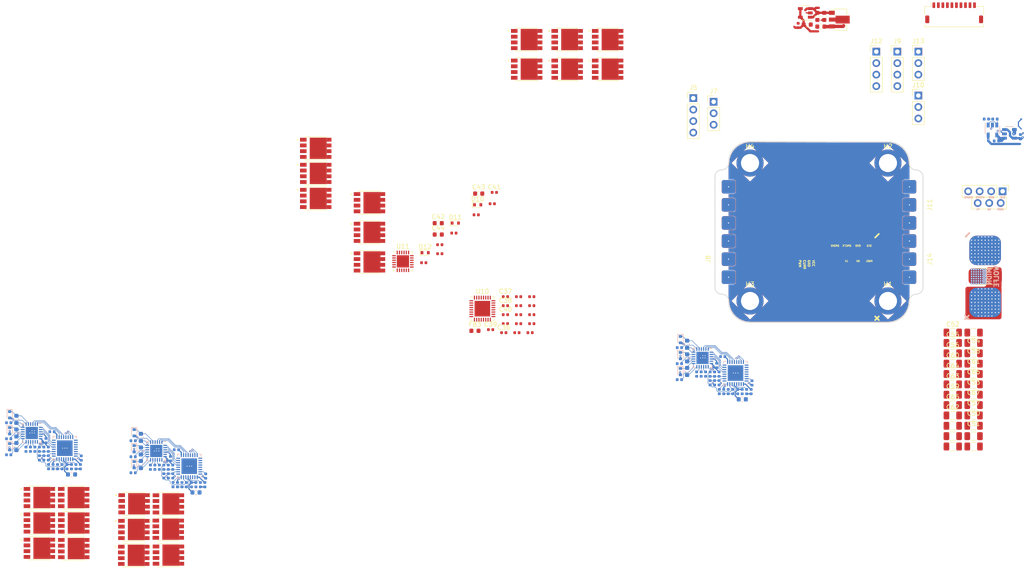
<source format=kicad_pcb>
(kicad_pcb (version 20171130) (host pcbnew "(5.1.6-0-10_14)")
  (layers (0 F.Cu signal) (1 In1.Cu signal hide) (2 In2.Cu signal hide) (31 B.Cu signal) (34 B.Paste user hide) (35 F.Paste user hide) (36 B.SilkS user) (37 F.SilkS user hide) (38 B.Mask user hide) (39 F.Mask user hide) (44 Edge.Cuts user))
  (net 0 "")
  (net 1 VCC)
  (net 2 GND)
  (net 3 +3V3)
  (net 4 +12V)
  (net 5 "Net-(Q1-Pad4)")
  (net 6 "Net-(Q2-Pad4)")
  (net 7 "Net-(Q3-Pad4)")
  (net 8 "Net-(Q4-Pad4)")
  (net 9 "Net-(Q5-Pad4)")
  (net 10 "Net-(Q6-Pad4)")
  (net 11 "Net-(R24-Pad1)")
  (net 12 +3.3VA)
  (net 13 VCC_Shunt)
  (net 14 "/Curent Sense/CURR")
  (net 15 "Net-(R2-Pad1)")
  (net 16 "Net-(R3-Pad2)")
  (net 17 "/MCU 1/PhaseB")
  (net 18 "/MOSFET Driver 1/VB2")
  (net 19 "/MCU 1/PhaseA")
  (net 20 "/MOSFET Driver 1/VB1")
  (net 21 "/MCU 1/PhaseC")
  (net 22 "/MOSFET Driver 1/VB3")
  (net 23 "/MCU 1/NRST")
  (net 24 "/MCU 2/NRST")
  (net 25 "/MCU 1/SWDIO")
  (net 26 "/MCU 1/SWCLK")
  (net 27 "/MCU 2/SWDIO")
  (net 28 "/MCU 2/SWCLK")
  (net 29 "/MCU 1/USART1_TX")
  (net 30 "/MCU 1/USART1_RX")
  (net 31 "/MCU 2/USART1_TX")
  (net 32 "/MCU 2/USART1_RX")
  (net 33 "Net-(Q7-Pad4)")
  (net 34 "Net-(Q8-Pad4)")
  (net 35 "Net-(Q9-Pad4)")
  (net 36 "/MOSFET Driver 1/HO1")
  (net 37 "/MOSFET Driver 1/LO1")
  (net 38 "/MOSFET Driver 1/HO2")
  (net 39 "/MOSFET Driver 1/LO2")
  (net 40 "/MOSFET Driver 1/HO3")
  (net 41 "/MOSFET Driver 1/LO3")
  (net 42 "/MCU 1/SenseA")
  (net 43 "/MCU 1/SenseCOM")
  (net 44 "/MCU 1/SenseB")
  (net 45 "/MCU 1/SenseC")
  (net 46 "Net-(Q10-Pad4)")
  (net 47 "/MCU 1/BOOT0")
  (net 48 "Net-(Q11-Pad4)")
  (net 49 "Net-(Q12-Pad4)")
  (net 50 "/MCU 2/SenseA")
  (net 51 "/MCU 2/SenseCOM")
  (net 52 "/MCU 2/SenseB")
  (net 53 "Net-(R31-Pad1)")
  (net 54 "/MCU 2/SenseC")
  (net 55 "/MCU 2/BOOT0")
  (net 56 "/MCU 1/HIN1")
  (net 57 "/MCU 1/HIN2")
  (net 58 "/MOSFET Driver 1/HIN1")
  (net 59 "/MCU 1/LIN3")
  (net 60 "/MCU 1/LIN2")
  (net 61 "/MCU 1/LIN1")
  (net 62 "/MCU 2/HIN1")
  (net 63 "/MCU 2/PhaseA")
  (net 64 "/MOSFET Driver 2/VB1")
  (net 65 "/MCU 2/PhaseB")
  (net 66 "/MOSFET Driver 2/VB2")
  (net 67 "/MCU 2/PhaseC")
  (net 68 "/MOSFET Driver 2/VB3")
  (net 69 "/MCU 3/PhaseA")
  (net 70 "/MOSFET Driver 3/VB1")
  (net 71 "/MCU 3/PhaseB")
  (net 72 "/MOSFET Driver 3/VB2")
  (net 73 "/MCU 3/PhaseC")
  (net 74 "/MOSFET Driver 3/VB3")
  (net 75 "/MCU 3/NRST")
  (net 76 "/MCU 4/PhaseA")
  (net 77 "/MOSFET Driver 4/VB1")
  (net 78 "/MCU 4/PhaseB")
  (net 79 "/MOSFET Driver 4/VB2")
  (net 80 "/MCU 4/PhaseC")
  (net 81 "/MOSFET Driver 4/VB3")
  (net 82 "/MCU 4/NRST")
  (net 83 "/MCU 3/SWDIO")
  (net 84 "/MCU 3/SWCLK")
  (net 85 "/MCU 3/USART1_TX")
  (net 86 "/MCU 3/USART1_RX")
  (net 87 "/MCU 4/SWDIO")
  (net 88 "/MCU 4/SWCLK")
  (net 89 "/MCU 4/USART1_TX")
  (net 90 "/MCU 4/USART1_RX")
  (net 91 "Net-(Q13-Pad4)")
  (net 92 "Net-(Q14-Pad4)")
  (net 93 "Net-(Q15-Pad4)")
  (net 94 "Net-(Q16-Pad4)")
  (net 95 "Net-(Q17-Pad4)")
  (net 96 "Net-(Q18-Pad4)")
  (net 97 "Net-(Q19-Pad4)")
  (net 98 "Net-(Q20-Pad4)")
  (net 99 "Net-(Q21-Pad4)")
  (net 100 "Net-(Q22-Pad4)")
  (net 101 "Net-(Q23-Pad4)")
  (net 102 "Net-(Q24-Pad4)")
  (net 103 "/MOSFET Driver 2/HO1")
  (net 104 "/MOSFET Driver 2/LO1")
  (net 105 "/MOSFET Driver 2/HO2")
  (net 106 "/MOSFET Driver 2/LO2")
  (net 107 "/MOSFET Driver 2/HO3")
  (net 108 "/MOSFET Driver 2/LO3")
  (net 109 "/MOSFET Driver 3/HO1")
  (net 110 "/MOSFET Driver 3/LO1")
  (net 111 "/MOSFET Driver 3/HO2")
  (net 112 "/MOSFET Driver 3/LO2")
  (net 113 "/MOSFET Driver 3/HO3")
  (net 114 "/MOSFET Driver 3/LO3")
  (net 115 "/MCU 3/SenseA")
  (net 116 "/MCU 3/SenseCOM")
  (net 117 "/MCU 3/SenseB")
  (net 118 "Net-(R48-Pad1)")
  (net 119 "/MCU 3/SenseC")
  (net 120 "/MCU 3/BOOT0")
  (net 121 "/MOSFET Driver 4/HO1")
  (net 122 "/MOSFET Driver 4/LO1")
  (net 123 "/MOSFET Driver 4/HO2")
  (net 124 "/MOSFET Driver 4/LO2")
  (net 125 "/MOSFET Driver 4/HO3")
  (net 126 "/MOSFET Driver 4/LO3")
  (net 127 "/MCU 4/SenseA")
  (net 128 "/MCU 4/SenseCOM")
  (net 129 "/MCU 4/SenseB")
  (net 130 "Net-(R65-Pad1)")
  (net 131 "/MCU 4/SenseC")
  (net 132 "/MCU 4/BOOT0")
  (net 133 "/MCU 2/HIN2")
  (net 134 "/MOSFET Driver 2/HIN1")
  (net 135 "/MCU 2/LIN3")
  (net 136 "/MCU 2/LIN2")
  (net 137 "/MCU 2/LIN1")
  (net 138 "/MCU 3/HIN1")
  (net 139 "/MCU 3/HIN2")
  (net 140 "/MOSFET Driver 3/HIN1")
  (net 141 "/MCU 3/LIN3")
  (net 142 "/MCU 3/LIN2")
  (net 143 "/MCU 3/LIN1")
  (net 144 "/MCU 4/HIN1")
  (net 145 "/MCU 4/HIN2")
  (net 146 "/MOSFET Driver 4/HIN1")
  (net 147 "/MCU 4/LIN3")
  (net 148 "/MCU 4/LIN2")
  (net 149 "/MCU 4/LIN1")
  (net 150 /PWM_4)
  (net 151 /PWM_3)
  (net 152 /PWM_2)
  (net 153 /PWM_1)
  (module Connector_Wire:Conn_MotorPhase (layer F.Cu) (at 219 76 90)
    (fp_text reference J8 (at 0 -4.5 90) (layer F.SilkS))
    (fp_text value Conn_01x03)
    (pad 3 thru_hole roundrect (at 4 0 90) (size 3 3) (drill 0.254) (layers *.Cu *.Mask) (roundrect_rratio 0.15) (net 63 "/MCU 2/PhaseA"))
    (pad 2 thru_hole roundrect (at 0 0 90) (size 3 3) (drill 0.254) (layers *.Cu *.Mask) (roundrect_rratio 0.15) (net 65 "/MCU 2/PhaseB"))
    (pad 1 thru_hole roundrect (at -4 0 90) (size 3 3) (drill 0.254) (layers *.Cu *.Mask) (roundrect_rratio 0.15) (net 67 "/MCU 2/PhaseC"))
  )
  (module Connector_Wire:Conn_MotorPhase (layer F.Cu) (at 259 76 270)
    (fp_text reference J14 (at 0 -4.5 90) (layer F.SilkS))
    (fp_text value Conn_01x03)
    (pad 3 thru_hole roundrect (at 4 0 270) (size 3 3) (drill 0.254) (layers *.Cu *.Mask) (roundrect_rratio 0.15) (net 76 "/MCU 4/PhaseA"))
    (pad 2 thru_hole roundrect (at 0 0 270) (size 3 3) (drill 0.254) (layers *.Cu *.Mask) (roundrect_rratio 0.15) (net 78 "/MCU 4/PhaseB"))
    (pad 1 thru_hole roundrect (at -4 0 270) (size 3 3) (drill 0.254) (layers *.Cu *.Mask) (roundrect_rratio 0.15) (net 80 "/MCU 4/PhaseC"))
  )
  (module Connector_Wire:Conn_MotorPhase (layer F.Cu) (at 259 64 270)
    (fp_text reference J11 (at 0 -4.5 90) (layer F.SilkS))
    (fp_text value Conn_01x03)
    (pad 3 thru_hole roundrect (at 4 0 270) (size 3 3) (drill 0.254) (layers *.Cu *.Mask) (roundrect_rratio 0.15) (net 69 "/MCU 3/PhaseA"))
    (pad 2 thru_hole roundrect (at 0 0 270) (size 3 3) (drill 0.254) (layers *.Cu *.Mask) (roundrect_rratio 0.15) (net 71 "/MCU 3/PhaseB"))
    (pad 1 thru_hole roundrect (at -4 0 270) (size 3 3) (drill 0.254) (layers *.Cu *.Mask) (roundrect_rratio 0.15) (net 73 "/MCU 3/PhaseC"))
  )
  (module Connector_Wire:Conn_MotorPhase (layer F.Cu) (at 219 64 90)
    (fp_text reference J4)
    (fp_text value Conn_01x03)
    (pad 3 thru_hole roundrect (at 4 0 90) (size 3 3) (drill 0.254) (layers *.Cu *.Mask) (roundrect_rratio 0.15) (net 19 "/MCU 1/PhaseA"))
    (pad 2 thru_hole roundrect (at 0 0 90) (size 3 3) (drill 0.254) (layers *.Cu *.Mask) (roundrect_rratio 0.15) (net 17 "/MCU 1/PhaseB"))
    (pad 1 thru_hole roundrect (at -4 0 90) (size 3 3) (drill 0.254) (layers *.Cu *.Mask) (roundrect_rratio 0.15) (net 21 "/MCU 1/PhaseC"))
  )
  (module Connector_JST:JST_SHL_SM10B-SHLS-TF_1x10-1MP_P1.00mm_Horizontal (layer F.Cu) (at 268.89 21.52)
    (fp_text reference J2 (at 0 -3.5) (layer F.SilkS))
    (fp_text value Conn_01x10)
    (pad MP smd roundrect (at 5.95 1.45) (size 0.9 1.7) (layers F.Cu F.Paste F.Mask))
    (pad MP smd roundrect (at -5.95 1.45) (size 0.9 1.7) (layers F.Cu F.Paste F.Mask))
    (pad 10 smd roundrect (at 4.5 -1.675) (size 0.6 1.25) (layers F.Cu F.Paste F.Mask) (net 150 /PWM_4))
    (pad 9 smd roundrect (at 3.5 -1.675) (size 0.6 1.25) (layers F.Cu F.Paste F.Mask) (net 151 /PWM_3))
    (pad 8 smd roundrect (at 2.5 -1.675) (size 0.6 1.25) (layers F.Cu F.Paste F.Mask) (net 152 /PWM_2))
    (pad 7 smd roundrect (at 1.5 -1.675) (size 0.6 1.25) (layers F.Cu F.Paste F.Mask) (net 153 /PWM_1))
    (pad 6 smd roundrect (at 0.5 -1.675) (size 0.6 1.25) (layers F.Cu F.Paste F.Mask) (net 14 "/Curent Sense/CURR"))
    (pad 5 smd roundrect (at -0.5 -1.675) (size 0.6 1.25) (layers F.Cu F.Paste F.Mask))
    (pad 4 smd roundrect (at -1.5 -1.675) (size 0.6 1.25) (layers F.Cu F.Paste F.Mask) (net 2 GND))
    (pad 3 smd roundrect (at -2.5 -1.675) (size 0.6 1.25) (layers F.Cu F.Paste F.Mask))
    (pad 2 smd roundrect (at -3.5 -1.675) (size 0.6 1.25) (layers F.Cu F.Paste F.Mask) (net 2 GND))
    (pad 1 smd roundrect (at -4.5 -1.675) (size 0.6 1.25) (layers F.Cu F.Paste F.Mask) (net 13 VCC_Shunt))
  )
  (module MountingHole:MountingHole_2.7mm_Pad (layer F.Cu) (at 223.75 54.75)
    (fp_text reference H4 (at 0 -3.7) (layer F.SilkS))
    (fp_text value MountingHole_Pad)
    (pad 1 thru_hole circle (at 0 0) (size 6 6) (drill 4) (layers *.Cu *.Mask) (net 2 GND))
  )
  (module MountingHole:MountingHole_2.7mm_Pad (layer F.Cu) (at 223.75 85.25)
    (fp_text reference H3 (at 0 -3.7) (layer F.SilkS))
    (fp_text value MountingHole_Pad)
    (pad 1 thru_hole circle (at 0 0) (size 6 6) (drill 4) (layers *.Cu *.Mask) (net 2 GND))
  )
  (module MountingHole:MountingHole_2.7mm_Pad (layer F.Cu) (at 254.25 54.75)
    (fp_text reference H2 (at 0 -3.7) (layer F.SilkS))
    (fp_text value MountingHole_Pad)
    (pad 1 thru_hole circle (at 0 0) (size 6 6) (drill 4) (layers *.Cu *.Mask) (net 2 GND))
  )
  (module MountingHole:MountingHole_2.7mm_Pad (layer F.Cu) (at 254.25 85.25)
    (fp_text reference H1 (at 0 -3.7) (layer F.SilkS))
    (fp_text value MountingHole_Pad)
    (pad 1 thru_hole circle (at 0 0) (size 6 6) (drill 4) (layers *.Cu *.Mask) (net 2 GND))
  )
  (module Capacitor_SMD:C_1206_3216Metric (layer F.Cu) (at 273.19 103.69 180)
    (fp_text reference C67 (at 0 -1.82) (layer F.SilkS))
    (fp_text value 0.1uF)
    (pad 2 smd roundrect (at 1.4 0 180) (size 1.25 1.75) (layers F.Cu F.Paste F.Mask) (roundrect_rratio 0.2) (net 13 VCC_Shunt))
    (pad 1 smd roundrect (at -1.4 0 180) (size 1.25 1.75) (layers F.Cu F.Paste F.Mask) (roundrect_rratio 0.2) (net 2 GND))
  )
  (module Capacitor_SMD:C_1206_3216Metric (layer F.Cu) (at 273.19 99.11 180)
    (fp_text reference C66 (at 0 -1.82) (layer F.SilkS))
    (fp_text value 0.1uF)
    (pad 2 smd roundrect (at 1.4 0 180) (size 1.25 1.75) (layers F.Cu F.Paste F.Mask) (roundrect_rratio 0.2) (net 13 VCC_Shunt))
    (pad 1 smd roundrect (at -1.4 0 180) (size 1.25 1.75) (layers F.Cu F.Paste F.Mask) (roundrect_rratio 0.2) (net 2 GND))
  )
  (module Capacitor_SMD:C_1206_3216Metric (layer F.Cu) (at 268.58 108.27)
    (fp_text reference C65 (at 0 -1.82) (layer F.SilkS))
    (fp_text value 0.1uF)
    (pad 2 smd roundrect (at 1.4 0) (size 1.25 1.75) (layers F.Cu F.Paste F.Mask) (roundrect_rratio 0.2) (net 13 VCC_Shunt))
    (pad 1 smd roundrect (at -1.4 0) (size 1.25 1.75) (layers F.Cu F.Paste F.Mask) (roundrect_rratio 0.2) (net 2 GND))
  )
  (module Capacitor_SMD:C_1206_3216Metric (layer F.Cu) (at 268.58 101.4)
    (fp_text reference C64 (at 0 -1.82) (layer F.SilkS))
    (fp_text value 0.1uF)
    (pad 2 smd roundrect (at 1.4 0) (size 1.25 1.75) (layers F.Cu F.Paste F.Mask) (roundrect_rratio 0.2) (net 13 VCC_Shunt))
    (pad 1 smd roundrect (at -1.4 0) (size 1.25 1.75) (layers F.Cu F.Paste F.Mask) (roundrect_rratio 0.2) (net 2 GND))
  )
  (module Capacitor_SMD:C_1206_3216Metric (layer F.Cu) (at 268.58 103.69)
    (fp_text reference C63 (at 0 -1.82) (layer F.SilkS))
    (fp_text value 0.1uF)
    (pad 2 smd roundrect (at 1.4 0) (size 1.25 1.75) (layers F.Cu F.Paste F.Mask) (roundrect_rratio 0.2) (net 13 VCC_Shunt))
    (pad 1 smd roundrect (at -1.4 0) (size 1.25 1.75) (layers F.Cu F.Paste F.Mask) (roundrect_rratio 0.2) (net 2 GND))
  )
  (module Capacitor_SMD:C_1206_3216Metric (layer F.Cu) (at 268.58 110.56)
    (fp_text reference C62 (at 0 -1.82) (layer F.SilkS))
    (fp_text value 0.1uF)
    (pad 2 smd roundrect (at 1.4 0) (size 1.25 1.75) (layers F.Cu F.Paste F.Mask) (roundrect_rratio 0.2) (net 13 VCC_Shunt))
    (pad 1 smd roundrect (at -1.4 0) (size 1.25 1.75) (layers F.Cu F.Paste F.Mask) (roundrect_rratio 0.2) (net 2 GND))
  )
  (module Capacitor_SMD:C_1206_3216Metric (layer F.Cu) (at 273.19 96.82 180)
    (fp_text reference C61 (at 0 -1.82) (layer F.SilkS))
    (fp_text value 0.1uF)
    (pad 2 smd roundrect (at 1.4 0 180) (size 1.25 1.75) (layers F.Cu F.Paste F.Mask) (roundrect_rratio 0.2) (net 13 VCC_Shunt))
    (pad 1 smd roundrect (at -1.4 0 180) (size 1.25 1.75) (layers F.Cu F.Paste F.Mask) (roundrect_rratio 0.2) (net 2 GND))
  )
  (module Capacitor_SMD:C_1206_3216Metric (layer F.Cu) (at 268.58 99.11)
    (fp_text reference C60 (at 0 -1.82) (layer F.SilkS))
    (fp_text value 0.1uF)
    (pad 2 smd roundrect (at 1.4 0) (size 1.25 1.75) (layers F.Cu F.Paste F.Mask) (roundrect_rratio 0.2) (net 13 VCC_Shunt))
    (pad 1 smd roundrect (at -1.4 0) (size 1.25 1.75) (layers F.Cu F.Paste F.Mask) (roundrect_rratio 0.2) (net 2 GND))
  )
  (module Capacitor_SMD:C_1206_3216Metric (layer F.Cu) (at 268.58 105.98)
    (fp_text reference C59 (at 0 -1.82) (layer F.SilkS))
    (fp_text value 0.1uF)
    (pad 2 smd roundrect (at 1.4 0) (size 1.25 1.75) (layers F.Cu F.Paste F.Mask) (roundrect_rratio 0.2) (net 13 VCC_Shunt))
    (pad 1 smd roundrect (at -1.4 0) (size 1.25 1.75) (layers F.Cu F.Paste F.Mask) (roundrect_rratio 0.2) (net 2 GND))
  )
  (module Capacitor_SMD:C_1206_3216Metric (layer F.Cu) (at 273.19 94.53 180)
    (fp_text reference C58 (at 0 -1.82) (layer F.SilkS))
    (fp_text value 0.1uF)
    (pad 2 smd roundrect (at 1.4 0 180) (size 1.25 1.75) (layers F.Cu F.Paste F.Mask) (roundrect_rratio 0.2) (net 13 VCC_Shunt))
    (pad 1 smd roundrect (at -1.4 0 180) (size 1.25 1.75) (layers F.Cu F.Paste F.Mask) (roundrect_rratio 0.2) (net 2 GND))
  )
  (module Capacitor_SMD:C_1206_3216Metric (layer F.Cu) (at 273.19 105.98 180)
    (fp_text reference C57 (at 0 -1.82) (layer F.SilkS))
    (fp_text value 0.1uF)
    (pad 2 smd roundrect (at 1.4 0 180) (size 1.25 1.75) (layers F.Cu F.Paste F.Mask) (roundrect_rratio 0.2) (net 13 VCC_Shunt))
    (pad 1 smd roundrect (at -1.4 0 180) (size 1.25 1.75) (layers F.Cu F.Paste F.Mask) (roundrect_rratio 0.2) (net 2 GND))
  )
  (module Capacitor_SMD:C_1206_3216Metric (layer F.Cu) (at 268.58 96.82)
    (fp_text reference C56 (at 0 -1.82) (layer F.SilkS))
    (fp_text value 0.1uF)
    (pad 2 smd roundrect (at 1.4 0) (size 1.25 1.75) (layers F.Cu F.Paste F.Mask) (roundrect_rratio 0.2) (net 13 VCC_Shunt))
    (pad 1 smd roundrect (at -1.4 0) (size 1.25 1.75) (layers F.Cu F.Paste F.Mask) (roundrect_rratio 0.2) (net 2 GND))
  )
  (module Capacitor_SMD:C_1206_3216Metric (layer F.Cu) (at 268.58 94.53)
    (fp_text reference C55 (at 0 -1.82) (layer F.SilkS))
    (fp_text value 0.1uF)
    (pad 2 smd roundrect (at 1.4 0) (size 1.25 1.75) (layers F.Cu F.Paste F.Mask) (roundrect_rratio 0.2) (net 13 VCC_Shunt))
    (pad 1 smd roundrect (at -1.4 0) (size 1.25 1.75) (layers F.Cu F.Paste F.Mask) (roundrect_rratio 0.2) (net 2 GND))
  )
  (module Capacitor_SMD:C_1206_3216Metric (layer F.Cu) (at 273.19 92.24 180)
    (fp_text reference C54 (at 0 -1.82) (layer F.SilkS))
    (fp_text value 0.1uF)
    (pad 2 smd roundrect (at 1.4 0 180) (size 1.25 1.75) (layers F.Cu F.Paste F.Mask) (roundrect_rratio 0.2) (net 13 VCC_Shunt))
    (pad 1 smd roundrect (at -1.4 0 180) (size 1.25 1.75) (layers F.Cu F.Paste F.Mask) (roundrect_rratio 0.2) (net 2 GND))
  )
  (module Capacitor_SMD:C_1206_3216Metric (layer F.Cu) (at 273.19 101.4 180)
    (fp_text reference C53 (at 0 -1.82) (layer F.SilkS))
    (fp_text value 0.1uF)
    (pad 2 smd roundrect (at 1.4 0 180) (size 1.25 1.75) (layers F.Cu F.Paste F.Mask) (roundrect_rratio 0.2) (net 13 VCC_Shunt))
    (pad 1 smd roundrect (at -1.4 0 180) (size 1.25 1.75) (layers F.Cu F.Paste F.Mask) (roundrect_rratio 0.2) (net 2 GND))
  )
  (module Capacitor_SMD:C_1206_3216Metric (layer F.Cu) (at 268.58 92.24)
    (fp_text reference C52 (at 0 -1.82) (layer F.SilkS))
    (fp_text value 0.1uF)
    (pad 2 smd roundrect (at 1.4 0) (size 1.25 1.75) (layers F.Cu F.Paste F.Mask) (roundrect_rratio 0.2) (net 13 VCC_Shunt))
    (pad 1 smd roundrect (at -1.4 0) (size 1.25 1.75) (layers F.Cu F.Paste F.Mask) (roundrect_rratio 0.2) (net 2 GND))
  )
  (module Capacitor_SMD:C_1206_3216Metric (layer F.Cu) (at 273.19 110.56 180)
    (fp_text reference C51 (at 0 -1.82) (layer F.SilkS))
    (fp_text value 0.1uF)
    (pad 2 smd roundrect (at 1.4 0 180) (size 1.25 1.75) (layers F.Cu F.Paste F.Mask) (roundrect_rratio 0.2) (net 13 VCC_Shunt))
    (pad 1 smd roundrect (at -1.4 0 180) (size 1.25 1.75) (layers F.Cu F.Paste F.Mask) (roundrect_rratio 0.2) (net 2 GND))
  )
  (module Capacitor_SMD:C_1206_3216Metric (layer F.Cu) (at 273.19 108.27 180)
    (fp_text reference C50 (at 0 -1.82) (layer F.SilkS))
    (fp_text value 0.1uF)
    (pad 2 smd roundrect (at 1.4 0 180) (size 1.25 1.75) (layers F.Cu F.Paste F.Mask) (roundrect_rratio 0.2) (net 13 VCC_Shunt))
    (pad 1 smd roundrect (at -1.4 0 180) (size 1.25 1.75) (layers F.Cu F.Paste F.Mask) (roundrect_rratio 0.2) (net 2 GND))
  )
  (module Package_DFN_QFN:QFN-32-1EP_5x5mm_P0.5mm_EP3.45x3.45mm (layer B.Cu) (at 99.74 121.78 90)
    (fp_text reference U12)
    (fp_text value STM32F051K6Ux)
    (pad 33 smd rect (at 0 0 90) (size 3.45 3.45) (layers B.Cu B.Mask) (net 2 GND))
    (pad 32 smd roundrect (at -1.75 2.4375 90) (size 0.25 0.875) (layers B.Cu B.Paste B.Mask))
    (pad 31 smd roundrect (at -1.25 2.4375 90) (size 0.25 0.875) (layers B.Cu B.Paste B.Mask) (net 132 "/MCU 4/BOOT0"))
    (pad 30 smd roundrect (at -0.75 2.4375 90) (size 0.25 0.875) (layers B.Cu B.Paste B.Mask) (net 90 "/MCU 4/USART1_RX"))
    (pad 29 smd roundrect (at -0.25 2.4375 90) (size 0.25 0.875) (layers B.Cu B.Paste B.Mask) (net 89 "/MCU 4/USART1_TX"))
    (pad 28 smd roundrect (at 0.25 2.4375 90) (size 0.25 0.875) (layers B.Cu B.Paste B.Mask))
    (pad 27 smd roundrect (at 0.75 2.4375 90) (size 0.25 0.875) (layers B.Cu B.Paste B.Mask))
    (pad 26 smd roundrect (at 1.25 2.4375 90) (size 0.25 0.875) (layers B.Cu B.Paste B.Mask))
    (pad 25 smd roundrect (at 1.75 2.4375 90) (size 0.25 0.875) (layers B.Cu B.Paste B.Mask))
    (pad 24 smd roundrect (at 2.4375 1.75 90) (size 0.875 0.25) (layers B.Cu B.Paste B.Mask) (net 88 "/MCU 4/SWCLK"))
    (pad 23 smd roundrect (at 2.4375 1.25 90) (size 0.875 0.25) (layers B.Cu B.Paste B.Mask) (net 87 "/MCU 4/SWDIO"))
    (pad 22 smd roundrect (at 2.4375 0.75 90) (size 0.875 0.25) (layers B.Cu B.Paste B.Mask))
    (pad 21 smd roundrect (at 2.4375 0.25 90) (size 0.875 0.25) (layers B.Cu B.Paste B.Mask))
    (pad 20 smd roundrect (at 2.4375 -0.25 90) (size 0.875 0.25) (layers B.Cu B.Paste B.Mask) (net 146 "/MOSFET Driver 4/HIN1"))
    (pad 19 smd roundrect (at 2.4375 -0.75 90) (size 0.875 0.25) (layers B.Cu B.Paste B.Mask) (net 145 "/MCU 4/HIN2"))
    (pad 18 smd roundrect (at 2.4375 -1.25 90) (size 0.875 0.25) (layers B.Cu B.Paste B.Mask) (net 144 "/MCU 4/HIN1"))
    (pad 17 smd roundrect (at 2.4375 -1.75 90) (size 0.875 0.25) (layers B.Cu B.Paste B.Mask) (net 3 +3V3))
    (pad 16 smd roundrect (at 1.75 -2.4375 90) (size 0.25 0.875) (layers B.Cu B.Paste B.Mask))
    (pad 15 smd roundrect (at 1.25 -2.4375 90) (size 0.25 0.875) (layers B.Cu B.Paste B.Mask) (net 149 "/MCU 4/LIN1"))
    (pad 14 smd roundrect (at 0.75 -2.4375 90) (size 0.25 0.875) (layers B.Cu B.Paste B.Mask) (net 148 "/MCU 4/LIN2"))
    (pad 13 smd roundrect (at 0.25 -2.4375 90) (size 0.25 0.875) (layers B.Cu B.Paste B.Mask) (net 147 "/MCU 4/LIN3"))
    (pad 12 smd roundrect (at -0.25 -2.4375 90) (size 0.25 0.875) (layers B.Cu B.Paste B.Mask))
    (pad 11 smd roundrect (at -0.75 -2.4375 90) (size 0.25 0.875) (layers B.Cu B.Paste B.Mask) (net 127 "/MCU 4/SenseA"))
    (pad 10 smd roundrect (at -1.25 -2.4375 90) (size 0.25 0.875) (layers B.Cu B.Paste B.Mask) (net 129 "/MCU 4/SenseB"))
    (pad 9 smd roundrect (at -1.75 -2.4375 90) (size 0.25 0.875) (layers B.Cu B.Paste B.Mask))
    (pad 8 smd roundrect (at -2.4375 -1.75 90) (size 0.875 0.25) (layers B.Cu B.Paste B.Mask) (net 130 "Net-(R65-Pad1)"))
    (pad 7 smd roundrect (at -2.4375 -1.25 90) (size 0.875 0.25) (layers B.Cu B.Paste B.Mask) (net 128 "/MCU 4/SenseCOM"))
    (pad 6 smd roundrect (at -2.4375 -0.75 90) (size 0.875 0.25) (layers B.Cu B.Paste B.Mask) (net 131 "/MCU 4/SenseC"))
    (pad 5 smd roundrect (at -2.4375 -0.25 90) (size 0.875 0.25) (layers B.Cu B.Paste B.Mask) (net 12 +3.3VA))
    (pad 4 smd roundrect (at -2.4375 0.25 90) (size 0.875 0.25) (layers B.Cu B.Paste B.Mask) (net 82 "/MCU 4/NRST"))
    (pad 3 smd roundrect (at -2.4375 0.75 90) (size 0.875 0.25) (layers B.Cu B.Paste B.Mask))
    (pad 2 smd roundrect (at -2.4375 1.25 90) (size 0.875 0.25) (layers B.Cu B.Paste B.Mask))
    (pad 1 smd roundrect (at -2.4375 1.75 90) (size 0.875 0.25) (layers B.Cu B.Paste B.Mask) (net 3 +3V3))
  )
  (module Package_DFN_QFN:QFN-24-1EP_4x4mm_P0.5mm_EP2.7x2.7mm (layer F.Cu) (at 146.99 76.49)
    (fp_text reference U11 (at 0 -3.32) (layer F.SilkS))
    (fp_text value FD6288Q)
    (pad 25 smd rect (at 0 0) (size 2.7 2.7) (layers F.Cu F.Mask) (net 2 GND))
    (pad 24 smd roundrect (at -1.25 -1.9625) (size 0.25 0.825) (layers F.Cu F.Paste F.Mask) (net 144 "/MCU 4/HIN1"))
    (pad 23 smd roundrect (at -0.75 -1.9625) (size 0.25 0.825) (layers F.Cu F.Paste F.Mask) (net 145 "/MCU 4/HIN2"))
    (pad 22 smd roundrect (at -0.25 -1.9625) (size 0.25 0.825) (layers F.Cu F.Paste F.Mask) (net 146 "/MOSFET Driver 4/HIN1"))
    (pad 21 smd roundrect (at 0.25 -1.9625) (size 0.25 0.825) (layers F.Cu F.Paste F.Mask))
    (pad 20 smd roundrect (at 0.75 -1.9625) (size 0.25 0.825) (layers F.Cu F.Paste F.Mask) (net 77 "/MOSFET Driver 4/VB1"))
    (pad 19 smd roundrect (at 1.25 -1.9625) (size 0.25 0.825) (layers F.Cu F.Paste F.Mask) (net 121 "/MOSFET Driver 4/HO1"))
    (pad 18 smd roundrect (at 1.9625 -1.25) (size 0.825 0.25) (layers F.Cu F.Paste F.Mask) (net 76 "/MCU 4/PhaseA"))
    (pad 17 smd roundrect (at 1.9625 -0.75) (size 0.825 0.25) (layers F.Cu F.Paste F.Mask) (net 79 "/MOSFET Driver 4/VB2"))
    (pad 16 smd roundrect (at 1.9625 -0.25) (size 0.825 0.25) (layers F.Cu F.Paste F.Mask) (net 123 "/MOSFET Driver 4/HO2"))
    (pad 15 smd roundrect (at 1.9625 0.25) (size 0.825 0.25) (layers F.Cu F.Paste F.Mask) (net 78 "/MCU 4/PhaseB"))
    (pad 14 smd roundrect (at 1.9625 0.75) (size 0.825 0.25) (layers F.Cu F.Paste F.Mask) (net 81 "/MOSFET Driver 4/VB3"))
    (pad 13 smd roundrect (at 1.9625 1.25) (size 0.825 0.25) (layers F.Cu F.Paste F.Mask) (net 125 "/MOSFET Driver 4/HO3"))
    (pad 12 smd roundrect (at 1.25 1.9625) (size 0.25 0.825) (layers F.Cu F.Paste F.Mask) (net 80 "/MCU 4/PhaseC"))
    (pad 11 smd roundrect (at 0.75 1.9625) (size 0.25 0.825) (layers F.Cu F.Paste F.Mask) (net 122 "/MOSFET Driver 4/LO1"))
    (pad 10 smd roundrect (at 0.25 1.9625) (size 0.25 0.825) (layers F.Cu F.Paste F.Mask) (net 124 "/MOSFET Driver 4/LO2"))
    (pad 9 smd roundrect (at -0.25 1.9625) (size 0.25 0.825) (layers F.Cu F.Paste F.Mask) (net 126 "/MOSFET Driver 4/LO3"))
    (pad 8 smd roundrect (at -0.75 1.9625) (size 0.25 0.825) (layers F.Cu F.Paste F.Mask))
    (pad 7 smd roundrect (at -1.25 1.9625) (size 0.25 0.825) (layers F.Cu F.Paste F.Mask))
    (pad 6 smd roundrect (at -1.9625 1.25) (size 0.825 0.25) (layers F.Cu F.Paste F.Mask) (net 2 GND))
    (pad 5 smd roundrect (at -1.9625 0.75) (size 0.825 0.25) (layers F.Cu F.Paste F.Mask))
    (pad 4 smd roundrect (at -1.9625 0.25) (size 0.825 0.25) (layers F.Cu F.Paste F.Mask) (net 4 +12V))
    (pad 3 smd roundrect (at -1.9625 -0.25) (size 0.825 0.25) (layers F.Cu F.Paste F.Mask) (net 147 "/MCU 4/LIN3"))
    (pad 2 smd roundrect (at -1.9625 -0.75) (size 0.825 0.25) (layers F.Cu F.Paste F.Mask) (net 148 "/MCU 4/LIN2"))
    (pad 1 smd roundrect (at -1.9625 -1.25) (size 0.825 0.25) (layers F.Cu F.Paste F.Mask) (net 149 "/MCU 4/LIN1"))
  )
  (module Package_DFN_QFN:QFN-32-1EP_5x5mm_P0.5mm_EP3.45x3.45mm (layer F.Cu) (at 164.56 86.95)
    (fp_text reference U10 (at 0 -3.82) (layer F.SilkS))
    (fp_text value STM32F051K6Ux)
    (pad 33 smd rect (at 0 0) (size 3.45 3.45) (layers F.Cu F.Mask) (net 2 GND))
    (pad 32 smd roundrect (at -1.75 -2.4375) (size 0.25 0.875) (layers F.Cu F.Paste F.Mask))
    (pad 31 smd roundrect (at -1.25 -2.4375) (size 0.25 0.875) (layers F.Cu F.Paste F.Mask) (net 120 "/MCU 3/BOOT0"))
    (pad 30 smd roundrect (at -0.75 -2.4375) (size 0.25 0.875) (layers F.Cu F.Paste F.Mask) (net 86 "/MCU 3/USART1_RX"))
    (pad 29 smd roundrect (at -0.25 -2.4375) (size 0.25 0.875) (layers F.Cu F.Paste F.Mask) (net 85 "/MCU 3/USART1_TX"))
    (pad 28 smd roundrect (at 0.25 -2.4375) (size 0.25 0.875) (layers F.Cu F.Paste F.Mask))
    (pad 27 smd roundrect (at 0.75 -2.4375) (size 0.25 0.875) (layers F.Cu F.Paste F.Mask))
    (pad 26 smd roundrect (at 1.25 -2.4375) (size 0.25 0.875) (layers F.Cu F.Paste F.Mask))
    (pad 25 smd roundrect (at 1.75 -2.4375) (size 0.25 0.875) (layers F.Cu F.Paste F.Mask))
    (pad 24 smd roundrect (at 2.4375 -1.75) (size 0.875 0.25) (layers F.Cu F.Paste F.Mask) (net 84 "/MCU 3/SWCLK"))
    (pad 23 smd roundrect (at 2.4375 -1.25) (size 0.875 0.25) (layers F.Cu F.Paste F.Mask) (net 83 "/MCU 3/SWDIO"))
    (pad 22 smd roundrect (at 2.4375 -0.75) (size 0.875 0.25) (layers F.Cu F.Paste F.Mask))
    (pad 21 smd roundrect (at 2.4375 -0.25) (size 0.875 0.25) (layers F.Cu F.Paste F.Mask))
    (pad 20 smd roundrect (at 2.4375 0.25) (size 0.875 0.25) (layers F.Cu F.Paste F.Mask) (net 140 "/MOSFET Driver 3/HIN1"))
    (pad 19 smd roundrect (at 2.4375 0.75) (size 0.875 0.25) (layers F.Cu F.Paste F.Mask) (net 139 "/MCU 3/HIN2"))
    (pad 18 smd roundrect (at 2.4375 1.25) (size 0.875 0.25) (layers F.Cu F.Paste F.Mask) (net 138 "/MCU 3/HIN1"))
    (pad 17 smd roundrect (at 2.4375 1.75) (size 0.875 0.25) (layers F.Cu F.Paste F.Mask) (net 3 +3V3))
    (pad 16 smd roundrect (at 1.75 2.4375) (size 0.25 0.875) (layers F.Cu F.Paste F.Mask))
    (pad 15 smd roundrect (at 1.25 2.4375) (size 0.25 0.875) (layers F.Cu F.Paste F.Mask) (net 143 "/MCU 3/LIN1"))
    (pad 14 smd roundrect (at 0.75 2.4375) (size 0.25 0.875) (layers F.Cu F.Paste F.Mask) (net 142 "/MCU 3/LIN2"))
    (pad 13 smd roundrect (at 0.25 2.4375) (size 0.25 0.875) (layers F.Cu F.Paste F.Mask) (net 141 "/MCU 3/LIN3"))
    (pad 12 smd roundrect (at -0.25 2.4375) (size 0.25 0.875) (layers F.Cu F.Paste F.Mask))
    (pad 11 smd roundrect (at -0.75 2.4375) (size 0.25 0.875) (layers F.Cu F.Paste F.Mask) (net 115 "/MCU 3/SenseA"))
    (pad 10 smd roundrect (at -1.25 2.4375) (size 0.25 0.875) (layers F.Cu F.Paste F.Mask) (net 117 "/MCU 3/SenseB"))
    (pad 9 smd roundrect (at -1.75 2.4375) (size 0.25 0.875) (layers F.Cu F.Paste F.Mask))
    (pad 8 smd roundrect (at -2.4375 1.75) (size 0.875 0.25) (layers F.Cu F.Paste F.Mask) (net 118 "Net-(R48-Pad1)"))
    (pad 7 smd roundrect (at -2.4375 1.25) (size 0.875 0.25) (layers F.Cu F.Paste F.Mask) (net 116 "/MCU 3/SenseCOM"))
    (pad 6 smd roundrect (at -2.4375 0.75) (size 0.875 0.25) (layers F.Cu F.Paste F.Mask) (net 119 "/MCU 3/SenseC"))
    (pad 5 smd roundrect (at -2.4375 0.25) (size 0.875 0.25) (layers F.Cu F.Paste F.Mask) (net 12 +3.3VA))
    (pad 4 smd roundrect (at -2.4375 -0.25) (size 0.875 0.25) (layers F.Cu F.Paste F.Mask) (net 75 "/MCU 3/NRST"))
    (pad 3 smd roundrect (at -2.4375 -0.75) (size 0.875 0.25) (layers F.Cu F.Paste F.Mask))
    (pad 2 smd roundrect (at -2.4375 -1.25) (size 0.875 0.25) (layers F.Cu F.Paste F.Mask))
    (pad 1 smd roundrect (at -2.4375 -1.75) (size 0.875 0.25) (layers F.Cu F.Paste F.Mask) (net 3 +3V3))
  )
  (module Package_DFN_QFN:QFN-24-1EP_4x4mm_P0.5mm_EP2.7x2.7mm (layer B.Cu) (at 92.44 118.42 180)
    (fp_text reference U9)
    (fp_text value FD6288Q)
    (pad 25 smd rect (at 0 0 180) (size 2.7 2.7) (layers B.Cu B.Mask) (net 2 GND))
    (pad 24 smd roundrect (at -1.25 1.9625 180) (size 0.25 0.825) (layers B.Cu B.Paste B.Mask) (net 138 "/MCU 3/HIN1"))
    (pad 23 smd roundrect (at -0.75 1.9625 180) (size 0.25 0.825) (layers B.Cu B.Paste B.Mask) (net 139 "/MCU 3/HIN2"))
    (pad 22 smd roundrect (at -0.25 1.9625 180) (size 0.25 0.825) (layers B.Cu B.Paste B.Mask) (net 140 "/MOSFET Driver 3/HIN1"))
    (pad 21 smd roundrect (at 0.25 1.9625 180) (size 0.25 0.825) (layers B.Cu B.Paste B.Mask))
    (pad 20 smd roundrect (at 0.75 1.9625 180) (size 0.25 0.825) (layers B.Cu B.Paste B.Mask) (net 70 "/MOSFET Driver 3/VB1"))
    (pad 19 smd roundrect (at 1.25 1.9625 180) (size 0.25 0.825) (layers B.Cu B.Paste B.Mask) (net 109 "/MOSFET Driver 3/HO1"))
    (pad 18 smd roundrect (at 1.9625 1.25 180) (size 0.825 0.25) (layers B.Cu B.Paste B.Mask) (net 69 "/MCU 3/PhaseA"))
    (pad 17 smd roundrect (at 1.9625 0.75 180) (size 0.825 0.25) (layers B.Cu B.Paste B.Mask) (net 72 "/MOSFET Driver 3/VB2"))
    (pad 16 smd roundrect (at 1.9625 0.25 180) (size 0.825 0.25) (layers B.Cu B.Paste B.Mask) (net 111 "/MOSFET Driver 3/HO2"))
    (pad 15 smd roundrect (at 1.9625 -0.25 180) (size 0.825 0.25) (layers B.Cu B.Paste B.Mask) (net 71 "/MCU 3/PhaseB"))
    (pad 14 smd roundrect (at 1.9625 -0.75 180) (size 0.825 0.25) (layers B.Cu B.Paste B.Mask) (net 74 "/MOSFET Driver 3/VB3"))
    (pad 13 smd roundrect (at 1.9625 -1.25 180) (size 0.825 0.25) (layers B.Cu B.Paste B.Mask) (net 113 "/MOSFET Driver 3/HO3"))
    (pad 12 smd roundrect (at 1.25 -1.9625 180) (size 0.25 0.825) (layers B.Cu B.Paste B.Mask) (net 73 "/MCU 3/PhaseC"))
    (pad 11 smd roundrect (at 0.75 -1.9625 180) (size 0.25 0.825) (layers B.Cu B.Paste B.Mask) (net 110 "/MOSFET Driver 3/LO1"))
    (pad 10 smd roundrect (at 0.25 -1.9625 180) (size 0.25 0.825) (layers B.Cu B.Paste B.Mask) (net 112 "/MOSFET Driver 3/LO2"))
    (pad 9 smd roundrect (at -0.25 -1.9625 180) (size 0.25 0.825) (layers B.Cu B.Paste B.Mask) (net 114 "/MOSFET Driver 3/LO3"))
    (pad 8 smd roundrect (at -0.75 -1.9625 180) (size 0.25 0.825) (layers B.Cu B.Paste B.Mask))
    (pad 7 smd roundrect (at -1.25 -1.9625 180) (size 0.25 0.825) (layers B.Cu B.Paste B.Mask))
    (pad 6 smd roundrect (at -1.9625 -1.25 180) (size 0.825 0.25) (layers B.Cu B.Paste B.Mask) (net 2 GND))
    (pad 5 smd roundrect (at -1.9625 -0.75 180) (size 0.825 0.25) (layers B.Cu B.Paste B.Mask))
    (pad 4 smd roundrect (at -1.9625 -0.25 180) (size 0.825 0.25) (layers B.Cu B.Paste B.Mask) (net 4 +12V))
    (pad 3 smd roundrect (at -1.9625 0.25 180) (size 0.825 0.25) (layers B.Cu B.Paste B.Mask) (net 141 "/MCU 3/LIN3"))
    (pad 2 smd roundrect (at -1.9625 0.75 180) (size 0.825 0.25) (layers B.Cu B.Paste B.Mask) (net 142 "/MCU 3/LIN2"))
    (pad 1 smd roundrect (at -1.9625 1.25 180) (size 0.825 0.25) (layers B.Cu B.Paste B.Mask) (net 143 "/MCU 3/LIN1"))
  )
  (module Package_DFN_QFN:QFN-32-1EP_5x5mm_P0.5mm_EP3.45x3.45mm (layer B.Cu) (at 72.22 117.8 90)
    (fp_text reference U8)
    (fp_text value STM32F051K6Ux)
    (pad 33 smd rect (at 0 0 90) (size 3.45 3.45) (layers B.Cu B.Mask) (net 2 GND))
    (pad 32 smd roundrect (at -1.75 2.4375 90) (size 0.25 0.875) (layers B.Cu B.Paste B.Mask))
    (pad 31 smd roundrect (at -1.25 2.4375 90) (size 0.25 0.875) (layers B.Cu B.Paste B.Mask) (net 55 "/MCU 2/BOOT0"))
    (pad 30 smd roundrect (at -0.75 2.4375 90) (size 0.25 0.875) (layers B.Cu B.Paste B.Mask) (net 32 "/MCU 2/USART1_RX"))
    (pad 29 smd roundrect (at -0.25 2.4375 90) (size 0.25 0.875) (layers B.Cu B.Paste B.Mask) (net 31 "/MCU 2/USART1_TX"))
    (pad 28 smd roundrect (at 0.25 2.4375 90) (size 0.25 0.875) (layers B.Cu B.Paste B.Mask))
    (pad 27 smd roundrect (at 0.75 2.4375 90) (size 0.25 0.875) (layers B.Cu B.Paste B.Mask))
    (pad 26 smd roundrect (at 1.25 2.4375 90) (size 0.25 0.875) (layers B.Cu B.Paste B.Mask))
    (pad 25 smd roundrect (at 1.75 2.4375 90) (size 0.25 0.875) (layers B.Cu B.Paste B.Mask))
    (pad 24 smd roundrect (at 2.4375 1.75 90) (size 0.875 0.25) (layers B.Cu B.Paste B.Mask) (net 28 "/MCU 2/SWCLK"))
    (pad 23 smd roundrect (at 2.4375 1.25 90) (size 0.875 0.25) (layers B.Cu B.Paste B.Mask) (net 27 "/MCU 2/SWDIO"))
    (pad 22 smd roundrect (at 2.4375 0.75 90) (size 0.875 0.25) (layers B.Cu B.Paste B.Mask))
    (pad 21 smd roundrect (at 2.4375 0.25 90) (size 0.875 0.25) (layers B.Cu B.Paste B.Mask))
    (pad 20 smd roundrect (at 2.4375 -0.25 90) (size 0.875 0.25) (layers B.Cu B.Paste B.Mask) (net 134 "/MOSFET Driver 2/HIN1"))
    (pad 19 smd roundrect (at 2.4375 -0.75 90) (size 0.875 0.25) (layers B.Cu B.Paste B.Mask) (net 133 "/MCU 2/HIN2"))
    (pad 18 smd roundrect (at 2.4375 -1.25 90) (size 0.875 0.25) (layers B.Cu B.Paste B.Mask) (net 62 "/MCU 2/HIN1"))
    (pad 17 smd roundrect (at 2.4375 -1.75 90) (size 0.875 0.25) (layers B.Cu B.Paste B.Mask) (net 3 +3V3))
    (pad 16 smd roundrect (at 1.75 -2.4375 90) (size 0.25 0.875) (layers B.Cu B.Paste B.Mask))
    (pad 15 smd roundrect (at 1.25 -2.4375 90) (size 0.25 0.875) (layers B.Cu B.Paste B.Mask) (net 137 "/MCU 2/LIN1"))
    (pad 14 smd roundrect (at 0.75 -2.4375 90) (size 0.25 0.875) (layers B.Cu B.Paste B.Mask) (net 136 "/MCU 2/LIN2"))
    (pad 13 smd roundrect (at 0.25 -2.4375 90) (size 0.25 0.875) (layers B.Cu B.Paste B.Mask) (net 135 "/MCU 2/LIN3"))
    (pad 12 smd roundrect (at -0.25 -2.4375 90) (size 0.25 0.875) (layers B.Cu B.Paste B.Mask))
    (pad 11 smd roundrect (at -0.75 -2.4375 90) (size 0.25 0.875) (layers B.Cu B.Paste B.Mask) (net 50 "/MCU 2/SenseA"))
    (pad 10 smd roundrect (at -1.25 -2.4375 90) (size 0.25 0.875) (layers B.Cu B.Paste B.Mask) (net 52 "/MCU 2/SenseB"))
    (pad 9 smd roundrect (at -1.75 -2.4375 90) (size 0.25 0.875) (layers B.Cu B.Paste B.Mask))
    (pad 8 smd roundrect (at -2.4375 -1.75 90) (size 0.875 0.25) (layers B.Cu B.Paste B.Mask) (net 53 "Net-(R31-Pad1)"))
    (pad 7 smd roundrect (at -2.4375 -1.25 90) (size 0.875 0.25) (layers B.Cu B.Paste B.Mask) (net 51 "/MCU 2/SenseCOM"))
    (pad 6 smd roundrect (at -2.4375 -0.75 90) (size 0.875 0.25) (layers B.Cu B.Paste B.Mask) (net 54 "/MCU 2/SenseC"))
    (pad 5 smd roundrect (at -2.4375 -0.25 90) (size 0.875 0.25) (layers B.Cu B.Paste B.Mask) (net 12 +3.3VA))
    (pad 4 smd roundrect (at -2.4375 0.25 90) (size 0.875 0.25) (layers B.Cu B.Paste B.Mask) (net 24 "/MCU 2/NRST"))
    (pad 3 smd roundrect (at -2.4375 0.75 90) (size 0.875 0.25) (layers B.Cu B.Paste B.Mask))
    (pad 2 smd roundrect (at -2.4375 1.25 90) (size 0.875 0.25) (layers B.Cu B.Paste B.Mask))
    (pad 1 smd roundrect (at -2.4375 1.75 90) (size 0.875 0.25) (layers B.Cu B.Paste B.Mask) (net 3 +3V3))
  )
  (module Resistor_SMD:R_0402_1005Metric (layer B.Cu) (at 103.38 123.97 270)
    (fp_text reference R71)
    (fp_text value 1k)
    (pad 2 smd roundrect (at 0.485 0 270) (size 0.59 0.64) (layers B.Cu B.Paste B.Mask) (net 2 GND))
    (pad 1 smd roundrect (at -0.485 0 270) (size 0.59 0.64) (layers B.Cu B.Paste B.Mask) (net 132 "/MCU 4/BOOT0"))
  )
  (module Resistor_SMD:R_0402_1005Metric (layer B.Cu) (at 97.14 125.88 270)
    (fp_text reference R70)
    (fp_text value 1k)
    (pad 2 smd roundrect (at 0.485 0 270) (size 0.59 0.64) (layers B.Cu B.Paste B.Mask) (net 131 "/MCU 4/SenseC"))
    (pad 1 smd roundrect (at -0.485 0 270) (size 0.59 0.64) (layers B.Cu B.Paste B.Mask) (net 2 GND))
  )
  (module Resistor_SMD:R_0402_1005Metric (layer B.Cu) (at 96.1 123.93 90)
    (fp_text reference R69)
    (fp_text value 1k)
    (pad 2 smd roundrect (at 0.485 0 90) (size 0.59 0.64) (layers B.Cu B.Paste B.Mask) (net 129 "/MCU 4/SenseB"))
    (pad 1 smd roundrect (at -0.485 0 90) (size 0.59 0.64) (layers B.Cu B.Paste B.Mask) (net 2 GND))
  )
  (module Resistor_SMD:R_0402_1005Metric (layer B.Cu) (at 96.1 122.02 270)
    (fp_text reference R68)
    (fp_text value 1k)
    (pad 2 smd roundrect (at 0.485 0 270) (size 0.59 0.64) (layers B.Cu B.Paste B.Mask) (net 127 "/MCU 4/SenseA"))
    (pad 1 smd roundrect (at -0.485 0 270) (size 0.59 0.64) (layers B.Cu B.Paste B.Mask) (net 2 GND))
  )
  (module Resistor_SMD:R_0402_1005Metric (layer B.Cu) (at 99.12 125.88 90)
    (fp_text reference R67)
    (fp_text value 10k)
    (pad 2 smd roundrect (at 0.485 0 90) (size 0.59 0.64) (layers B.Cu B.Paste B.Mask) (net 128 "/MCU 4/SenseCOM"))
    (pad 1 smd roundrect (at -0.485 0 90) (size 0.59 0.64) (layers B.Cu B.Paste B.Mask) (net 131 "/MCU 4/SenseC"))
  )
  (module Resistor_SMD:R_0402_1005Metric (layer B.Cu) (at 98.13 125.88 90)
    (fp_text reference R66)
    (fp_text value 10k)
    (pad 2 smd roundrect (at 0.485 0 90) (size 0.59 0.64) (layers B.Cu B.Paste B.Mask) (net 80 "/MCU 4/PhaseC"))
    (pad 1 smd roundrect (at -0.485 0 90) (size 0.59 0.64) (layers B.Cu B.Paste B.Mask) (net 131 "/MCU 4/SenseC"))
  )
  (module Resistor_SMD:R_0402_1005Metric (layer B.Cu) (at 96.15 125.88 270)
    (fp_text reference R65)
    (fp_text value 1k)
    (pad 2 smd roundrect (at 0.485 0 270) (size 0.59 0.64) (layers B.Cu B.Paste B.Mask) (net 150 /PWM_4))
    (pad 1 smd roundrect (at -0.485 0 270) (size 0.59 0.64) (layers B.Cu B.Paste B.Mask) (net 130 "Net-(R65-Pad1)"))
  )
  (module Resistor_SMD:R_0402_1005Metric (layer B.Cu) (at 94.12 123.93 270)
    (fp_text reference R64)
    (fp_text value 10k)
    (pad 2 smd roundrect (at 0.485 0 270) (size 0.59 0.64) (layers B.Cu B.Paste B.Mask) (net 128 "/MCU 4/SenseCOM"))
    (pad 1 smd roundrect (at -0.485 0 270) (size 0.59 0.64) (layers B.Cu B.Paste B.Mask) (net 129 "/MCU 4/SenseB"))
  )
  (module Resistor_SMD:R_0402_1005Metric (layer B.Cu) (at 95.11 123.93 270)
    (fp_text reference R63)
    (fp_text value 10k)
    (pad 2 smd roundrect (at 0.485 0 270) (size 0.59 0.64) (layers B.Cu B.Paste B.Mask) (net 78 "/MCU 4/PhaseB"))
    (pad 1 smd roundrect (at -0.485 0 270) (size 0.59 0.64) (layers B.Cu B.Paste B.Mask) (net 129 "/MCU 4/SenseB"))
  )
  (module Resistor_SMD:R_0402_1005Metric (layer B.Cu) (at 94.12 122.02 90)
    (fp_text reference R62)
    (fp_text value 10k)
    (pad 2 smd roundrect (at 0.485 0 90) (size 0.59 0.64) (layers B.Cu B.Paste B.Mask) (net 128 "/MCU 4/SenseCOM"))
    (pad 1 smd roundrect (at -0.485 0 90) (size 0.59 0.64) (layers B.Cu B.Paste B.Mask) (net 127 "/MCU 4/SenseA"))
  )
  (module Resistor_SMD:R_0402_1005Metric (layer B.Cu) (at 95.11 122.02 90)
    (fp_text reference R61)
    (fp_text value 10k)
    (pad 2 smd roundrect (at 0.485 0 90) (size 0.59 0.64) (layers B.Cu B.Paste B.Mask) (net 76 "/MCU 4/PhaseA"))
    (pad 1 smd roundrect (at -0.485 0 90) (size 0.59 0.64) (layers B.Cu B.Paste B.Mask) (net 127 "/MCU 4/SenseA"))
  )
  (module Resistor_SMD:R_0402_1005Metric (layer F.Cu) (at 151.59 76.79)
    (fp_text reference R60)
    (fp_text value 10)
    (pad 2 smd roundrect (at 0.485 0) (size 0.59 0.64) (layers F.Cu F.Paste F.Mask) (net 126 "/MOSFET Driver 4/LO3"))
    (pad 1 smd roundrect (at -0.485 0) (size 0.59 0.64) (layers F.Cu F.Paste F.Mask) (net 102 "Net-(Q24-Pad4)"))
  )
  (module Resistor_SMD:R_0402_1005Metric (layer F.Cu) (at 158.26 70.24)
    (fp_text reference R59)
    (fp_text value 10)
    (pad 2 smd roundrect (at 0.485 0) (size 0.59 0.64) (layers F.Cu F.Paste F.Mask) (net 125 "/MOSFET Driver 4/HO3"))
    (pad 1 smd roundrect (at -0.485 0) (size 0.59 0.64) (layers F.Cu F.Paste F.Mask) (net 101 "Net-(Q23-Pad4)"))
  )
  (module Resistor_SMD:R_0402_1005Metric (layer F.Cu) (at 155.14 74.8)
    (fp_text reference R58)
    (fp_text value 10)
    (pad 2 smd roundrect (at 0.485 0) (size 0.59 0.64) (layers F.Cu F.Paste F.Mask) (net 124 "/MOSFET Driver 4/LO2"))
    (pad 1 smd roundrect (at -0.485 0) (size 0.59 0.64) (layers F.Cu F.Paste F.Mask) (net 100 "Net-(Q22-Pad4)"))
  )
  (module Resistor_SMD:R_0402_1005Metric (layer F.Cu) (at 166.75 63.75)
    (fp_text reference R57)
    (fp_text value 10)
    (pad 2 smd roundrect (at 0.485 0) (size 0.59 0.64) (layers F.Cu F.Paste F.Mask) (net 123 "/MOSFET Driver 4/HO2"))
    (pad 1 smd roundrect (at -0.485 0) (size 0.59 0.64) (layers F.Cu F.Paste F.Mask) (net 99 "Net-(Q21-Pad4)"))
  )
  (module Resistor_SMD:R_0402_1005Metric (layer F.Cu) (at 163.2 66.2)
    (fp_text reference R56)
    (fp_text value 10)
    (pad 2 smd roundrect (at 0.485 0) (size 0.59 0.64) (layers F.Cu F.Paste F.Mask) (net 122 "/MOSFET Driver 4/LO1"))
    (pad 1 smd roundrect (at -0.485 0) (size 0.59 0.64) (layers F.Cu F.Paste F.Mask) (net 98 "Net-(Q20-Pad4)"))
  )
  (module Resistor_SMD:R_0402_1005Metric (layer F.Cu) (at 155.14 72.81)
    (fp_text reference R55)
    (fp_text value 10)
    (pad 2 smd roundrect (at 0.485 0) (size 0.59 0.64) (layers F.Cu F.Paste F.Mask) (net 121 "/MOSFET Driver 4/HO1"))
    (pad 1 smd roundrect (at -0.485 0) (size 0.59 0.64) (layers F.Cu F.Paste F.Mask) (net 97 "Net-(Q19-Pad4)"))
  )
  (module Resistor_SMD:R_0402_1005Metric (layer F.Cu) (at 172.57 84.3)
    (fp_text reference R54)
    (fp_text value 1k)
    (pad 2 smd roundrect (at 0.485 0) (size 0.59 0.64) (layers F.Cu F.Paste F.Mask) (net 2 GND))
    (pad 1 smd roundrect (at -0.485 0) (size 0.59 0.64) (layers F.Cu F.Paste F.Mask) (net 120 "/MCU 3/BOOT0"))
  )
  (module Resistor_SMD:R_0402_1005Metric (layer F.Cu) (at 175.48 84.3)
    (fp_text reference R53)
    (fp_text value 1k)
    (pad 2 smd roundrect (at 0.485 0) (size 0.59 0.64) (layers F.Cu F.Paste F.Mask) (net 119 "/MCU 3/SenseC"))
    (pad 1 smd roundrect (at -0.485 0) (size 0.59 0.64) (layers F.Cu F.Paste F.Mask) (net 2 GND))
  )
  (module Resistor_SMD:R_0402_1005Metric (layer F.Cu) (at 169.66 90.27)
    (fp_text reference R52)
    (fp_text value 1k)
    (pad 2 smd roundrect (at 0.485 0) (size 0.59 0.64) (layers F.Cu F.Paste F.Mask) (net 117 "/MCU 3/SenseB"))
    (pad 1 smd roundrect (at -0.485 0) (size 0.59 0.64) (layers F.Cu F.Paste F.Mask) (net 2 GND))
  )
  (module Resistor_SMD:R_0402_1005Metric (layer F.Cu) (at 172.2 92.26)
    (fp_text reference R51)
    (fp_text value 1k)
    (pad 2 smd roundrect (at 0.485 0) (size 0.59 0.64) (layers F.Cu F.Paste F.Mask) (net 115 "/MCU 3/SenseA"))
    (pad 1 smd roundrect (at -0.485 0) (size 0.59 0.64) (layers F.Cu F.Paste F.Mask) (net 2 GND))
  )
  (module Resistor_SMD:R_0402_1005Metric (layer F.Cu) (at 175.48 90.27)
    (fp_text reference R50)
    (fp_text value 10k)
    (pad 2 smd roundrect (at 0.485 0) (size 0.59 0.64) (layers F.Cu F.Paste F.Mask) (net 116 "/MCU 3/SenseCOM"))
    (pad 1 smd roundrect (at -0.485 0) (size 0.59 0.64) (layers F.Cu F.Paste F.Mask) (net 119 "/MCU 3/SenseC"))
  )
  (module Resistor_SMD:R_0402_1005Metric (layer F.Cu) (at 172.57 90.27)
    (fp_text reference R49)
    (fp_text value 10k)
    (pad 2 smd roundrect (at 0.485 0) (size 0.59 0.64) (layers F.Cu F.Paste F.Mask) (net 73 "/MCU 3/PhaseC"))
    (pad 1 smd roundrect (at -0.485 0) (size 0.59 0.64) (layers F.Cu F.Paste F.Mask) (net 119 "/MCU 3/SenseC"))
  )
  (module Resistor_SMD:R_0402_1005Metric (layer F.Cu) (at 175.48 88.28)
    (fp_text reference R48)
    (fp_text value 1k)
    (pad 2 smd roundrect (at 0.485 0) (size 0.59 0.64) (layers F.Cu F.Paste F.Mask) (net 151 /PWM_3))
    (pad 1 smd roundrect (at -0.485 0) (size 0.59 0.64) (layers F.Cu F.Paste F.Mask) (net 118 "Net-(R48-Pad1)"))
  )
  (module Resistor_SMD:R_0402_1005Metric (layer F.Cu) (at 175.11 92.26)
    (fp_text reference R47)
    (fp_text value 10k)
    (pad 2 smd roundrect (at 0.485 0) (size 0.59 0.64) (layers F.Cu F.Paste F.Mask) (net 116 "/MCU 3/SenseCOM"))
    (pad 1 smd roundrect (at -0.485 0) (size 0.59 0.64) (layers F.Cu F.Paste F.Mask) (net 117 "/MCU 3/SenseB"))
  )
  (module Resistor_SMD:R_0402_1005Metric (layer F.Cu) (at 175.48 86.29)
    (fp_text reference R46)
    (fp_text value 10k)
    (pad 2 smd roundrect (at 0.485 0) (size 0.59 0.64) (layers F.Cu F.Paste F.Mask) (net 71 "/MCU 3/PhaseB"))
    (pad 1 smd roundrect (at -0.485 0) (size 0.59 0.64) (layers F.Cu F.Paste F.Mask) (net 117 "/MCU 3/SenseB"))
  )
  (module Resistor_SMD:R_0402_1005Metric (layer F.Cu) (at 172.57 88.28)
    (fp_text reference R45)
    (fp_text value 10k)
    (pad 2 smd roundrect (at 0.485 0) (size 0.59 0.64) (layers F.Cu F.Paste F.Mask) (net 116 "/MCU 3/SenseCOM"))
    (pad 1 smd roundrect (at -0.485 0) (size 0.59 0.64) (layers F.Cu F.Paste F.Mask) (net 115 "/MCU 3/SenseA"))
  )
  (module Resistor_SMD:R_0402_1005Metric (layer F.Cu) (at 172.57 86.29)
    (fp_text reference R44)
    (fp_text value 10k)
    (pad 2 smd roundrect (at 0.485 0) (size 0.59 0.64) (layers F.Cu F.Paste F.Mask) (net 69 "/MCU 3/PhaseA"))
    (pad 1 smd roundrect (at -0.485 0) (size 0.59 0.64) (layers F.Cu F.Paste F.Mask) (net 115 "/MCU 3/SenseA"))
  )
  (module Resistor_SMD:R_0402_1005Metric (layer B.Cu) (at 93.13 122.02 90)
    (fp_text reference R43)
    (fp_text value 10)
    (pad 2 smd roundrect (at 0.485 0 90) (size 0.59 0.64) (layers B.Cu B.Paste B.Mask) (net 114 "/MOSFET Driver 3/LO3"))
    (pad 1 smd roundrect (at -0.485 0 90) (size 0.59 0.64) (layers B.Cu B.Paste B.Mask) (net 96 "Net-(Q18-Pad4)"))
  )
  (module Resistor_SMD:R_0402_1005Metric (layer B.Cu) (at 87.33 123.24)
    (fp_text reference R42)
    (fp_text value 10)
    (pad 2 smd roundrect (at 0.485 0) (size 0.59 0.64) (layers B.Cu B.Paste B.Mask) (net 113 "/MOSFET Driver 3/HO3"))
    (pad 1 smd roundrect (at -0.485 0) (size 0.59 0.64) (layers B.Cu B.Paste B.Mask) (net 95 "Net-(Q17-Pad4)"))
  )
  (module Resistor_SMD:R_0402_1005Metric (layer B.Cu) (at 92.14 122.02 90)
    (fp_text reference R41)
    (fp_text value 10)
    (pad 2 smd roundrect (at 0.485 0 90) (size 0.59 0.64) (layers B.Cu B.Paste B.Mask) (net 112 "/MOSFET Driver 3/LO2"))
    (pad 1 smd roundrect (at -0.485 0 90) (size 0.59 0.64) (layers B.Cu B.Paste B.Mask) (net 94 "Net-(Q16-Pad4)"))
  )
  (module Resistor_SMD:R_0402_1005Metric (layer B.Cu) (at 87.33 119.7)
    (fp_text reference R40)
    (fp_text value 10)
    (pad 2 smd roundrect (at 0.485 0) (size 0.59 0.64) (layers B.Cu B.Paste B.Mask) (net 111 "/MOSFET Driver 3/HO2"))
    (pad 1 smd roundrect (at -0.485 0) (size 0.59 0.64) (layers B.Cu B.Paste B.Mask) (net 93 "Net-(Q15-Pad4)"))
  )
  (module Resistor_SMD:R_0402_1005Metric (layer B.Cu) (at 91.15 122.02 90)
    (fp_text reference R39)
    (fp_text value 10)
    (pad 2 smd roundrect (at 0.485 0 90) (size 0.59 0.64) (layers B.Cu B.Paste B.Mask) (net 110 "/MOSFET Driver 3/LO1"))
    (pad 1 smd roundrect (at -0.485 0 90) (size 0.59 0.64) (layers B.Cu B.Paste B.Mask) (net 92 "Net-(Q14-Pad4)"))
  )
  (module Resistor_SMD:R_0402_1005Metric (layer B.Cu) (at 87.33 116.16)
    (fp_text reference R38)
    (fp_text value 10)
    (pad 2 smd roundrect (at 0.485 0) (size 0.59 0.64) (layers B.Cu B.Paste B.Mask) (net 109 "/MOSFET Driver 3/HO1"))
    (pad 1 smd roundrect (at -0.485 0) (size 0.59 0.64) (layers B.Cu B.Paste B.Mask) (net 91 "Net-(Q13-Pad4)"))
  )
  (module Resistor_SMD:R_0402_1005Metric (layer B.Cu) (at 75.86 119.99 270)
    (fp_text reference R37)
    (fp_text value 1k)
    (pad 2 smd roundrect (at 0.485 0 270) (size 0.59 0.64) (layers B.Cu B.Paste B.Mask) (net 2 GND))
    (pad 1 smd roundrect (at -0.485 0 270) (size 0.59 0.64) (layers B.Cu B.Paste B.Mask) (net 55 "/MCU 2/BOOT0"))
  )
  (module Resistor_SMD:R_0402_1005Metric (layer B.Cu) (at 70.61 121.9 90)
    (fp_text reference R32)
    (fp_text value 10k)
    (pad 2 smd roundrect (at 0.485 0 90) (size 0.59 0.64) (layers B.Cu B.Paste B.Mask) (net 67 "/MCU 2/PhaseC"))
    (pad 1 smd roundrect (at -0.485 0 90) (size 0.59 0.64) (layers B.Cu B.Paste B.Mask) (net 54 "/MCU 2/SenseC"))
  )
  (module Resistor_SMD:R_0402_1005Metric (layer B.Cu) (at 67.59 119.95 90)
    (fp_text reference R29)
    (fp_text value 10k)
    (pad 2 smd roundrect (at 0.485 0 90) (size 0.59 0.64) (layers B.Cu B.Paste B.Mask) (net 65 "/MCU 2/PhaseB"))
    (pad 1 smd roundrect (at -0.485 0 90) (size 0.59 0.64) (layers B.Cu B.Paste B.Mask) (net 52 "/MCU 2/SenseB"))
  )
  (module Resistor_SMD:R_0402_1005Metric (layer B.Cu) (at 65.61 118.04 90)
    (fp_text reference R26)
    (fp_text value 10)
    (pad 2 smd roundrect (at 0.485 0 90) (size 0.59 0.64) (layers B.Cu B.Paste B.Mask) (net 108 "/MOSFET Driver 2/LO3"))
    (pad 1 smd roundrect (at -0.485 0 90) (size 0.59 0.64) (layers B.Cu B.Paste B.Mask) (net 49 "Net-(Q12-Pad4)"))
  )
  (module Resistor_SMD:R_0402_1005Metric (layer B.Cu) (at 59.81 119.26)
    (fp_text reference R25)
    (fp_text value 10)
    (pad 2 smd roundrect (at 0.485 0) (size 0.59 0.64) (layers B.Cu B.Paste B.Mask) (net 107 "/MOSFET Driver 2/HO3"))
    (pad 1 smd roundrect (at -0.485 0) (size 0.59 0.64) (layers B.Cu B.Paste B.Mask) (net 48 "Net-(Q11-Pad4)"))
  )
  (module Footprints:TPHR8504PL (layer F.Cu) (at 139.595 63.52)
    (fp_text reference Q24)
    (fp_text value TPHR8504PL)
    (pad 9 smd rect (at 0.55 0) (size 3.75 4.7) (layers F.Cu F.Mask) (net 80 "/MCU 4/PhaseC"))
    (pad 8 smd rect (at 2.95 -1.905) (size 1.05 0.85) (layers F.Cu F.Paste F.Mask) (net 80 "/MCU 4/PhaseC"))
    (pad 7 smd rect (at 2.95 -0.635) (size 1.05 0.85) (layers F.Cu F.Paste F.Mask) (net 80 "/MCU 4/PhaseC"))
    (pad 6 smd rect (at 2.95 0.635) (size 1.05 0.85) (layers F.Cu F.Paste F.Mask) (net 80 "/MCU 4/PhaseC"))
    (pad 5 smd rect (at 2.95 1.905) (size 1.05 0.85) (layers F.Cu F.Paste F.Mask) (net 80 "/MCU 4/PhaseC"))
    (pad 4 smd rect (at -2.75 1.905) (size 1.45 0.85) (layers F.Cu F.Paste F.Mask) (net 102 "Net-(Q24-Pad4)"))
    (pad 3 smd rect (at -2.75 0.635) (size 1.45 0.85) (layers F.Cu F.Paste F.Mask) (net 2 GND))
    (pad 2 smd rect (at -2.75 -0.635) (size 1.45 0.85) (layers F.Cu F.Paste F.Mask) (net 2 GND))
    (pad 1 smd rect (at -2.75 -1.905) (size 1.45 0.85) (layers F.Cu F.Paste F.Mask) (net 2 GND))
  )
  (module Footprints:TPHR8504PL (layer F.Cu) (at 139.595 70.07)
    (fp_text reference Q23)
    (fp_text value TPHR8504PL)
    (pad 9 smd rect (at 0.55 0) (size 3.75 4.7) (layers F.Cu F.Mask) (net 13 VCC_Shunt))
    (pad 8 smd rect (at 2.95 -1.905) (size 1.05 0.85) (layers F.Cu F.Paste F.Mask) (net 13 VCC_Shunt))
    (pad 7 smd rect (at 2.95 -0.635) (size 1.05 0.85) (layers F.Cu F.Paste F.Mask) (net 13 VCC_Shunt))
    (pad 6 smd rect (at 2.95 0.635) (size 1.05 0.85) (layers F.Cu F.Paste F.Mask) (net 13 VCC_Shunt))
    (pad 5 smd rect (at 2.95 1.905) (size 1.05 0.85) (layers F.Cu F.Paste F.Mask) (net 13 VCC_Shunt))
    (pad 4 smd rect (at -2.75 1.905) (size 1.45 0.85) (layers F.Cu F.Paste F.Mask) (net 101 "Net-(Q23-Pad4)"))
    (pad 3 smd rect (at -2.75 0.635) (size 1.45 0.85) (layers F.Cu F.Paste F.Mask) (net 80 "/MCU 4/PhaseC"))
    (pad 2 smd rect (at -2.75 -0.635) (size 1.45 0.85) (layers F.Cu F.Paste F.Mask) (net 80 "/MCU 4/PhaseC"))
    (pad 1 smd rect (at -2.75 -1.905) (size 1.45 0.85) (layers F.Cu F.Paste F.Mask) (net 80 "/MCU 4/PhaseC"))
  )
  (module Footprints:TPHR8504PL (layer F.Cu) (at 127.715 57.04)
    (fp_text reference Q22)
    (fp_text value TPHR8504PL)
    (pad 9 smd rect (at 0.55 0) (size 3.75 4.7) (layers F.Cu F.Mask) (net 78 "/MCU 4/PhaseB"))
    (pad 8 smd rect (at 2.95 -1.905) (size 1.05 0.85) (layers F.Cu F.Paste F.Mask) (net 78 "/MCU 4/PhaseB"))
    (pad 7 smd rect (at 2.95 -0.635) (size 1.05 0.85) (layers F.Cu F.Paste F.Mask) (net 78 "/MCU 4/PhaseB"))
    (pad 6 smd rect (at 2.95 0.635) (size 1.05 0.85) (layers F.Cu F.Paste F.Mask) (net 78 "/MCU 4/PhaseB"))
    (pad 5 smd rect (at 2.95 1.905) (size 1.05 0.85) (layers F.Cu F.Paste F.Mask) (net 78 "/MCU 4/PhaseB"))
    (pad 4 smd rect (at -2.75 1.905) (size 1.45 0.85) (layers F.Cu F.Paste F.Mask) (net 100 "Net-(Q22-Pad4)"))
    (pad 3 smd rect (at -2.75 0.635) (size 1.45 0.85) (layers F.Cu F.Paste F.Mask) (net 2 GND))
    (pad 2 smd rect (at -2.75 -0.635) (size 1.45 0.85) (layers F.Cu F.Paste F.Mask) (net 2 GND))
    (pad 1 smd rect (at -2.75 -1.905) (size 1.45 0.85) (layers F.Cu F.Paste F.Mask) (net 2 GND))
  )
  (module Footprints:TPHR8504PL (layer F.Cu) (at 139.595 76.62)
    (fp_text reference Q21)
    (fp_text value TPHR8504PL)
    (pad 9 smd rect (at 0.55 0) (size 3.75 4.7) (layers F.Cu F.Mask) (net 13 VCC_Shunt))
    (pad 8 smd rect (at 2.95 -1.905) (size 1.05 0.85) (layers F.Cu F.Paste F.Mask) (net 13 VCC_Shunt))
    (pad 7 smd rect (at 2.95 -0.635) (size 1.05 0.85) (layers F.Cu F.Paste F.Mask) (net 13 VCC_Shunt))
    (pad 6 smd rect (at 2.95 0.635) (size 1.05 0.85) (layers F.Cu F.Paste F.Mask) (net 13 VCC_Shunt))
    (pad 5 smd rect (at 2.95 1.905) (size 1.05 0.85) (layers F.Cu F.Paste F.Mask) (net 13 VCC_Shunt))
    (pad 4 smd rect (at -2.75 1.905) (size 1.45 0.85) (layers F.Cu F.Paste F.Mask) (net 99 "Net-(Q21-Pad4)"))
    (pad 3 smd rect (at -2.75 0.635) (size 1.45 0.85) (layers F.Cu F.Paste F.Mask) (net 78 "/MCU 4/PhaseB"))
    (pad 2 smd rect (at -2.75 -0.635) (size 1.45 0.85) (layers F.Cu F.Paste F.Mask) (net 78 "/MCU 4/PhaseB"))
    (pad 1 smd rect (at -2.75 -1.905) (size 1.45 0.85) (layers F.Cu F.Paste F.Mask) (net 78 "/MCU 4/PhaseB"))
  )
  (module Footprints:TPHR8504PL (layer F.Cu) (at 127.71 62.58)
    (fp_text reference Q20)
    (fp_text value TPHR8504PL)
    (pad 9 smd rect (at 0.55 0) (size 3.75 4.7) (layers F.Cu F.Mask) (net 76 "/MCU 4/PhaseA"))
    (pad 8 smd rect (at 2.95 -1.905) (size 1.05 0.85) (layers F.Cu F.Paste F.Mask) (net 76 "/MCU 4/PhaseA"))
    (pad 7 smd rect (at 2.95 -0.635) (size 1.05 0.85) (layers F.Cu F.Paste F.Mask) (net 76 "/MCU 4/PhaseA"))
    (pad 6 smd rect (at 2.95 0.635) (size 1.05 0.85) (layers F.Cu F.Paste F.Mask) (net 76 "/MCU 4/PhaseA"))
    (pad 5 smd rect (at 2.95 1.905) (size 1.05 0.85) (layers F.Cu F.Paste F.Mask) (net 76 "/MCU 4/PhaseA"))
    (pad 4 smd rect (at -2.75 1.905) (size 1.45 0.85) (layers F.Cu F.Paste F.Mask) (net 98 "Net-(Q20-Pad4)"))
    (pad 3 smd rect (at -2.75 0.635) (size 1.45 0.85) (layers F.Cu F.Paste F.Mask) (net 2 GND))
    (pad 2 smd rect (at -2.75 -0.635) (size 1.45 0.85) (layers F.Cu F.Paste F.Mask) (net 2 GND))
    (pad 1 smd rect (at -2.75 -1.905) (size 1.45 0.85) (layers F.Cu F.Paste F.Mask) (net 2 GND))
  )
  (module Footprints:TPHR8504PL (layer F.Cu) (at 127.71 51.49)
    (fp_text reference Q19)
    (fp_text value TPHR8504PL)
    (pad 9 smd rect (at 0.55 0) (size 3.75 4.7) (layers F.Cu F.Mask) (net 13 VCC_Shunt))
    (pad 8 smd rect (at 2.95 -1.905) (size 1.05 0.85) (layers F.Cu F.Paste F.Mask) (net 13 VCC_Shunt))
    (pad 7 smd rect (at 2.95 -0.635) (size 1.05 0.85) (layers F.Cu F.Paste F.Mask) (net 13 VCC_Shunt))
    (pad 6 smd rect (at 2.95 0.635) (size 1.05 0.85) (layers F.Cu F.Paste F.Mask) (net 13 VCC_Shunt))
    (pad 5 smd rect (at 2.95 1.905) (size 1.05 0.85) (layers F.Cu F.Paste F.Mask) (net 13 VCC_Shunt))
    (pad 4 smd rect (at -2.75 1.905) (size 1.45 0.85) (layers F.Cu F.Paste F.Mask) (net 97 "Net-(Q19-Pad4)"))
    (pad 3 smd rect (at -2.75 0.635) (size 1.45 0.85) (layers F.Cu F.Paste F.Mask) (net 76 "/MCU 4/PhaseA"))
    (pad 2 smd rect (at -2.75 -0.635) (size 1.45 0.85) (layers F.Cu F.Paste F.Mask) (net 76 "/MCU 4/PhaseA"))
    (pad 1 smd rect (at -2.75 -1.905) (size 1.45 0.85) (layers F.Cu F.Paste F.Mask) (net 76 "/MCU 4/PhaseA"))
  )
  (module Footprints:TPHR8504PL (layer F.Cu) (at 95.13 130.12)
    (fp_text reference Q18)
    (fp_text value TPHR8504PL)
    (pad 9 smd rect (at 0.55 0) (size 3.75 4.7) (layers F.Cu F.Mask) (net 73 "/MCU 3/PhaseC"))
    (pad 8 smd rect (at 2.95 -1.905) (size 1.05 0.85) (layers F.Cu F.Paste F.Mask) (net 73 "/MCU 3/PhaseC"))
    (pad 7 smd rect (at 2.95 -0.635) (size 1.05 0.85) (layers F.Cu F.Paste F.Mask) (net 73 "/MCU 3/PhaseC"))
    (pad 6 smd rect (at 2.95 0.635) (size 1.05 0.85) (layers F.Cu F.Paste F.Mask) (net 73 "/MCU 3/PhaseC"))
    (pad 5 smd rect (at 2.95 1.905) (size 1.05 0.85) (layers F.Cu F.Paste F.Mask) (net 73 "/MCU 3/PhaseC"))
    (pad 4 smd rect (at -2.75 1.905) (size 1.45 0.85) (layers F.Cu F.Paste F.Mask) (net 96 "Net-(Q18-Pad4)"))
    (pad 3 smd rect (at -2.75 0.635) (size 1.45 0.85) (layers F.Cu F.Paste F.Mask) (net 2 GND))
    (pad 2 smd rect (at -2.75 -0.635) (size 1.45 0.85) (layers F.Cu F.Paste F.Mask) (net 2 GND))
    (pad 1 smd rect (at -2.75 -1.905) (size 1.45 0.85) (layers F.Cu F.Paste F.Mask) (net 2 GND))
  )
  (module Footprints:TPHR8504PL (layer F.Cu) (at 87.55 130.1)
    (fp_text reference Q17)
    (fp_text value TPHR8504PL)
    (pad 9 smd rect (at 0.55 0) (size 3.75 4.7) (layers F.Cu F.Mask) (net 13 VCC_Shunt))
    (pad 8 smd rect (at 2.95 -1.905) (size 1.05 0.85) (layers F.Cu F.Paste F.Mask) (net 13 VCC_Shunt))
    (pad 7 smd rect (at 2.95 -0.635) (size 1.05 0.85) (layers F.Cu F.Paste F.Mask) (net 13 VCC_Shunt))
    (pad 6 smd rect (at 2.95 0.635) (size 1.05 0.85) (layers F.Cu F.Paste F.Mask) (net 13 VCC_Shunt))
    (pad 5 smd rect (at 2.95 1.905) (size 1.05 0.85) (layers F.Cu F.Paste F.Mask) (net 13 VCC_Shunt))
    (pad 4 smd rect (at -2.75 1.905) (size 1.45 0.85) (layers F.Cu F.Paste F.Mask) (net 95 "Net-(Q17-Pad4)"))
    (pad 3 smd rect (at -2.75 0.635) (size 1.45 0.85) (layers F.Cu F.Paste F.Mask) (net 73 "/MCU 3/PhaseC"))
    (pad 2 smd rect (at -2.75 -0.635) (size 1.45 0.85) (layers F.Cu F.Paste F.Mask) (net 73 "/MCU 3/PhaseC"))
    (pad 1 smd rect (at -2.75 -1.905) (size 1.45 0.85) (layers F.Cu F.Paste F.Mask) (net 73 "/MCU 3/PhaseC"))
  )
  (module Footprints:TPHR8504PL (layer F.Cu) (at 95.1 135.72)
    (fp_text reference Q16)
    (fp_text value TPHR8504PL)
    (pad 9 smd rect (at 0.55 0) (size 3.75 4.7) (layers F.Cu F.Mask) (net 71 "/MCU 3/PhaseB"))
    (pad 8 smd rect (at 2.95 -1.905) (size 1.05 0.85) (layers F.Cu F.Paste F.Mask) (net 71 "/MCU 3/PhaseB"))
    (pad 7 smd rect (at 2.95 -0.635) (size 1.05 0.85) (layers F.Cu F.Paste F.Mask) (net 71 "/MCU 3/PhaseB"))
    (pad 6 smd rect (at 2.95 0.635) (size 1.05 0.85) (layers F.Cu F.Paste F.Mask) (net 71 "/MCU 3/PhaseB"))
    (pad 5 smd rect (at 2.95 1.905) (size 1.05 0.85) (layers F.Cu F.Paste F.Mask) (net 71 "/MCU 3/PhaseB"))
    (pad 4 smd rect (at -2.75 1.905) (size 1.45 0.85) (layers F.Cu F.Paste F.Mask) (net 94 "Net-(Q16-Pad4)"))
    (pad 3 smd rect (at -2.75 0.635) (size 1.45 0.85) (layers F.Cu F.Paste F.Mask) (net 2 GND))
    (pad 2 smd rect (at -2.75 -0.635) (size 1.45 0.85) (layers F.Cu F.Paste F.Mask) (net 2 GND))
    (pad 1 smd rect (at -2.75 -1.905) (size 1.45 0.85) (layers F.Cu F.Paste F.Mask) (net 2 GND))
  )
  (module Footprints:TPHR8504PL (layer F.Cu) (at 87.495 135.78)
    (fp_text reference Q15)
    (fp_text value TPHR8504PL)
    (pad 9 smd rect (at 0.55 0) (size 3.75 4.7) (layers F.Cu F.Mask) (net 13 VCC_Shunt))
    (pad 8 smd rect (at 2.95 -1.905) (size 1.05 0.85) (layers F.Cu F.Paste F.Mask) (net 13 VCC_Shunt))
    (pad 7 smd rect (at 2.95 -0.635) (size 1.05 0.85) (layers F.Cu F.Paste F.Mask) (net 13 VCC_Shunt))
    (pad 6 smd rect (at 2.95 0.635) (size 1.05 0.85) (layers F.Cu F.Paste F.Mask) (net 13 VCC_Shunt))
    (pad 5 smd rect (at 2.95 1.905) (size 1.05 0.85) (layers F.Cu F.Paste F.Mask) (net 13 VCC_Shunt))
    (pad 4 smd rect (at -2.75 1.905) (size 1.45 0.85) (layers F.Cu F.Paste F.Mask) (net 93 "Net-(Q15-Pad4)"))
    (pad 3 smd rect (at -2.75 0.635) (size 1.45 0.85) (layers F.Cu F.Paste F.Mask) (net 71 "/MCU 3/PhaseB"))
    (pad 2 smd rect (at -2.75 -0.635) (size 1.45 0.85) (layers F.Cu F.Paste F.Mask) (net 71 "/MCU 3/PhaseB"))
    (pad 1 smd rect (at -2.75 -1.905) (size 1.45 0.85) (layers F.Cu F.Paste F.Mask) (net 71 "/MCU 3/PhaseB"))
  )
  (module Footprints:TPHR8504PL (layer F.Cu) (at 95.14 141.45)
    (fp_text reference Q14)
    (fp_text value TPHR8504PL)
    (pad 9 smd rect (at 0.55 0) (size 3.75 4.7) (layers F.Cu F.Mask) (net 69 "/MCU 3/PhaseA"))
    (pad 8 smd rect (at 2.95 -1.905) (size 1.05 0.85) (layers F.Cu F.Paste F.Mask) (net 69 "/MCU 3/PhaseA"))
    (pad 7 smd rect (at 2.95 -0.635) (size 1.05 0.85) (layers F.Cu F.Paste F.Mask) (net 69 "/MCU 3/PhaseA"))
    (pad 6 smd rect (at 2.95 0.635) (size 1.05 0.85) (layers F.Cu F.Paste F.Mask) (net 69 "/MCU 3/PhaseA"))
    (pad 5 smd rect (at 2.95 1.905) (size 1.05 0.85) (layers F.Cu F.Paste F.Mask) (net 69 "/MCU 3/PhaseA"))
    (pad 4 smd rect (at -2.75 1.905) (size 1.45 0.85) (layers F.Cu F.Paste F.Mask) (net 92 "Net-(Q14-Pad4)"))
    (pad 3 smd rect (at -2.75 0.635) (size 1.45 0.85) (layers F.Cu F.Paste F.Mask) (net 2 GND))
    (pad 2 smd rect (at -2.75 -0.635) (size 1.45 0.85) (layers F.Cu F.Paste F.Mask) (net 2 GND))
    (pad 1 smd rect (at -2.75 -1.905) (size 1.45 0.85) (layers F.Cu F.Paste F.Mask) (net 2 GND))
  )
  (module Footprints:TPHR8504PL (layer F.Cu) (at 87.47 141.49)
    (fp_text reference Q13)
    (fp_text value TPHR8504PL)
    (pad 9 smd rect (at 0.55 0) (size 3.75 4.7) (layers F.Cu F.Mask) (net 13 VCC_Shunt))
    (pad 8 smd rect (at 2.95 -1.905) (size 1.05 0.85) (layers F.Cu F.Paste F.Mask) (net 13 VCC_Shunt))
    (pad 7 smd rect (at 2.95 -0.635) (size 1.05 0.85) (layers F.Cu F.Paste F.Mask) (net 13 VCC_Shunt))
    (pad 6 smd rect (at 2.95 0.635) (size 1.05 0.85) (layers F.Cu F.Paste F.Mask) (net 13 VCC_Shunt))
    (pad 5 smd rect (at 2.95 1.905) (size 1.05 0.85) (layers F.Cu F.Paste F.Mask) (net 13 VCC_Shunt))
    (pad 4 smd rect (at -2.75 1.905) (size 1.45 0.85) (layers F.Cu F.Paste F.Mask) (net 91 "Net-(Q13-Pad4)"))
    (pad 3 smd rect (at -2.75 0.635) (size 1.45 0.85) (layers F.Cu F.Paste F.Mask) (net 69 "/MCU 3/PhaseA"))
    (pad 2 smd rect (at -2.75 -0.635) (size 1.45 0.85) (layers F.Cu F.Paste F.Mask) (net 69 "/MCU 3/PhaseA"))
    (pad 1 smd rect (at -2.75 -1.905) (size 1.45 0.85) (layers F.Cu F.Paste F.Mask) (net 69 "/MCU 3/PhaseA"))
  )
  (module Footprints:TPHR8504PL (layer F.Cu) (at 66.6 128.72)
    (fp_text reference Q11)
    (fp_text value TPHR8504PL)
    (pad 9 smd rect (at 0.55 0) (size 3.75 4.7) (layers F.Cu F.Mask) (net 13 VCC_Shunt))
    (pad 8 smd rect (at 2.95 -1.905) (size 1.05 0.85) (layers F.Cu F.Paste F.Mask) (net 13 VCC_Shunt))
    (pad 7 smd rect (at 2.95 -0.635) (size 1.05 0.85) (layers F.Cu F.Paste F.Mask) (net 13 VCC_Shunt))
    (pad 6 smd rect (at 2.95 0.635) (size 1.05 0.85) (layers F.Cu F.Paste F.Mask) (net 13 VCC_Shunt))
    (pad 5 smd rect (at 2.95 1.905) (size 1.05 0.85) (layers F.Cu F.Paste F.Mask) (net 13 VCC_Shunt))
    (pad 4 smd rect (at -2.75 1.905) (size 1.45 0.85) (layers F.Cu F.Paste F.Mask) (net 48 "Net-(Q11-Pad4)"))
    (pad 3 smd rect (at -2.75 0.635) (size 1.45 0.85) (layers F.Cu F.Paste F.Mask) (net 67 "/MCU 2/PhaseC"))
    (pad 2 smd rect (at -2.75 -0.635) (size 1.45 0.85) (layers F.Cu F.Paste F.Mask) (net 67 "/MCU 2/PhaseC"))
    (pad 1 smd rect (at -2.75 -1.905) (size 1.45 0.85) (layers F.Cu F.Paste F.Mask) (net 67 "/MCU 2/PhaseC"))
  )
  (module Footprints:TPHR8504PL (layer F.Cu) (at 74.2 134.355)
    (fp_text reference Q10)
    (fp_text value TPHR8504PL)
    (pad 9 smd rect (at 0.55 0) (size 3.75 4.7) (layers F.Cu F.Mask) (net 65 "/MCU 2/PhaseB"))
    (pad 8 smd rect (at 2.95 -1.905) (size 1.05 0.85) (layers F.Cu F.Paste F.Mask) (net 65 "/MCU 2/PhaseB"))
    (pad 7 smd rect (at 2.95 -0.635) (size 1.05 0.85) (layers F.Cu F.Paste F.Mask) (net 65 "/MCU 2/PhaseB"))
    (pad 6 smd rect (at 2.95 0.635) (size 1.05 0.85) (layers F.Cu F.Paste F.Mask) (net 65 "/MCU 2/PhaseB"))
    (pad 5 smd rect (at 2.95 1.905) (size 1.05 0.85) (layers F.Cu F.Paste F.Mask) (net 65 "/MCU 2/PhaseB"))
    (pad 4 smd rect (at -2.75 1.905) (size 1.45 0.85) (layers F.Cu F.Paste F.Mask) (net 46 "Net-(Q10-Pad4)"))
    (pad 3 smd rect (at -2.75 0.635) (size 1.45 0.85) (layers F.Cu F.Paste F.Mask) (net 2 GND))
    (pad 2 smd rect (at -2.75 -0.635) (size 1.45 0.85) (layers F.Cu F.Paste F.Mask) (net 2 GND))
    (pad 1 smd rect (at -2.75 -1.905) (size 1.45 0.85) (layers F.Cu F.Paste F.Mask) (net 2 GND))
  )
  (module Footprints:TPHR8504PL (layer F.Cu) (at 66.6 134.35)
    (fp_text reference Q9)
    (fp_text value TPHR8504PL)
    (pad 9 smd rect (at 0.55 0) (size 3.75 4.7) (layers F.Cu F.Mask) (net 13 VCC_Shunt))
    (pad 8 smd rect (at 2.95 -1.905) (size 1.05 0.85) (layers F.Cu F.Paste F.Mask) (net 13 VCC_Shunt))
    (pad 7 smd rect (at 2.95 -0.635) (size 1.05 0.85) (layers F.Cu F.Paste F.Mask) (net 13 VCC_Shunt))
    (pad 6 smd rect (at 2.95 0.635) (size 1.05 0.85) (layers F.Cu F.Paste F.Mask) (net 13 VCC_Shunt))
    (pad 5 smd rect (at 2.95 1.905) (size 1.05 0.85) (layers F.Cu F.Paste F.Mask) (net 13 VCC_Shunt))
    (pad 4 smd rect (at -2.75 1.905) (size 1.45 0.85) (layers F.Cu F.Paste F.Mask) (net 35 "Net-(Q9-Pad4)"))
    (pad 3 smd rect (at -2.75 0.635) (size 1.45 0.85) (layers F.Cu F.Paste F.Mask) (net 65 "/MCU 2/PhaseB"))
    (pad 2 smd rect (at -2.75 -0.635) (size 1.45 0.85) (layers F.Cu F.Paste F.Mask) (net 65 "/MCU 2/PhaseB"))
    (pad 1 smd rect (at -2.75 -1.905) (size 1.45 0.85) (layers F.Cu F.Paste F.Mask) (net 65 "/MCU 2/PhaseB"))
  )
  (module Connector_PinHeader_2.54mm:PinHeader_1x03_P2.54mm_Vertical (layer F.Cu) (at 260.97 30.12)
    (fp_text reference J13 (at 0 -2.33) (layer F.SilkS))
    (fp_text value Conn_01x03)
    (pad 3 thru_hole oval (at 0 5.08) (size 1.7 1.7) (drill 1) (layers *.Cu *.Mask) (net 89 "/MCU 4/USART1_TX"))
    (pad 2 thru_hole oval (at 0 2.54) (size 1.7 1.7) (drill 1) (layers *.Cu *.Mask) (net 90 "/MCU 4/USART1_RX"))
    (pad 1 thru_hole rect (at 0 0) (size 1.7 1.7) (drill 1) (layers *.Cu *.Mask) (net 82 "/MCU 4/NRST"))
  )
  (module Connector_PinHeader_2.54mm:PinHeader_1x04_P2.54mm_Vertical (layer F.Cu) (at 251.67 30.12)
    (fp_text reference J12 (at 0 -2.33) (layer F.SilkS))
    (fp_text value Conn_01x04)
    (pad 4 thru_hole oval (at 0 7.62) (size 1.7 1.7) (drill 1) (layers *.Cu *.Mask) (net 87 "/MCU 4/SWDIO"))
    (pad 3 thru_hole oval (at 0 5.08) (size 1.7 1.7) (drill 1) (layers *.Cu *.Mask) (net 88 "/MCU 4/SWCLK"))
    (pad 2 thru_hole oval (at 0 2.54) (size 1.7 1.7) (drill 1) (layers *.Cu *.Mask) (net 2 GND))
    (pad 1 thru_hole rect (at 0 0) (size 1.7 1.7) (drill 1) (layers *.Cu *.Mask) (net 3 +3V3))
  )
  (module Connector_PinHeader_2.54mm:PinHeader_1x03_P2.54mm_Vertical (layer F.Cu) (at 260.97 39.82)
    (fp_text reference J10 (at 0 -2.33) (layer F.SilkS))
    (fp_text value Conn_01x03)
    (pad 3 thru_hole oval (at 0 5.08) (size 1.7 1.7) (drill 1) (layers *.Cu *.Mask) (net 85 "/MCU 3/USART1_TX"))
    (pad 2 thru_hole oval (at 0 2.54) (size 1.7 1.7) (drill 1) (layers *.Cu *.Mask) (net 86 "/MCU 3/USART1_RX"))
    (pad 1 thru_hole rect (at 0 0) (size 1.7 1.7) (drill 1) (layers *.Cu *.Mask) (net 75 "/MCU 3/NRST"))
  )
  (module Connector_PinHeader_2.54mm:PinHeader_1x04_P2.54mm_Vertical (layer F.Cu) (at 256.32 30.12)
    (fp_text reference J9 (at 0 -2.33) (layer F.SilkS))
    (fp_text value Conn_01x04)
    (pad 4 thru_hole oval (at 0 7.62) (size 1.7 1.7) (drill 1) (layers *.Cu *.Mask) (net 83 "/MCU 3/SWDIO"))
    (pad 3 thru_hole oval (at 0 5.08) (size 1.7 1.7) (drill 1) (layers *.Cu *.Mask) (net 84 "/MCU 3/SWCLK"))
    (pad 2 thru_hole oval (at 0 2.54) (size 1.7 1.7) (drill 1) (layers *.Cu *.Mask) (net 2 GND))
    (pad 1 thru_hole rect (at 0 0) (size 1.7 1.7) (drill 1) (layers *.Cu *.Mask) (net 3 +3V3))
  )
  (module Inductor_SMD:L_0603_1608Metric (layer B.Cu) (at 101.23 127.59)
    (fp_text reference FB4)
    (fp_text value 100@100MHz)
    (pad 2 smd roundrect (at 0.7875 0) (size 0.875 0.95) (layers B.Cu B.Paste B.Mask) (net 3 +3V3))
    (pad 1 smd roundrect (at -0.7875 0) (size 0.875 0.95) (layers B.Cu B.Paste B.Mask) (net 12 +3.3VA))
  )
  (module Inductor_SMD:L_0603_1608Metric (layer F.Cu) (at 162.92 91.85)
    (fp_text reference FB3 (at 0 -1.43) (layer F.SilkS))
    (fp_text value 100@100MHz)
    (pad 2 smd roundrect (at 0.7875 0) (size 0.875 0.95) (layers F.Cu F.Paste F.Mask) (net 3 +3V3))
    (pad 1 smd roundrect (at -0.7875 0) (size 0.875 0.95) (layers F.Cu F.Paste F.Mask) (net 12 +3.3VA))
  )
  (module Diode_SMD:D_SOD-523 (layer F.Cu) (at 151.91 74.57)
    (fp_text reference D12 (at 0 -1.3) (layer F.SilkS))
    (fp_text value 250V)
    (pad 1 smd rect (at -0.7 0 180) (size 0.6 0.7) (layers F.Cu F.Paste F.Mask) (net 81 "/MOSFET Driver 4/VB3"))
    (pad 2 smd rect (at 0.7 0 180) (size 0.6 0.7) (layers F.Cu F.Paste F.Mask) (net 4 +12V))
  )
  (module Diode_SMD:D_SOD-523 (layer F.Cu) (at 158.58 68.02)
    (fp_text reference D11 (at 0 -1.3) (layer F.SilkS))
    (fp_text value 250V)
    (pad 1 smd rect (at -0.7 0 180) (size 0.6 0.7) (layers F.Cu F.Paste F.Mask) (net 79 "/MOSFET Driver 4/VB2"))
    (pad 2 smd rect (at 0.7 0 180) (size 0.6 0.7) (layers F.Cu F.Paste F.Mask) (net 4 +12V))
  )
  (module Diode_SMD:D_SOD-523 (layer F.Cu) (at 163.52 63.98)
    (fp_text reference D10 (at 0 -1.3) (layer F.SilkS))
    (fp_text value 250V)
    (pad 1 smd rect (at -0.7 0 180) (size 0.6 0.7) (layers F.Cu F.Paste F.Mask) (net 77 "/MOSFET Driver 4/VB1"))
    (pad 2 smd rect (at 0.7 0 180) (size 0.6 0.7) (layers F.Cu F.Paste F.Mask) (net 4 +12V))
  )
  (module Diode_SMD:D_SOD-523 (layer B.Cu) (at 87.56 121.47 270)
    (fp_text reference D9)
    (fp_text value 250V)
    (pad 1 smd rect (at -0.7 0 90) (size 0.6 0.7) (layers B.Cu B.Paste B.Mask) (net 74 "/MOSFET Driver 3/VB3"))
    (pad 2 smd rect (at 0.7 0 90) (size 0.6 0.7) (layers B.Cu B.Paste B.Mask) (net 4 +12V))
  )
  (module Diode_SMD:D_SOD-523 (layer B.Cu) (at 87.56 117.93 270)
    (fp_text reference D8)
    (fp_text value 250V)
    (pad 1 smd rect (at -0.7 0 90) (size 0.6 0.7) (layers B.Cu B.Paste B.Mask) (net 72 "/MOSFET Driver 3/VB2"))
    (pad 2 smd rect (at 0.7 0 90) (size 0.6 0.7) (layers B.Cu B.Paste B.Mask) (net 4 +12V))
  )
  (module Diode_SMD:D_SOD-523 (layer B.Cu) (at 87.56 114.39 270)
    (fp_text reference D7)
    (fp_text value 250V)
    (pad 1 smd rect (at -0.7 0 90) (size 0.6 0.7) (layers B.Cu B.Paste B.Mask) (net 70 "/MOSFET Driver 3/VB1"))
    (pad 2 smd rect (at 0.7 0 90) (size 0.6 0.7) (layers B.Cu B.Paste B.Mask) (net 4 +12V))
  )
  (module Diode_SMD:D_SOD-523 (layer B.Cu) (at 60.04 113.95 270)
    (fp_text reference D5)
    (fp_text value 250V)
    (pad 1 smd rect (at -0.7 0 90) (size 0.6 0.7) (layers B.Cu B.Paste B.Mask) (net 66 "/MOSFET Driver 2/VB2"))
    (pad 2 smd rect (at 0.7 0 90) (size 0.6 0.7) (layers B.Cu B.Paste B.Mask) (net 4 +12V))
  )
  (module Diode_SMD:D_SOD-523 (layer B.Cu) (at 60.04 110.41 270)
    (fp_text reference D1)
    (fp_text value 250V)
    (pad 1 smd rect (at -0.7 0 90) (size 0.6 0.7) (layers B.Cu B.Paste B.Mask) (net 64 "/MOSFET Driver 2/VB1"))
    (pad 2 smd rect (at 0.7 0 90) (size 0.6 0.7) (layers B.Cu B.Paste B.Mask) (net 4 +12V))
  )
  (module Capacitor_SMD:C_0402_1005Metric (layer B.Cu) (at 102.2 125.88 270)
    (fp_text reference C49)
    (fp_text value 0.1uF)
    (pad 2 smd roundrect (at 0.485 0 270) (size 0.59 0.64) (layers B.Cu B.Paste B.Mask) (net 2 GND))
    (pad 1 smd roundrect (at -0.485 0 270) (size 0.59 0.64) (layers B.Cu B.Paste B.Mask) (net 82 "/MCU 4/NRST"))
  )
  (module Capacitor_SMD:C_0402_1005Metric (layer B.Cu) (at 96.9 118.14 180)
    (fp_text reference C48)
    (fp_text value 0.1uF)
    (pad 2 smd roundrect (at 0.485 0 180) (size 0.59 0.64) (layers B.Cu B.Paste B.Mask) (net 2 GND))
    (pad 1 smd roundrect (at -0.485 0 180) (size 0.59 0.64) (layers B.Cu B.Paste B.Mask) (net 3 +3V3))
  )
  (module Capacitor_SMD:C_0402_1005Metric (layer B.Cu) (at 103.19 125.88 270)
    (fp_text reference C47)
    (fp_text value 0.1uF)
    (pad 2 smd roundrect (at 0.485 0 270) (size 0.59 0.64) (layers B.Cu B.Paste B.Mask) (net 2 GND))
    (pad 1 smd roundrect (at -0.485 0 270) (size 0.59 0.64) (layers B.Cu B.Paste B.Mask) (net 3 +3V3))
  )
  (module Capacitor_SMD:C_0402_1005Metric (layer B.Cu) (at 101.21 125.88 270)
    (fp_text reference C46)
    (fp_text value 1uF)
    (pad 2 smd roundrect (at 0.485 0 270) (size 0.59 0.64) (layers B.Cu B.Paste B.Mask) (net 2 GND))
    (pad 1 smd roundrect (at -0.485 0 270) (size 0.59 0.64) (layers B.Cu B.Paste B.Mask) (net 12 +3.3VA))
  )
  (module Capacitor_SMD:C_0402_1005Metric (layer B.Cu) (at 100.22 125.88 270)
    (fp_text reference C45)
    (fp_text value 10nF)
    (pad 2 smd roundrect (at 0.485 0 270) (size 0.59 0.64) (layers B.Cu B.Paste B.Mask) (net 2 GND))
    (pad 1 smd roundrect (at -0.485 0 270) (size 0.59 0.64) (layers B.Cu B.Paste B.Mask) (net 12 +3.3VA))
  )
  (module Capacitor_SMD:C_0603_1608Metric (layer F.Cu) (at 154.8 70.56)
    (fp_text reference C44 (at 0 -1.43) (layer F.SilkS))
    (fp_text value 0.1uF)
    (pad 2 smd roundrect (at 0.7875 0) (size 0.875 0.95) (layers F.Cu F.Paste F.Mask) (net 80 "/MCU 4/PhaseC"))
    (pad 1 smd roundrect (at -0.7875 0) (size 0.875 0.95) (layers F.Cu F.Paste F.Mask) (net 81 "/MOSFET Driver 4/VB3"))
  )
  (module Capacitor_SMD:C_0603_1608Metric (layer F.Cu) (at 163.75 61.5)
    (fp_text reference C43 (at 0 -1.43) (layer F.SilkS))
    (fp_text value 0.1uF)
    (pad 2 smd roundrect (at 0.7875 0) (size 0.875 0.95) (layers F.Cu F.Paste F.Mask) (net 78 "/MCU 4/PhaseB"))
    (pad 1 smd roundrect (at -0.7875 0) (size 0.875 0.95) (layers F.Cu F.Paste F.Mask) (net 79 "/MOSFET Driver 4/VB2"))
  )
  (module Capacitor_SMD:C_0603_1608Metric (layer F.Cu) (at 154.8 68.05)
    (fp_text reference C42 (at 0 -1.43) (layer F.SilkS))
    (fp_text value 0.1uF)
    (pad 2 smd roundrect (at 0.7875 0) (size 0.875 0.95) (layers F.Cu F.Paste F.Mask) (net 76 "/MCU 4/PhaseA"))
    (pad 1 smd roundrect (at -0.7875 0) (size 0.875 0.95) (layers F.Cu F.Paste F.Mask) (net 77 "/MOSFET Driver 4/VB1"))
  )
  (module Capacitor_SMD:C_0402_1005Metric (layer F.Cu) (at 167.21 61.24)
    (fp_text reference C41 (at 0 -1.17) (layer F.SilkS))
    (fp_text value 0.1uF)
    (pad 2 smd roundrect (at 0.485 0) (size 0.59 0.64) (layers F.Cu F.Paste F.Mask) (net 2 GND))
    (pad 1 smd roundrect (at -0.485 0) (size 0.59 0.64) (layers F.Cu F.Paste F.Mask) (net 4 +12V))
  )
  (module Capacitor_SMD:C_0402_1005Metric (layer F.Cu) (at 169.66 88.28)
    (fp_text reference C40 (at 0 -1.17) (layer F.SilkS))
    (fp_text value 0.1uF)
    (pad 2 smd roundrect (at 0.485 0) (size 0.59 0.64) (layers F.Cu F.Paste F.Mask) (net 2 GND))
    (pad 1 smd roundrect (at -0.485 0) (size 0.59 0.64) (layers F.Cu F.Paste F.Mask) (net 75 "/MCU 3/NRST"))
  )
  (module Capacitor_SMD:C_0402_1005Metric (layer F.Cu) (at 166.38 91.59)
    (fp_text reference C39 (at 0 -1.17) (layer F.SilkS))
    (fp_text value 0.1uF)
    (pad 2 smd roundrect (at 0.485 0) (size 0.59 0.64) (layers F.Cu F.Paste F.Mask) (net 2 GND))
    (pad 1 smd roundrect (at -0.485 0) (size 0.59 0.64) (layers F.Cu F.Paste F.Mask) (net 3 +3V3))
  )
  (module Capacitor_SMD:C_0402_1005Metric (layer F.Cu) (at 169.66 86.29)
    (fp_text reference C38 (at 0 -1.17) (layer F.SilkS))
    (fp_text value 0.1uF)
    (pad 2 smd roundrect (at 0.485 0) (size 0.59 0.64) (layers F.Cu F.Paste F.Mask) (net 2 GND))
    (pad 1 smd roundrect (at -0.485 0) (size 0.59 0.64) (layers F.Cu F.Paste F.Mask) (net 3 +3V3))
  )
  (module Capacitor_SMD:C_0402_1005Metric (layer F.Cu) (at 169.66 84.3)
    (fp_text reference C37 (at 0 -1.17) (layer F.SilkS))
    (fp_text value 1uF)
    (pad 2 smd roundrect (at 0.485 0) (size 0.59 0.64) (layers F.Cu F.Paste F.Mask) (net 2 GND))
    (pad 1 smd roundrect (at -0.485 0) (size 0.59 0.64) (layers F.Cu F.Paste F.Mask) (net 12 +3.3VA))
  )
  (module Capacitor_SMD:C_0402_1005Metric (layer F.Cu) (at 169.29 92.26)
    (fp_text reference C36 (at 0 -1.17) (layer F.SilkS))
    (fp_text value 10nF)
    (pad 2 smd roundrect (at 0.485 0) (size 0.59 0.64) (layers F.Cu F.Paste F.Mask) (net 2 GND))
    (pad 1 smd roundrect (at -0.485 0) (size 0.59 0.64) (layers F.Cu F.Paste F.Mask) (net 12 +3.3VA))
  )
  (module Capacitor_SMD:C_0603_1608Metric (layer B.Cu) (at 89.04 121.43 270)
    (fp_text reference C35)
    (fp_text value 0.1uF)
    (pad 2 smd roundrect (at 0.7875 0 270) (size 0.875 0.95) (layers B.Cu B.Paste B.Mask) (net 73 "/MCU 3/PhaseC"))
    (pad 1 smd roundrect (at -0.7875 0 270) (size 0.875 0.95) (layers B.Cu B.Paste B.Mask) (net 74 "/MOSFET Driver 3/VB3"))
  )
  (module Capacitor_SMD:C_0603_1608Metric (layer B.Cu) (at 89.04 118.42 270)
    (fp_text reference C34)
    (fp_text value 0.1uF)
    (pad 2 smd roundrect (at 0.7875 0 270) (size 0.875 0.95) (layers B.Cu B.Paste B.Mask) (net 71 "/MCU 3/PhaseB"))
    (pad 1 smd roundrect (at -0.7875 0 270) (size 0.875 0.95) (layers B.Cu B.Paste B.Mask) (net 72 "/MOSFET Driver 3/VB2"))
  )
  (module Capacitor_SMD:C_0603_1608Metric (layer B.Cu) (at 89.04 115.41 270)
    (fp_text reference C33)
    (fp_text value 0.1uF)
    (pad 2 smd roundrect (at 0.7875 0 270) (size 0.875 0.95) (layers B.Cu B.Paste B.Mask) (net 69 "/MCU 3/PhaseA"))
    (pad 1 smd roundrect (at -0.7875 0 270) (size 0.875 0.95) (layers B.Cu B.Paste B.Mask) (net 70 "/MOSFET Driver 3/VB1"))
  )
  (module Capacitor_SMD:C_0402_1005Metric (layer B.Cu) (at 95.58 120.11 270)
    (fp_text reference C32)
    (fp_text value 0.1uF)
    (pad 2 smd roundrect (at 0.485 0 270) (size 0.59 0.64) (layers B.Cu B.Paste B.Mask) (net 2 GND))
    (pad 1 smd roundrect (at -0.485 0 270) (size 0.59 0.64) (layers B.Cu B.Paste B.Mask) (net 4 +12V))
  )
  (module Capacitor_SMD:C_0402_1005Metric (layer B.Cu) (at 69.39 114.16 180)
    (fp_text reference C30)
    (fp_text value 0.1uF)
    (pad 2 smd roundrect (at 0.485 0 180) (size 0.59 0.64) (layers B.Cu B.Paste B.Mask) (net 2 GND))
    (pad 1 smd roundrect (at -0.485 0 180) (size 0.59 0.64) (layers B.Cu B.Paste B.Mask) (net 3 +3V3))
  )
  (module Capacitor_SMD:C_0402_1005Metric (layer B.Cu) (at 73.69 121.9 270)
    (fp_text reference C27)
    (fp_text value 10nF)
    (pad 2 smd roundrect (at 0.485 0 270) (size 0.59 0.64) (layers B.Cu B.Paste B.Mask) (net 2 GND))
    (pad 1 smd roundrect (at -0.485 0 270) (size 0.59 0.64) (layers B.Cu B.Paste B.Mask) (net 12 +3.3VA))
  )
  (module Capacitor_SMD:C_0603_1608Metric (layer B.Cu) (at 61.52 117.45 270)
    (fp_text reference C26)
    (fp_text value 0.1uF)
    (pad 2 smd roundrect (at 0.7875 0 270) (size 0.875 0.95) (layers B.Cu B.Paste B.Mask) (net 67 "/MCU 2/PhaseC"))
    (pad 1 smd roundrect (at -0.7875 0 270) (size 0.875 0.95) (layers B.Cu B.Paste B.Mask) (net 68 "/MOSFET Driver 2/VB3"))
  )
  (module Capacitor_SMD:C_0603_1608Metric (layer B.Cu) (at 61.52 114.44 270)
    (fp_text reference C25)
    (fp_text value 0.1uF)
    (pad 2 smd roundrect (at 0.7875 0 270) (size 0.875 0.95) (layers B.Cu B.Paste B.Mask) (net 65 "/MCU 2/PhaseB"))
    (pad 1 smd roundrect (at -0.7875 0 270) (size 0.875 0.95) (layers B.Cu B.Paste B.Mask) (net 66 "/MOSFET Driver 2/VB2"))
  )
  (module Capacitor_SMD:C_0603_1608Metric (layer B.Cu) (at 61.52 111.43 270)
    (fp_text reference C10)
    (fp_text value 0.1uF)
    (pad 2 smd roundrect (at 0.7875 0 270) (size 0.875 0.95) (layers B.Cu B.Paste B.Mask) (net 63 "/MCU 2/PhaseA"))
    (pad 1 smd roundrect (at -0.7875 0 270) (size 0.875 0.95) (layers B.Cu B.Paste B.Mask) (net 64 "/MOSFET Driver 2/VB1"))
  )
  (module Capacitor_SMD:C_0402_1005Metric (layer B.Cu) (at 68.06 116.13 270)
    (fp_text reference C9)
    (fp_text value 0.1uF)
    (pad 2 smd roundrect (at 0.485 0 270) (size 0.59 0.64) (layers B.Cu B.Paste B.Mask) (net 2 GND))
    (pad 1 smd roundrect (at -0.485 0 270) (size 0.59 0.64) (layers B.Cu B.Paste B.Mask) (net 4 +12V))
  )
  (module Footprints:TPHR8504PL (layer F.Cu) (at 74.18 128.725)
    (fp_text reference Q12)
    (fp_text value TPHR8504PL)
    (pad 9 smd rect (at 0.55 0) (size 3.75 4.7) (layers F.Cu F.Mask) (net 67 "/MCU 2/PhaseC"))
    (pad 8 smd rect (at 2.95 -1.905) (size 1.05 0.85) (layers F.Cu F.Paste F.Mask) (net 67 "/MCU 2/PhaseC"))
    (pad 7 smd rect (at 2.95 -0.635) (size 1.05 0.85) (layers F.Cu F.Paste F.Mask) (net 67 "/MCU 2/PhaseC"))
    (pad 6 smd rect (at 2.95 0.635) (size 1.05 0.85) (layers F.Cu F.Paste F.Mask) (net 67 "/MCU 2/PhaseC"))
    (pad 5 smd rect (at 2.95 1.905) (size 1.05 0.85) (layers F.Cu F.Paste F.Mask) (net 67 "/MCU 2/PhaseC"))
    (pad 4 smd rect (at -2.75 1.905) (size 1.45 0.85) (layers F.Cu F.Paste F.Mask) (net 49 "Net-(Q12-Pad4)"))
    (pad 3 smd rect (at -2.75 0.635) (size 1.45 0.85) (layers F.Cu F.Paste F.Mask) (net 2 GND))
    (pad 2 smd rect (at -2.75 -0.635) (size 1.45 0.85) (layers F.Cu F.Paste F.Mask) (net 2 GND))
    (pad 1 smd rect (at -2.75 -1.905) (size 1.45 0.85) (layers F.Cu F.Paste F.Mask) (net 2 GND))
  )
  (module Footprints:TPHR8504PL (layer F.Cu) (at 74.2 140)
    (fp_text reference Q8)
    (fp_text value TPHR8504PL)
    (pad 9 smd rect (at 0.55 0) (size 3.75 4.7) (layers F.Cu F.Mask) (net 63 "/MCU 2/PhaseA"))
    (pad 8 smd rect (at 2.95 -1.905) (size 1.05 0.85) (layers F.Cu F.Paste F.Mask) (net 63 "/MCU 2/PhaseA"))
    (pad 7 smd rect (at 2.95 -0.635) (size 1.05 0.85) (layers F.Cu F.Paste F.Mask) (net 63 "/MCU 2/PhaseA"))
    (pad 6 smd rect (at 2.95 0.635) (size 1.05 0.85) (layers F.Cu F.Paste F.Mask) (net 63 "/MCU 2/PhaseA"))
    (pad 5 smd rect (at 2.95 1.905) (size 1.05 0.85) (layers F.Cu F.Paste F.Mask) (net 63 "/MCU 2/PhaseA"))
    (pad 4 smd rect (at -2.75 1.905) (size 1.45 0.85) (layers F.Cu F.Paste F.Mask) (net 34 "Net-(Q8-Pad4)"))
    (pad 3 smd rect (at -2.75 0.635) (size 1.45 0.85) (layers F.Cu F.Paste F.Mask) (net 2 GND))
    (pad 2 smd rect (at -2.75 -0.635) (size 1.45 0.85) (layers F.Cu F.Paste F.Mask) (net 2 GND))
    (pad 1 smd rect (at -2.75 -1.905) (size 1.45 0.85) (layers F.Cu F.Paste F.Mask) (net 2 GND))
  )
  (module Footprints:TPHR8504PL (layer F.Cu) (at 66.6 139.94)
    (fp_text reference Q7)
    (fp_text value TPHR8504PL)
    (pad 9 smd rect (at 0.55 0) (size 3.75 4.7) (layers F.Cu F.Mask) (net 13 VCC_Shunt))
    (pad 8 smd rect (at 2.95 -1.905) (size 1.05 0.85) (layers F.Cu F.Paste F.Mask) (net 13 VCC_Shunt))
    (pad 7 smd rect (at 2.95 -0.635) (size 1.05 0.85) (layers F.Cu F.Paste F.Mask) (net 13 VCC_Shunt))
    (pad 6 smd rect (at 2.95 0.635) (size 1.05 0.85) (layers F.Cu F.Paste F.Mask) (net 13 VCC_Shunt))
    (pad 5 smd rect (at 2.95 1.905) (size 1.05 0.85) (layers F.Cu F.Paste F.Mask) (net 13 VCC_Shunt))
    (pad 4 smd rect (at -2.75 1.905) (size 1.45 0.85) (layers F.Cu F.Paste F.Mask) (net 33 "Net-(Q7-Pad4)"))
    (pad 3 smd rect (at -2.75 0.635) (size 1.45 0.85) (layers F.Cu F.Paste F.Mask) (net 63 "/MCU 2/PhaseA"))
    (pad 2 smd rect (at -2.75 -0.635) (size 1.45 0.85) (layers F.Cu F.Paste F.Mask) (net 63 "/MCU 2/PhaseA"))
    (pad 1 smd rect (at -2.75 -1.905) (size 1.45 0.85) (layers F.Cu F.Paste F.Mask) (net 63 "/MCU 2/PhaseA"))
  )
  (module Footprints:TPHR8504PL (layer F.Cu) (at 192.26 33.99)
    (fp_text reference Q6)
    (fp_text value TPHR8504PL)
    (pad 9 smd rect (at 0.55 0) (size 3.75 4.7) (layers F.Cu F.Mask) (net 21 "/MCU 1/PhaseC"))
    (pad 8 smd rect (at 2.95 -1.905) (size 1.05 0.85) (layers F.Cu F.Paste F.Mask) (net 21 "/MCU 1/PhaseC"))
    (pad 7 smd rect (at 2.95 -0.635) (size 1.05 0.85) (layers F.Cu F.Paste F.Mask) (net 21 "/MCU 1/PhaseC"))
    (pad 6 smd rect (at 2.95 0.635) (size 1.05 0.85) (layers F.Cu F.Paste F.Mask) (net 21 "/MCU 1/PhaseC"))
    (pad 5 smd rect (at 2.95 1.905) (size 1.05 0.85) (layers F.Cu F.Paste F.Mask) (net 21 "/MCU 1/PhaseC"))
    (pad 4 smd rect (at -2.75 1.905) (size 1.45 0.85) (layers F.Cu F.Paste F.Mask) (net 10 "Net-(Q6-Pad4)"))
    (pad 3 smd rect (at -2.75 0.635) (size 1.45 0.85) (layers F.Cu F.Paste F.Mask) (net 2 GND))
    (pad 2 smd rect (at -2.75 -0.635) (size 1.45 0.85) (layers F.Cu F.Paste F.Mask) (net 2 GND))
    (pad 1 smd rect (at -2.75 -1.905) (size 1.45 0.85) (layers F.Cu F.Paste F.Mask) (net 2 GND))
  )
  (module Footprints:TPHR8504PL (layer F.Cu) (at 192.26 27.44)
    (fp_text reference Q5)
    (fp_text value TPHR8504PL)
    (pad 9 smd rect (at 0.55 0) (size 3.75 4.7) (layers F.Cu F.Mask) (net 13 VCC_Shunt))
    (pad 8 smd rect (at 2.95 -1.905) (size 1.05 0.85) (layers F.Cu F.Paste F.Mask) (net 13 VCC_Shunt))
    (pad 7 smd rect (at 2.95 -0.635) (size 1.05 0.85) (layers F.Cu F.Paste F.Mask) (net 13 VCC_Shunt))
    (pad 6 smd rect (at 2.95 0.635) (size 1.05 0.85) (layers F.Cu F.Paste F.Mask) (net 13 VCC_Shunt))
    (pad 5 smd rect (at 2.95 1.905) (size 1.05 0.85) (layers F.Cu F.Paste F.Mask) (net 13 VCC_Shunt))
    (pad 4 smd rect (at -2.75 1.905) (size 1.45 0.85) (layers F.Cu F.Paste F.Mask) (net 9 "Net-(Q5-Pad4)"))
    (pad 3 smd rect (at -2.75 0.635) (size 1.45 0.85) (layers F.Cu F.Paste F.Mask) (net 21 "/MCU 1/PhaseC"))
    (pad 2 smd rect (at -2.75 -0.635) (size 1.45 0.85) (layers F.Cu F.Paste F.Mask) (net 21 "/MCU 1/PhaseC"))
    (pad 1 smd rect (at -2.75 -1.905) (size 1.45 0.85) (layers F.Cu F.Paste F.Mask) (net 21 "/MCU 1/PhaseC"))
  )
  (module Footprints:TPHR8504PL (layer F.Cu) (at 183.31 33.99)
    (fp_text reference Q4)
    (fp_text value TPHR8504PL)
    (pad 9 smd rect (at 0.55 0) (size 3.75 4.7) (layers F.Cu F.Mask) (net 17 "/MCU 1/PhaseB"))
    (pad 8 smd rect (at 2.95 -1.905) (size 1.05 0.85) (layers F.Cu F.Paste F.Mask) (net 17 "/MCU 1/PhaseB"))
    (pad 7 smd rect (at 2.95 -0.635) (size 1.05 0.85) (layers F.Cu F.Paste F.Mask) (net 17 "/MCU 1/PhaseB"))
    (pad 6 smd rect (at 2.95 0.635) (size 1.05 0.85) (layers F.Cu F.Paste F.Mask) (net 17 "/MCU 1/PhaseB"))
    (pad 5 smd rect (at 2.95 1.905) (size 1.05 0.85) (layers F.Cu F.Paste F.Mask) (net 17 "/MCU 1/PhaseB"))
    (pad 4 smd rect (at -2.75 1.905) (size 1.45 0.85) (layers F.Cu F.Paste F.Mask) (net 8 "Net-(Q4-Pad4)"))
    (pad 3 smd rect (at -2.75 0.635) (size 1.45 0.85) (layers F.Cu F.Paste F.Mask) (net 2 GND))
    (pad 2 smd rect (at -2.75 -0.635) (size 1.45 0.85) (layers F.Cu F.Paste F.Mask) (net 2 GND))
    (pad 1 smd rect (at -2.75 -1.905) (size 1.45 0.85) (layers F.Cu F.Paste F.Mask) (net 2 GND))
  )
  (module Footprints:TPHR8504PL (layer F.Cu) (at 183.31 27.44)
    (fp_text reference Q3)
    (fp_text value TPHR8504PL)
    (pad 9 smd rect (at 0.55 0) (size 3.75 4.7) (layers F.Cu F.Mask) (net 13 VCC_Shunt))
    (pad 8 smd rect (at 2.95 -1.905) (size 1.05 0.85) (layers F.Cu F.Paste F.Mask) (net 13 VCC_Shunt))
    (pad 7 smd rect (at 2.95 -0.635) (size 1.05 0.85) (layers F.Cu F.Paste F.Mask) (net 13 VCC_Shunt))
    (pad 6 smd rect (at 2.95 0.635) (size 1.05 0.85) (layers F.Cu F.Paste F.Mask) (net 13 VCC_Shunt))
    (pad 5 smd rect (at 2.95 1.905) (size 1.05 0.85) (layers F.Cu F.Paste F.Mask) (net 13 VCC_Shunt))
    (pad 4 smd rect (at -2.75 1.905) (size 1.45 0.85) (layers F.Cu F.Paste F.Mask) (net 7 "Net-(Q3-Pad4)"))
    (pad 3 smd rect (at -2.75 0.635) (size 1.45 0.85) (layers F.Cu F.Paste F.Mask) (net 17 "/MCU 1/PhaseB"))
    (pad 2 smd rect (at -2.75 -0.635) (size 1.45 0.85) (layers F.Cu F.Paste F.Mask) (net 17 "/MCU 1/PhaseB"))
    (pad 1 smd rect (at -2.75 -1.905) (size 1.45 0.85) (layers F.Cu F.Paste F.Mask) (net 17 "/MCU 1/PhaseB"))
  )
  (module Footprints:TPHR8504PL (layer F.Cu) (at 174.36 33.99)
    (fp_text reference Q2)
    (fp_text value TPHR8504PL)
    (pad 9 smd rect (at 0.55 0) (size 3.75 4.7) (layers F.Cu F.Mask) (net 19 "/MCU 1/PhaseA"))
    (pad 8 smd rect (at 2.95 -1.905) (size 1.05 0.85) (layers F.Cu F.Paste F.Mask) (net 19 "/MCU 1/PhaseA"))
    (pad 7 smd rect (at 2.95 -0.635) (size 1.05 0.85) (layers F.Cu F.Paste F.Mask) (net 19 "/MCU 1/PhaseA"))
    (pad 6 smd rect (at 2.95 0.635) (size 1.05 0.85) (layers F.Cu F.Paste F.Mask) (net 19 "/MCU 1/PhaseA"))
    (pad 5 smd rect (at 2.95 1.905) (size 1.05 0.85) (layers F.Cu F.Paste F.Mask) (net 19 "/MCU 1/PhaseA"))
    (pad 4 smd rect (at -2.75 1.905) (size 1.45 0.85) (layers F.Cu F.Paste F.Mask) (net 6 "Net-(Q2-Pad4)"))
    (pad 3 smd rect (at -2.75 0.635) (size 1.45 0.85) (layers F.Cu F.Paste F.Mask) (net 2 GND))
    (pad 2 smd rect (at -2.75 -0.635) (size 1.45 0.85) (layers F.Cu F.Paste F.Mask) (net 2 GND))
    (pad 1 smd rect (at -2.75 -1.905) (size 1.45 0.85) (layers F.Cu F.Paste F.Mask) (net 2 GND))
  )
  (module Footprints:TPHR8504PL (layer F.Cu) (at 174.36 27.44)
    (fp_text reference Q1)
    (fp_text value TPHR8504PL)
    (pad 9 smd rect (at 0.55 0) (size 3.75 4.7) (layers F.Cu F.Mask) (net 13 VCC_Shunt))
    (pad 8 smd rect (at 2.95 -1.905) (size 1.05 0.85) (layers F.Cu F.Paste F.Mask) (net 13 VCC_Shunt))
    (pad 7 smd rect (at 2.95 -0.635) (size 1.05 0.85) (layers F.Cu F.Paste F.Mask) (net 13 VCC_Shunt))
    (pad 6 smd rect (at 2.95 0.635) (size 1.05 0.85) (layers F.Cu F.Paste F.Mask) (net 13 VCC_Shunt))
    (pad 5 smd rect (at 2.95 1.905) (size 1.05 0.85) (layers F.Cu F.Paste F.Mask) (net 13 VCC_Shunt))
    (pad 4 smd rect (at -2.75 1.905) (size 1.45 0.85) (layers F.Cu F.Paste F.Mask) (net 5 "Net-(Q1-Pad4)"))
    (pad 3 smd rect (at -2.75 0.635) (size 1.45 0.85) (layers F.Cu F.Paste F.Mask) (net 19 "/MCU 1/PhaseA"))
    (pad 2 smd rect (at -2.75 -0.635) (size 1.45 0.85) (layers F.Cu F.Paste F.Mask) (net 19 "/MCU 1/PhaseA"))
    (pad 1 smd rect (at -2.75 -1.905) (size 1.45 0.85) (layers F.Cu F.Paste F.Mask) (net 19 "/MCU 1/PhaseA"))
  )
  (module Package_DFN_QFN:QFN-24-1EP_4x4mm_P0.5mm_EP2.7x2.7mm (layer B.Cu) (at 64.92 114.44 180)
    (fp_text reference U6)
    (fp_text value FD6288Q)
    (pad 25 smd rect (at 0 0 180) (size 2.7 2.7) (layers B.Cu B.Mask) (net 2 GND))
    (pad 24 smd roundrect (at -1.25 1.9625 180) (size 0.25 0.825) (layers B.Cu B.Paste B.Mask) (net 62 "/MCU 2/HIN1"))
    (pad 23 smd roundrect (at -0.75 1.9625 180) (size 0.25 0.825) (layers B.Cu B.Paste B.Mask) (net 133 "/MCU 2/HIN2"))
    (pad 22 smd roundrect (at -0.25 1.9625 180) (size 0.25 0.825) (layers B.Cu B.Paste B.Mask) (net 134 "/MOSFET Driver 2/HIN1"))
    (pad 21 smd roundrect (at 0.25 1.9625 180) (size 0.25 0.825) (layers B.Cu B.Paste B.Mask))
    (pad 20 smd roundrect (at 0.75 1.9625 180) (size 0.25 0.825) (layers B.Cu B.Paste B.Mask) (net 64 "/MOSFET Driver 2/VB1"))
    (pad 19 smd roundrect (at 1.25 1.9625 180) (size 0.25 0.825) (layers B.Cu B.Paste B.Mask) (net 103 "/MOSFET Driver 2/HO1"))
    (pad 18 smd roundrect (at 1.9625 1.25 180) (size 0.825 0.25) (layers B.Cu B.Paste B.Mask) (net 63 "/MCU 2/PhaseA"))
    (pad 17 smd roundrect (at 1.9625 0.75 180) (size 0.825 0.25) (layers B.Cu B.Paste B.Mask) (net 66 "/MOSFET Driver 2/VB2"))
    (pad 16 smd roundrect (at 1.9625 0.25 180) (size 0.825 0.25) (layers B.Cu B.Paste B.Mask) (net 105 "/MOSFET Driver 2/HO2"))
    (pad 15 smd roundrect (at 1.9625 -0.25 180) (size 0.825 0.25) (layers B.Cu B.Paste B.Mask) (net 65 "/MCU 2/PhaseB"))
    (pad 14 smd roundrect (at 1.9625 -0.75 180) (size 0.825 0.25) (layers B.Cu B.Paste B.Mask) (net 68 "/MOSFET Driver 2/VB3"))
    (pad 13 smd roundrect (at 1.9625 -1.25 180) (size 0.825 0.25) (layers B.Cu B.Paste B.Mask) (net 107 "/MOSFET Driver 2/HO3"))
    (pad 12 smd roundrect (at 1.25 -1.9625 180) (size 0.25 0.825) (layers B.Cu B.Paste B.Mask) (net 67 "/MCU 2/PhaseC"))
    (pad 11 smd roundrect (at 0.75 -1.9625 180) (size 0.25 0.825) (layers B.Cu B.Paste B.Mask) (net 104 "/MOSFET Driver 2/LO1"))
    (pad 10 smd roundrect (at 0.25 -1.9625 180) (size 0.25 0.825) (layers B.Cu B.Paste B.Mask) (net 106 "/MOSFET Driver 2/LO2"))
    (pad 9 smd roundrect (at -0.25 -1.9625 180) (size 0.25 0.825) (layers B.Cu B.Paste B.Mask) (net 108 "/MOSFET Driver 2/LO3"))
    (pad 8 smd roundrect (at -0.75 -1.9625 180) (size 0.25 0.825) (layers B.Cu B.Paste B.Mask))
    (pad 7 smd roundrect (at -1.25 -1.9625 180) (size 0.25 0.825) (layers B.Cu B.Paste B.Mask))
    (pad 6 smd roundrect (at -1.9625 -1.25 180) (size 0.825 0.25) (layers B.Cu B.Paste B.Mask) (net 2 GND))
    (pad 5 smd roundrect (at -1.9625 -0.75 180) (size 0.825 0.25) (layers B.Cu B.Paste B.Mask))
    (pad 4 smd roundrect (at -1.9625 -0.25 180) (size 0.825 0.25) (layers B.Cu B.Paste B.Mask) (net 4 +12V))
    (pad 3 smd roundrect (at -1.9625 0.25 180) (size 0.825 0.25) (layers B.Cu B.Paste B.Mask) (net 135 "/MCU 2/LIN3"))
    (pad 2 smd roundrect (at -1.9625 0.75 180) (size 0.825 0.25) (layers B.Cu B.Paste B.Mask) (net 136 "/MCU 2/LIN2"))
    (pad 1 smd roundrect (at -1.9625 1.25 180) (size 0.825 0.25) (layers B.Cu B.Paste B.Mask) (net 137 "/MCU 2/LIN1"))
  )
  (module Package_DFN_QFN:QFN-24-1EP_4x4mm_P0.5mm_EP2.7x2.7mm (layer B.Cu) (at 213.24 97.83 180)
    (fp_text reference U1)
    (fp_text value FD6288Q)
    (pad 25 smd rect (at 0 0 180) (size 2.7 2.7) (layers B.Cu B.Mask) (net 2 GND))
    (pad 24 smd roundrect (at -1.25 1.9625 180) (size 0.25 0.825) (layers B.Cu B.Paste B.Mask) (net 56 "/MCU 1/HIN1"))
    (pad 23 smd roundrect (at -0.75 1.9625 180) (size 0.25 0.825) (layers B.Cu B.Paste B.Mask) (net 57 "/MCU 1/HIN2"))
    (pad 22 smd roundrect (at -0.25 1.9625 180) (size 0.25 0.825) (layers B.Cu B.Paste B.Mask) (net 58 "/MOSFET Driver 1/HIN1"))
    (pad 21 smd roundrect (at 0.25 1.9625 180) (size 0.25 0.825) (layers B.Cu B.Paste B.Mask))
    (pad 20 smd roundrect (at 0.75 1.9625 180) (size 0.25 0.825) (layers B.Cu B.Paste B.Mask) (net 20 "/MOSFET Driver 1/VB1"))
    (pad 19 smd roundrect (at 1.25 1.9625 180) (size 0.25 0.825) (layers B.Cu B.Paste B.Mask) (net 36 "/MOSFET Driver 1/HO1"))
    (pad 18 smd roundrect (at 1.9625 1.25 180) (size 0.825 0.25) (layers B.Cu B.Paste B.Mask) (net 19 "/MCU 1/PhaseA"))
    (pad 17 smd roundrect (at 1.9625 0.75 180) (size 0.825 0.25) (layers B.Cu B.Paste B.Mask) (net 18 "/MOSFET Driver 1/VB2"))
    (pad 16 smd roundrect (at 1.9625 0.25 180) (size 0.825 0.25) (layers B.Cu B.Paste B.Mask) (net 38 "/MOSFET Driver 1/HO2"))
    (pad 15 smd roundrect (at 1.9625 -0.25 180) (size 0.825 0.25) (layers B.Cu B.Paste B.Mask) (net 17 "/MCU 1/PhaseB"))
    (pad 14 smd roundrect (at 1.9625 -0.75 180) (size 0.825 0.25) (layers B.Cu B.Paste B.Mask) (net 22 "/MOSFET Driver 1/VB3"))
    (pad 13 smd roundrect (at 1.9625 -1.25 180) (size 0.825 0.25) (layers B.Cu B.Paste B.Mask) (net 40 "/MOSFET Driver 1/HO3"))
    (pad 12 smd roundrect (at 1.25 -1.9625 180) (size 0.25 0.825) (layers B.Cu B.Paste B.Mask) (net 21 "/MCU 1/PhaseC"))
    (pad 11 smd roundrect (at 0.75 -1.9625 180) (size 0.25 0.825) (layers B.Cu B.Paste B.Mask) (net 37 "/MOSFET Driver 1/LO1"))
    (pad 10 smd roundrect (at 0.25 -1.9625 180) (size 0.25 0.825) (layers B.Cu B.Paste B.Mask) (net 39 "/MOSFET Driver 1/LO2"))
    (pad 9 smd roundrect (at -0.25 -1.9625 180) (size 0.25 0.825) (layers B.Cu B.Paste B.Mask) (net 41 "/MOSFET Driver 1/LO3"))
    (pad 8 smd roundrect (at -0.75 -1.9625 180) (size 0.25 0.825) (layers B.Cu B.Paste B.Mask))
    (pad 7 smd roundrect (at -1.25 -1.9625 180) (size 0.25 0.825) (layers B.Cu B.Paste B.Mask))
    (pad 6 smd roundrect (at -1.9625 -1.25 180) (size 0.825 0.25) (layers B.Cu B.Paste B.Mask) (net 2 GND))
    (pad 5 smd roundrect (at -1.9625 -0.75 180) (size 0.825 0.25) (layers B.Cu B.Paste B.Mask))
    (pad 4 smd roundrect (at -1.9625 -0.25 180) (size 0.825 0.25) (layers B.Cu B.Paste B.Mask) (net 4 +12V))
    (pad 3 smd roundrect (at -1.9625 0.25 180) (size 0.825 0.25) (layers B.Cu B.Paste B.Mask) (net 59 "/MCU 1/LIN3"))
    (pad 2 smd roundrect (at -1.9625 0.75 180) (size 0.825 0.25) (layers B.Cu B.Paste B.Mask) (net 60 "/MCU 1/LIN2"))
    (pad 1 smd roundrect (at -1.9625 1.25 180) (size 0.825 0.25) (layers B.Cu B.Paste B.Mask) (net 61 "/MCU 1/LIN1"))
  )
  (module Resistor_SMD:R_0402_1005Metric (layer B.Cu) (at 69.62 121.9 270)
    (fp_text reference R36)
    (fp_text value 1k)
    (pad 2 smd roundrect (at 0.485 0 270) (size 0.59 0.64) (layers B.Cu B.Paste B.Mask) (net 54 "/MCU 2/SenseC"))
    (pad 1 smd roundrect (at -0.485 0 270) (size 0.59 0.64) (layers B.Cu B.Paste B.Mask) (net 2 GND))
  )
  (module Resistor_SMD:R_0402_1005Metric (layer B.Cu) (at 68.58 119.95 90)
    (fp_text reference R35)
    (fp_text value 1k)
    (pad 2 smd roundrect (at 0.485 0 90) (size 0.59 0.64) (layers B.Cu B.Paste B.Mask) (net 52 "/MCU 2/SenseB"))
    (pad 1 smd roundrect (at -0.485 0 90) (size 0.59 0.64) (layers B.Cu B.Paste B.Mask) (net 2 GND))
  )
  (module Resistor_SMD:R_0402_1005Metric (layer B.Cu) (at 68.58 118.04 270)
    (fp_text reference R34)
    (fp_text value 1k)
    (pad 2 smd roundrect (at 0.485 0 270) (size 0.59 0.64) (layers B.Cu B.Paste B.Mask) (net 50 "/MCU 2/SenseA"))
    (pad 1 smd roundrect (at -0.485 0 270) (size 0.59 0.64) (layers B.Cu B.Paste B.Mask) (net 2 GND))
  )
  (module Resistor_SMD:R_0402_1005Metric (layer B.Cu) (at 71.6 121.9 90)
    (fp_text reference R33)
    (fp_text value 10k)
    (pad 2 smd roundrect (at 0.485 0 90) (size 0.59 0.64) (layers B.Cu B.Paste B.Mask) (net 51 "/MCU 2/SenseCOM"))
    (pad 1 smd roundrect (at -0.485 0 90) (size 0.59 0.64) (layers B.Cu B.Paste B.Mask) (net 54 "/MCU 2/SenseC"))
  )
  (module Resistor_SMD:R_0402_1005Metric (layer B.Cu) (at 68.63 121.9 270)
    (fp_text reference R31)
    (fp_text value 1k)
    (pad 2 smd roundrect (at 0.485 0 270) (size 0.59 0.64) (layers B.Cu B.Paste B.Mask) (net 152 /PWM_2))
    (pad 1 smd roundrect (at -0.485 0 270) (size 0.59 0.64) (layers B.Cu B.Paste B.Mask) (net 53 "Net-(R31-Pad1)"))
  )
  (module Resistor_SMD:R_0402_1005Metric (layer B.Cu) (at 66.6 119.95 270)
    (fp_text reference R30)
    (fp_text value 10k)
    (pad 2 smd roundrect (at 0.485 0 270) (size 0.59 0.64) (layers B.Cu B.Paste B.Mask) (net 51 "/MCU 2/SenseCOM"))
    (pad 1 smd roundrect (at -0.485 0 270) (size 0.59 0.64) (layers B.Cu B.Paste B.Mask) (net 52 "/MCU 2/SenseB"))
  )
  (module Resistor_SMD:R_0402_1005Metric (layer B.Cu) (at 66.6 118.04 90)
    (fp_text reference R28)
    (fp_text value 10k)
    (pad 2 smd roundrect (at 0.485 0 90) (size 0.59 0.64) (layers B.Cu B.Paste B.Mask) (net 51 "/MCU 2/SenseCOM"))
    (pad 1 smd roundrect (at -0.485 0 90) (size 0.59 0.64) (layers B.Cu B.Paste B.Mask) (net 50 "/MCU 2/SenseA"))
  )
  (module Resistor_SMD:R_0402_1005Metric (layer B.Cu) (at 67.59 118.04 90)
    (fp_text reference R27)
    (fp_text value 10k)
    (pad 2 smd roundrect (at 0.485 0 90) (size 0.59 0.64) (layers B.Cu B.Paste B.Mask) (net 63 "/MCU 2/PhaseA"))
    (pad 1 smd roundrect (at -0.485 0 90) (size 0.59 0.64) (layers B.Cu B.Paste B.Mask) (net 50 "/MCU 2/SenseA"))
  )
  (module Resistor_SMD:R_0402_1005Metric (layer B.Cu) (at 64.62 118.04 90)
    (fp_text reference R22)
    (fp_text value 10)
    (pad 2 smd roundrect (at 0.485 0 90) (size 0.59 0.64) (layers B.Cu B.Paste B.Mask) (net 106 "/MOSFET Driver 2/LO2"))
    (pad 1 smd roundrect (at -0.485 0 90) (size 0.59 0.64) (layers B.Cu B.Paste B.Mask) (net 46 "Net-(Q10-Pad4)"))
  )
  (module Resistor_SMD:R_0402_1005Metric (layer B.Cu) (at 216.9 101.43 270)
    (fp_text reference R16)
    (fp_text value 1k)
    (pad 2 smd roundrect (at 0.485 0 270) (size 0.59 0.64) (layers B.Cu B.Paste B.Mask) (net 42 "/MCU 1/SenseA"))
    (pad 1 smd roundrect (at -0.485 0 270) (size 0.59 0.64) (layers B.Cu B.Paste B.Mask) (net 2 GND))
  )
  (module Resistor_SMD:R_0402_1005Metric (layer B.Cu) (at 214.92 101.43 90)
    (fp_text reference R14)
    (fp_text value 10k)
    (pad 2 smd roundrect (at 0.485 0 90) (size 0.59 0.64) (layers B.Cu B.Paste B.Mask) (net 43 "/MCU 1/SenseCOM"))
    (pad 1 smd roundrect (at -0.485 0 90) (size 0.59 0.64) (layers B.Cu B.Paste B.Mask) (net 42 "/MCU 1/SenseA"))
  )
  (module Resistor_SMD:R_0402_1005Metric (layer B.Cu) (at 215.91 101.43 90)
    (fp_text reference R13)
    (fp_text value 10k)
    (pad 2 smd roundrect (at 0.485 0 90) (size 0.59 0.64) (layers B.Cu B.Paste B.Mask) (net 19 "/MCU 1/PhaseA"))
    (pad 1 smd roundrect (at -0.485 0 90) (size 0.59 0.64) (layers B.Cu B.Paste B.Mask) (net 42 "/MCU 1/SenseA"))
  )
  (module Resistor_SMD:R_0402_1005Metric (layer B.Cu) (at 213.93 101.42 90)
    (fp_text reference R12)
    (fp_text value 10)
    (pad 2 smd roundrect (at 0.485 0 90) (size 0.59 0.64) (layers B.Cu B.Paste B.Mask) (net 41 "/MOSFET Driver 1/LO3"))
    (pad 1 smd roundrect (at -0.485 0 90) (size 0.59 0.64) (layers B.Cu B.Paste B.Mask) (net 10 "Net-(Q6-Pad4)"))
  )
  (module Resistor_SMD:R_0402_1005Metric (layer B.Cu) (at 59.81 115.72)
    (fp_text reference R6)
    (fp_text value 10)
    (pad 2 smd roundrect (at 0.485 0) (size 0.59 0.64) (layers B.Cu B.Paste B.Mask) (net 105 "/MOSFET Driver 2/HO2"))
    (pad 1 smd roundrect (at -0.485 0) (size 0.59 0.64) (layers B.Cu B.Paste B.Mask) (net 35 "Net-(Q9-Pad4)"))
  )
  (module Resistor_SMD:R_0402_1005Metric (layer B.Cu) (at 63.63 118.04 90)
    (fp_text reference R5)
    (fp_text value 10)
    (pad 2 smd roundrect (at 0.485 0 90) (size 0.59 0.64) (layers B.Cu B.Paste B.Mask) (net 104 "/MOSFET Driver 2/LO1"))
    (pad 1 smd roundrect (at -0.485 0 90) (size 0.59 0.64) (layers B.Cu B.Paste B.Mask) (net 34 "Net-(Q8-Pad4)"))
  )
  (module Resistor_SMD:R_0402_1005Metric (layer B.Cu) (at 59.81 112.18)
    (fp_text reference R4)
    (fp_text value 10)
    (pad 2 smd roundrect (at 0.485 0) (size 0.59 0.64) (layers B.Cu B.Paste B.Mask) (net 103 "/MOSFET Driver 2/HO1"))
    (pad 1 smd roundrect (at -0.485 0) (size 0.59 0.64) (layers B.Cu B.Paste B.Mask) (net 33 "Net-(Q7-Pad4)"))
  )
  (module Connector_PinHeader_2.54mm:PinHeader_1x03_P2.54mm_Vertical (layer F.Cu) (at 215.7 41.2)
    (fp_text reference J7 (at 0 -2.33) (layer F.SilkS))
    (fp_text value Conn_01x03)
    (pad 3 thru_hole oval (at 0 5.08) (size 1.7 1.7) (drill 1) (layers *.Cu *.Mask) (net 31 "/MCU 2/USART1_TX"))
    (pad 2 thru_hole oval (at 0 2.54) (size 1.7 1.7) (drill 1) (layers *.Cu *.Mask) (net 32 "/MCU 2/USART1_RX"))
    (pad 1 thru_hole rect (at 0 0) (size 1.7 1.7) (drill 1) (layers *.Cu *.Mask) (net 24 "/MCU 2/NRST"))
  )
  (module Connector_PinHeader_2.54mm:PinHeader_1x04_P2.54mm_Vertical (layer F.Cu) (at 211.2 40.4)
    (fp_text reference J5 (at 0 -2.33) (layer F.SilkS))
    (fp_text value Conn_01x04)
    (pad 4 thru_hole oval (at 0 7.62) (size 1.7 1.7) (drill 1) (layers *.Cu *.Mask) (net 27 "/MCU 2/SWDIO"))
    (pad 3 thru_hole oval (at 0 5.08) (size 1.7 1.7) (drill 1) (layers *.Cu *.Mask) (net 28 "/MCU 2/SWCLK"))
    (pad 2 thru_hole oval (at 0 2.54) (size 1.7 1.7) (drill 1) (layers *.Cu *.Mask) (net 2 GND))
    (pad 1 thru_hole rect (at 0 0) (size 1.7 1.7) (drill 1) (layers *.Cu *.Mask) (net 3 +3V3))
  )
  (module Inductor_SMD:L_0603_1608Metric (layer B.Cu) (at 73.71 123.61)
    (fp_text reference FB2)
    (fp_text value 100@100MHz)
    (pad 2 smd roundrect (at 0.7875 0) (size 0.875 0.95) (layers B.Cu B.Paste B.Mask) (net 3 +3V3))
    (pad 1 smd roundrect (at -0.7875 0) (size 0.875 0.95) (layers B.Cu B.Paste B.Mask) (net 12 +3.3VA))
  )
  (module Inductor_SMD:L_0603_1608Metric (layer B.Cu) (at 222.03 107)
    (fp_text reference FB1)
    (fp_text value 100@100MHz)
    (pad 2 smd roundrect (at 0.7875 0) (size 0.875 0.95) (layers B.Cu B.Paste B.Mask) (net 3 +3V3))
    (pad 1 smd roundrect (at -0.7875 0) (size 0.875 0.95) (layers B.Cu B.Paste B.Mask) (net 12 +3.3VA))
  )
  (module Diode_SMD:D_SOD-523 (layer B.Cu) (at 60.04 117.49 270)
    (fp_text reference D6)
    (fp_text value 250V)
    (pad 1 smd rect (at -0.7 0 90) (size 0.6 0.7) (layers B.Cu B.Paste B.Mask) (net 68 "/MOSFET Driver 2/VB3"))
    (pad 2 smd rect (at 0.7 0 90) (size 0.6 0.7) (layers B.Cu B.Paste B.Mask) (net 4 +12V))
  )
  (module Diode_SMD:D_SOD-523 (layer B.Cu) (at 208.36 97.34 270)
    (fp_text reference D2)
    (fp_text value 250V)
    (pad 1 smd rect (at -0.7 0 90) (size 0.6 0.7) (layers B.Cu B.Paste B.Mask) (net 18 "/MOSFET Driver 1/VB2"))
    (pad 2 smd rect (at 0.7 0 90) (size 0.6 0.7) (layers B.Cu B.Paste B.Mask) (net 4 +12V))
  )
  (module Capacitor_SMD:C_0402_1005Metric (layer B.Cu) (at 74.68 121.9 270)
    (fp_text reference C31)
    (fp_text value 0.1uF)
    (pad 2 smd roundrect (at 0.485 0 270) (size 0.59 0.64) (layers B.Cu B.Paste B.Mask) (net 2 GND))
    (pad 1 smd roundrect (at -0.485 0 270) (size 0.59 0.64) (layers B.Cu B.Paste B.Mask) (net 24 "/MCU 2/NRST"))
  )
  (module Capacitor_SMD:C_0402_1005Metric (layer B.Cu) (at 75.67 121.9 270)
    (fp_text reference C29)
    (fp_text value 0.1uF)
    (pad 2 smd roundrect (at 0.485 0 270) (size 0.59 0.64) (layers B.Cu B.Paste B.Mask) (net 2 GND))
    (pad 1 smd roundrect (at -0.485 0 270) (size 0.59 0.64) (layers B.Cu B.Paste B.Mask) (net 3 +3V3))
  )
  (module Capacitor_SMD:C_0402_1005Metric (layer B.Cu) (at 72.7 121.9 270)
    (fp_text reference C28)
    (fp_text value 1uF)
    (pad 2 smd roundrect (at 0.485 0 270) (size 0.59 0.64) (layers B.Cu B.Paste B.Mask) (net 2 GND))
    (pad 1 smd roundrect (at -0.485 0 270) (size 0.59 0.64) (layers B.Cu B.Paste B.Mask) (net 12 +3.3VA))
  )
  (module Capacitor_SMD:C_0603_1608Metric (layer B.Cu) (at 209.84 94.82 270)
    (fp_text reference C13)
    (fp_text value 0.1uF)
    (pad 2 smd roundrect (at 0.7875 0 270) (size 0.875 0.95) (layers B.Cu B.Paste B.Mask) (net 19 "/MCU 1/PhaseA"))
    (pad 1 smd roundrect (at -0.7875 0 270) (size 0.875 0.95) (layers B.Cu B.Paste B.Mask) (net 20 "/MOSFET Driver 1/VB1"))
  )
  (module Capacitor_SMD:C_0603_1608Metric (layer B.Cu) (at 209.84 97.83 270)
    (fp_text reference C12)
    (fp_text value 0.1uF)
    (pad 2 smd roundrect (at 0.7875 0 270) (size 0.875 0.95) (layers B.Cu B.Paste B.Mask) (net 17 "/MCU 1/PhaseB"))
    (pad 1 smd roundrect (at -0.7875 0 270) (size 0.875 0.95) (layers B.Cu B.Paste B.Mask) (net 18 "/MOSFET Driver 1/VB2"))
  )
  (module Capacitor_SMD:C_0402_1005Metric (layer B.Cu) (at 216.38 99.52 270)
    (fp_text reference C11)
    (fp_text value 0.1uF)
    (pad 2 smd roundrect (at 0.485 0 270) (size 0.59 0.64) (layers B.Cu B.Paste B.Mask) (net 2 GND))
    (pad 1 smd roundrect (at -0.485 0 270) (size 0.59 0.64) (layers B.Cu B.Paste B.Mask) (net 4 +12V))
  )
  (module Capacitor_SMD:C_0402_1005Metric (layer B.Cu) (at 222.01 105.29 270)
    (fp_text reference C6)
    (fp_text value 1uF)
    (pad 2 smd roundrect (at 0.485 0 270) (size 0.59 0.64) (layers B.Cu B.Paste B.Mask) (net 2 GND))
    (pad 1 smd roundrect (at -0.485 0 270) (size 0.59 0.64) (layers B.Cu B.Paste B.Mask) (net 12 +3.3VA))
  )
  (module Capacitor_SMD:C_0402_1005Metric (layer B.Cu) (at 221.02 105.29 270)
    (fp_text reference C3)
    (fp_text value 10nF)
    (pad 2 smd roundrect (at 0.485 0 270) (size 0.59 0.64) (layers B.Cu B.Paste B.Mask) (net 2 GND))
    (pad 1 smd roundrect (at -0.485 0 270) (size 0.59 0.64) (layers B.Cu B.Paste B.Mask) (net 12 +3.3VA))
  )
  (module Capacitor_SMD:C_0402_1005Metric (layer B.Cu) (at 217.71 97.55 180)
    (fp_text reference C2)
    (fp_text value 0.1uF)
    (pad 2 smd roundrect (at 0.485 0 180) (size 0.59 0.64) (layers B.Cu B.Paste B.Mask) (net 2 GND))
    (pad 1 smd roundrect (at -0.485 0 180) (size 0.59 0.64) (layers B.Cu B.Paste B.Mask) (net 3 +3V3))
  )
  (module Connector_PinHeader_2.54mm:PinHeader_1x04_P2.54mm_Vertical (layer F.Cu) (at 279.61 61 270)
    (fp_text reference J3)
    (fp_text value Conn_01x04)
    (pad 4 thru_hole oval (at 0 7.62 270) (size 1.7 1.7) (drill 1) (layers *.Cu *.Mask) (net 25 "/MCU 1/SWDIO"))
    (pad 3 thru_hole oval (at 0 5.08 270) (size 1.7 1.7) (drill 1) (layers *.Cu *.Mask) (net 26 "/MCU 1/SWCLK"))
    (pad 2 thru_hole oval (at 0 2.54 270) (size 1.7 1.7) (drill 1) (layers *.Cu *.Mask) (net 2 GND))
    (pad 1 thru_hole rect (at 0 0 270) (size 1.7 1.7) (drill 1) (layers *.Cu *.Mask) (net 3 +3V3))
  )
  (module Package_TO_SOT_SMD:SOT-23-5 (layer B.Cu) (at 277.36 47.44 270)
    (fp_text reference U7)
    (fp_text value OPA340NA)
    (pad 5 smd rect (at 1.1 0.95 270) (size 1.06 0.65) (layers B.Cu B.Paste B.Mask) (net 3 +3V3))
    (pad 4 smd rect (at 1.1 -0.95 270) (size 1.06 0.65) (layers B.Cu B.Paste B.Mask) (net 15 "Net-(R2-Pad1)"))
    (pad 3 smd rect (at -1.1 -0.95 270) (size 1.06 0.65) (layers B.Cu B.Paste B.Mask) (net 16 "Net-(R3-Pad2)"))
    (pad 2 smd rect (at -1.1 0 270) (size 1.06 0.65) (layers B.Cu B.Paste B.Mask) (net 2 GND))
    (pad 1 smd rect (at -1.1 0.95 270) (size 1.06 0.65) (layers B.Cu B.Paste B.Mask) (net 16 "Net-(R3-Pad2)"))
  )
  (module Connector_PinHeader_2.54mm:PinHeader_1x03_P2.54mm_Vertical (layer F.Cu) (at 279.18 63.59 270)
    (fp_text reference J6)
    (fp_text value Conn_01x03)
    (pad 3 thru_hole oval (at 0 5.08 270) (size 1.7 1.7) (drill 1) (layers *.Cu *.Mask) (net 29 "/MCU 1/USART1_TX"))
    (pad 2 thru_hole oval (at 0 2.54 270) (size 1.7 1.7) (drill 1) (layers *.Cu *.Mask) (net 30 "/MCU 1/USART1_RX"))
    (pad 1 thru_hole oval (at 0 0 270) (size 1.7 1.7) (drill 1) (layers *.Cu *.Mask) (net 23 "/MCU 1/NRST"))
  )
  (module Capacitor_SMD:C_1206_3216Metric (layer F.Cu) (at 268.58 112.85)
    (fp_text reference C20)
    (fp_text value 0.1uF)
    (pad 2 smd roundrect (at 1.4 0) (size 1.25 1.75) (layers F.Cu F.Paste F.Mask) (roundrect_rratio 0.2) (net 13 VCC_Shunt))
    (pad 1 smd roundrect (at -1.4 0) (size 1.25 1.75) (layers F.Cu F.Paste F.Mask) (roundrect_rratio 0.2) (net 2 GND))
  )
  (module Package_TO_SOT_SMD:SOT-23-5 (layer F.Cu) (at 235.97 21.55 180)
    (fp_text reference U4)
    (fp_text value LP2985-3.3)
    (pad 5 smd rect (at 1.1 -0.95 180) (size 1.06 0.65) (layers F.Cu F.Paste F.Mask) (net 3 +3V3))
    (pad 4 smd rect (at 1.1 0.95 180) (size 1.06 0.65) (layers F.Cu F.Paste F.Mask) (net 3 +3V3))
    (pad 3 smd rect (at -1.1 0.95 180) (size 1.06 0.65) (layers F.Cu F.Paste F.Mask) (net 4 +12V))
    (pad 2 smd rect (at -1.1 0 180) (size 1.06 0.65) (layers F.Cu F.Paste F.Mask) (net 2 GND))
    (pad 1 smd rect (at -1.1 -0.95 180) (size 1.06 0.65) (layers F.Cu F.Paste F.Mask) (net 4 +12V))
  )
  (module Footprints:SCMM2512S5-R001F (layer F.Cu) (at 275.76 79.8 180)
    (fp_text reference R1)
    (fp_text value 1m)
    (pad 2 smd roundrect (at 2.075 0 180) (size 3.2 3.4) (layers F.Cu F.Paste F.Mask) (net 13 VCC_Shunt))
    (pad 1 smd roundrect (at -2.075 0 180) (size 3.2 3.4) (layers F.Cu F.Paste F.Mask) (net 1 VCC))
  )
  (module Connector_Wire:Conn_PowerPad (layer F.Cu) (at 275.24 79.82 90)
    (fp_text reference J1)
    (fp_text value Conn_01x02)
    (pad 2 thru_hole roundrect (at 5.75 0.5 90) (size 6.5 7) (drill 0.254) (layers *.Cu *.Mask) (net 2 GND))
    (pad 1 thru_hole roundrect (at -5.75 0.5 90) (size 6.5 7) (drill 0.254) (layers *.Cu *.Mask) (net 1 VCC))
  )
  (module Resistor_SMD:R_0402_1005Metric (layer B.Cu) (at 277.92 45.02)
    (fp_text reference R3)
    (fp_text value 500)
    (pad 2 smd roundrect (at 0.485 0) (size 0.59 0.64) (layers B.Cu B.Paste B.Mask) (net 16 "Net-(R3-Pad2)"))
    (pad 1 smd roundrect (at -0.485 0) (size 0.59 0.64) (layers B.Cu B.Paste B.Mask) (net 14 "/Curent Sense/CURR"))
  )
  (module Capacitor_SMD:C_0402_1005Metric (layer B.Cu) (at 276.01 45.02)
    (fp_text reference C8)
    (fp_text value 3.3nF)
    (pad 2 smd roundrect (at 0.485 0) (size 0.59 0.64) (layers B.Cu B.Paste B.Mask) (net 14 "/Curent Sense/CURR"))
    (pad 1 smd roundrect (at -0.485 0) (size 0.59 0.64) (layers B.Cu B.Paste B.Mask) (net 2 GND))
  )
  (module Package_TO_SOT_SMD:SOT-89-3 (layer F.Cu) (at 243.49 23.03)
    (fp_text reference U3)
    (fp_text value L78L12_SOT89)
    (pad 2 smd custom (at -1.5625 0) (size 1.475 0.9) (layers F.Cu F.Paste F.Mask) (net 2 GND) (options (clearance outline) (anchor rect)) (primitives (gr_poly (pts (xy 0.7375 -0.8665) (xy 3.8625 -0.8665) (xy 3.8625 0.8665) (xy 0.7375 0.8665)) (width 0))))
    (pad 3 smd rect (at -1.65 1.5) (size 1.3 0.9) (layers F.Cu F.Paste F.Mask) (net 13 VCC_Shunt))
    (pad 1 smd rect (at -1.65 -1.5) (size 1.3 0.9) (layers F.Cu F.Paste F.Mask) (net 4 +12V))
  )
  (module Resistor_SMD:R_0402_1005Metric (layer B.Cu) (at 278.23 49.86 180)
    (fp_text reference R2)
    (fp_text value 60k)
    (pad 2 smd roundrect (at 0.485 0 180) (size 0.59 0.64) (layers B.Cu B.Paste B.Mask) (net 2 GND))
    (pad 1 smd roundrect (at -0.485 0 180) (size 0.59 0.64) (layers B.Cu B.Paste B.Mask) (net 15 "Net-(R2-Pad1)"))
  )
  (module Capacitor_SMD:C_0402_1005Metric (layer B.Cu) (at 283.53 48.94 270)
    (fp_text reference C7)
    (fp_text value 0.1uF)
    (pad 2 smd roundrect (at 0.485 0 270) (size 0.59 0.64) (layers B.Cu B.Paste B.Mask) (net 1 VCC))
    (pad 1 smd roundrect (at -0.485 0 270) (size 0.59 0.64) (layers B.Cu B.Paste B.Mask) (net 2 GND))
  )
  (module Package_TO_SOT_SMD:SOT-23-5 (layer B.Cu) (at 281.11 48.3)
    (fp_text reference U5)
    (fp_text value INA139)
    (pad 5 smd rect (at 1.1 0.95) (size 1.06 0.65) (layers B.Cu B.Paste B.Mask) (net 1 VCC))
    (pad 4 smd rect (at 1.1 -0.95) (size 1.06 0.65) (layers B.Cu B.Paste B.Mask) (net 13 VCC_Shunt))
    (pad 3 smd rect (at -1.1 -0.95) (size 1.06 0.65) (layers B.Cu B.Paste B.Mask) (net 1 VCC))
    (pad 2 smd rect (at -1.1 0) (size 1.06 0.65) (layers B.Cu B.Paste B.Mask) (net 2 GND))
    (pad 1 smd rect (at -1.1 0.95) (size 1.06 0.65) (layers B.Cu B.Paste B.Mask) (net 15 "Net-(R2-Pad1)"))
  )
  (module Diode_SMD:D_SOD-523 (layer B.Cu) (at 208.36 100.88 270)
    (fp_text reference D4)
    (fp_text value 250V)
    (pad 1 smd rect (at -0.7 0 90) (size 0.6 0.7) (layers B.Cu B.Paste B.Mask) (net 22 "/MOSFET Driver 1/VB3"))
    (pad 2 smd rect (at 0.7 0 90) (size 0.6 0.7) (layers B.Cu B.Paste B.Mask) (net 4 +12V))
  )
  (module Diode_SMD:D_SOD-523 (layer B.Cu) (at 208.36 93.8 270)
    (fp_text reference D3)
    (fp_text value 250V)
    (pad 1 smd rect (at -0.7 0 90) (size 0.6 0.7) (layers B.Cu B.Paste B.Mask) (net 20 "/MOSFET Driver 1/VB1"))
    (pad 2 smd rect (at 0.7 0 90) (size 0.6 0.7) (layers B.Cu B.Paste B.Mask) (net 4 +12V))
  )
  (module Capacitor_SMD:C_0603_1608Metric (layer F.Cu) (at 240.16 22.32 270)
    (fp_text reference C5)
    (fp_text value 0.1uF)
    (pad 2 smd roundrect (at 0.7875 0 270) (size 0.875 0.95) (layers F.Cu F.Paste F.Mask) (net 2 GND))
    (pad 1 smd roundrect (at -0.7875 0 270) (size 0.875 0.95) (layers F.Cu F.Paste F.Mask) (net 4 +12V))
  )
  (module Capacitor_SMD:C_0603_1608Metric (layer F.Cu) (at 239.41 24.58 180)
    (fp_text reference C4)
    (fp_text value 0.33uF)
    (pad 2 smd roundrect (at 0.7875 0 180) (size 0.875 0.95) (layers F.Cu F.Paste F.Mask) (net 2 GND))
    (pad 1 smd roundrect (at -0.7875 0 180) (size 0.875 0.95) (layers F.Cu F.Paste F.Mask) (net 13 VCC_Shunt))
  )
  (module Resistor_SMD:R_0402_1005Metric (layer B.Cu) (at 215.91 103.34 270)
    (fp_text reference R15)
    (fp_text value 10k)
    (pad 2 smd roundrect (at 0.485 0 270) (size 0.59 0.64) (layers B.Cu B.Paste B.Mask) (net 17 "/MCU 1/PhaseB"))
    (pad 1 smd roundrect (at -0.485 0 270) (size 0.59 0.64) (layers B.Cu B.Paste B.Mask) (net 44 "/MCU 1/SenseB"))
  )
  (module Capacitor_SMD:C_0603_1608Metric (layer F.Cu) (at 236.39 24.13)
    (fp_text reference C24)
    (fp_text value 2.2uF)
    (pad 2 smd roundrect (at 0.7875 0) (size 0.875 0.95) (layers F.Cu F.Paste F.Mask) (net 2 GND))
    (pad 1 smd roundrect (at -0.7875 0) (size 0.875 0.95) (layers F.Cu F.Paste F.Mask) (net 3 +3V3))
  )
  (module Capacitor_SMD:C_0402_1005Metric (layer F.Cu) (at 234.39 24.33 90)
    (fp_text reference C23)
    (fp_text value 10nF)
    (pad 2 smd roundrect (at 0.485 0 90) (size 0.59 0.64) (layers F.Cu F.Paste F.Mask) (net 2 GND))
    (pad 1 smd roundrect (at -0.485 0 90) (size 0.59 0.64) (layers F.Cu F.Paste F.Mask) (net 3 +3V3))
  )
  (module Capacitor_SMD:C_0603_1608Metric (layer F.Cu) (at 238.65 22.32 270)
    (fp_text reference C22)
    (fp_text value 1uF)
    (pad 2 smd roundrect (at 0.7875 0 270) (size 0.875 0.95) (layers F.Cu F.Paste F.Mask) (net 2 GND))
    (pad 1 smd roundrect (at -0.7875 0 270) (size 0.875 0.95) (layers F.Cu F.Paste F.Mask) (net 4 +12V))
  )
  (module Capacitor_SMD:C_1206_3216Metric (layer F.Cu) (at 273.19 112.85 180)
    (fp_text reference C21)
    (fp_text value 0.1uF)
    (pad 2 smd roundrect (at 1.4 0 180) (size 1.25 1.75) (layers F.Cu F.Paste F.Mask) (roundrect_rratio 0.2) (net 13 VCC_Shunt))
    (pad 1 smd roundrect (at -1.4 0 180) (size 1.25 1.75) (layers F.Cu F.Paste F.Mask) (roundrect_rratio 0.2) (net 2 GND))
  )
  (module Capacitor_SMD:C_1206_3216Metric (layer F.Cu) (at 273.19 115.14 180)
    (fp_text reference C19)
    (fp_text value 0.1uF)
    (pad 2 smd roundrect (at 1.4 0 180) (size 1.25 1.75) (layers F.Cu F.Paste F.Mask) (roundrect_rratio 0.2) (net 13 VCC_Shunt))
    (pad 1 smd roundrect (at -1.4 0 180) (size 1.25 1.75) (layers F.Cu F.Paste F.Mask) (roundrect_rratio 0.2) (net 2 GND))
  )
  (module Capacitor_SMD:C_1206_3216Metric (layer F.Cu) (at 268.58 115.14)
    (fp_text reference C18)
    (fp_text value 0.1uF)
    (pad 2 smd roundrect (at 1.4 0) (size 1.25 1.75) (layers F.Cu F.Paste F.Mask) (roundrect_rratio 0.2) (net 13 VCC_Shunt))
    (pad 1 smd roundrect (at -1.4 0) (size 1.25 1.75) (layers F.Cu F.Paste F.Mask) (roundrect_rratio 0.2) (net 2 GND))
  )
  (module Capacitor_SMD:C_1206_3216Metric (layer F.Cu) (at 273.19 117.43 180)
    (fp_text reference C17)
    (fp_text value 0.1uF)
    (pad 2 smd roundrect (at 1.4 0 180) (size 1.25 1.75) (layers F.Cu F.Paste F.Mask) (roundrect_rratio 0.2) (net 13 VCC_Shunt))
    (pad 1 smd roundrect (at -1.4 0 180) (size 1.25 1.75) (layers F.Cu F.Paste F.Mask) (roundrect_rratio 0.2) (net 2 GND))
  )
  (module Capacitor_SMD:C_1206_3216Metric (layer F.Cu) (at 268.58 117.43)
    (fp_text reference C16)
    (fp_text value 0.1uF)
    (pad 2 smd roundrect (at 1.4 0) (size 1.25 1.75) (layers F.Cu F.Paste F.Mask) (roundrect_rratio 0.2) (net 13 VCC_Shunt))
    (pad 1 smd roundrect (at -1.4 0) (size 1.25 1.75) (layers F.Cu F.Paste F.Mask) (roundrect_rratio 0.2) (net 2 GND))
  )
  (module Capacitor_SMD:C_0402_1005Metric (layer B.Cu) (at 223.99 105.29 270)
    (fp_text reference C1)
    (fp_text value 0.1uF)
    (pad 2 smd roundrect (at 0.485 0 270) (size 0.59 0.64) (layers B.Cu B.Paste B.Mask) (net 2 GND))
    (pad 1 smd roundrect (at -0.485 0 270) (size 0.59 0.64) (layers B.Cu B.Paste B.Mask) (net 3 +3V3))
  )
  (module Resistor_SMD:R_0402_1005Metric (layer B.Cu) (at 216.95 105.29 270)
    (fp_text reference R24)
    (fp_text value 1k)
    (pad 2 smd roundrect (at 0.485 0 270) (size 0.59 0.64) (layers B.Cu B.Paste B.Mask) (net 153 /PWM_1))
    (pad 1 smd roundrect (at -0.485 0 270) (size 0.59 0.64) (layers B.Cu B.Paste B.Mask) (net 11 "Net-(R24-Pad1)"))
  )
  (module Resistor_SMD:R_0402_1005Metric (layer B.Cu) (at 224.18 103.38 270)
    (fp_text reference R23)
    (fp_text value 1k)
    (pad 2 smd roundrect (at 0.485 0 270) (size 0.59 0.64) (layers B.Cu B.Paste B.Mask) (net 2 GND))
    (pad 1 smd roundrect (at -0.485 0 270) (size 0.59 0.64) (layers B.Cu B.Paste B.Mask) (net 47 "/MCU 1/BOOT0"))
  )
  (module Resistor_SMD:R_0402_1005Metric (layer B.Cu) (at 217.94 105.29 270)
    (fp_text reference R21)
    (fp_text value 1k)
    (pad 2 smd roundrect (at 0.485 0 270) (size 0.59 0.64) (layers B.Cu B.Paste B.Mask) (net 45 "/MCU 1/SenseC"))
    (pad 1 smd roundrect (at -0.485 0 270) (size 0.59 0.64) (layers B.Cu B.Paste B.Mask) (net 2 GND))
  )
  (module Resistor_SMD:R_0402_1005Metric (layer B.Cu) (at 216.9 103.34 90)
    (fp_text reference R20)
    (fp_text value 1k)
    (pad 2 smd roundrect (at 0.485 0 90) (size 0.59 0.64) (layers B.Cu B.Paste B.Mask) (net 44 "/MCU 1/SenseB"))
    (pad 1 smd roundrect (at -0.485 0 90) (size 0.59 0.64) (layers B.Cu B.Paste B.Mask) (net 2 GND))
  )
  (module Resistor_SMD:R_0402_1005Metric (layer B.Cu) (at 219.92 105.29 90)
    (fp_text reference R19)
    (fp_text value 10k)
    (pad 2 smd roundrect (at 0.485 0 90) (size 0.59 0.64) (layers B.Cu B.Paste B.Mask) (net 43 "/MCU 1/SenseCOM"))
    (pad 1 smd roundrect (at -0.485 0 90) (size 0.59 0.64) (layers B.Cu B.Paste B.Mask) (net 45 "/MCU 1/SenseC"))
  )
  (module Resistor_SMD:R_0402_1005Metric (layer B.Cu) (at 218.93 105.29 90)
    (fp_text reference R18)
    (fp_text value 10k)
    (pad 2 smd roundrect (at 0.485 0 90) (size 0.59 0.64) (layers B.Cu B.Paste B.Mask) (net 21 "/MCU 1/PhaseC"))
    (pad 1 smd roundrect (at -0.485 0 90) (size 0.59 0.64) (layers B.Cu B.Paste B.Mask) (net 45 "/MCU 1/SenseC"))
  )
  (module Resistor_SMD:R_0402_1005Metric (layer B.Cu) (at 214.92 103.34 270)
    (fp_text reference R17)
    (fp_text value 10k)
    (pad 2 smd roundrect (at 0.485 0 270) (size 0.59 0.64) (layers B.Cu B.Paste B.Mask) (net 43 "/MCU 1/SenseCOM"))
    (pad 1 smd roundrect (at -0.485 0 270) (size 0.59 0.64) (layers B.Cu B.Paste B.Mask) (net 44 "/MCU 1/SenseB"))
  )
  (module Resistor_SMD:R_0402_1005Metric (layer B.Cu) (at 208.13 102.65)
    (fp_text reference R11)
    (fp_text value 10)
    (pad 2 smd roundrect (at 0.485 0) (size 0.59 0.64) (layers B.Cu B.Paste B.Mask) (net 40 "/MOSFET Driver 1/HO3"))
    (pad 1 smd roundrect (at -0.485 0) (size 0.59 0.64) (layers B.Cu B.Paste B.Mask) (net 9 "Net-(Q5-Pad4)"))
  )
  (module Resistor_SMD:R_0402_1005Metric (layer B.Cu) (at 212.94 101.42 90)
    (fp_text reference R10)
    (fp_text value 10)
    (pad 2 smd roundrect (at 0.485 0 90) (size 0.59 0.64) (layers B.Cu B.Paste B.Mask) (net 39 "/MOSFET Driver 1/LO2"))
    (pad 1 smd roundrect (at -0.485 0 90) (size 0.59 0.64) (layers B.Cu B.Paste B.Mask) (net 8 "Net-(Q4-Pad4)"))
  )
  (module Resistor_SMD:R_0402_1005Metric (layer B.Cu) (at 208.13 99.11)
    (fp_text reference R9)
    (fp_text value 10)
    (pad 2 smd roundrect (at 0.485 0) (size 0.59 0.64) (layers B.Cu B.Paste B.Mask) (net 38 "/MOSFET Driver 1/HO2"))
    (pad 1 smd roundrect (at -0.485 0) (size 0.59 0.64) (layers B.Cu B.Paste B.Mask) (net 7 "Net-(Q3-Pad4)"))
  )
  (module Resistor_SMD:R_0402_1005Metric (layer B.Cu) (at 211.95 101.42 90)
    (fp_text reference R8)
    (fp_text value 10)
    (pad 2 smd roundrect (at 0.485 0 90) (size 0.59 0.64) (layers B.Cu B.Paste B.Mask) (net 37 "/MOSFET Driver 1/LO1"))
    (pad 1 smd roundrect (at -0.485 0 90) (size 0.59 0.64) (layers B.Cu B.Paste B.Mask) (net 6 "Net-(Q2-Pad4)"))
  )
  (module Resistor_SMD:R_0402_1005Metric (layer B.Cu) (at 208.13 95.57)
    (fp_text reference R7)
    (fp_text value 10)
    (pad 2 smd roundrect (at 0.485 0) (size 0.59 0.64) (layers B.Cu B.Paste B.Mask) (net 36 "/MOSFET Driver 1/HO1"))
    (pad 1 smd roundrect (at -0.485 0) (size 0.59 0.64) (layers B.Cu B.Paste B.Mask) (net 5 "Net-(Q1-Pad4)"))
  )
  (module Capacitor_SMD:C_0402_1005Metric (layer B.Cu) (at 223 105.29 270)
    (fp_text reference C15)
    (fp_text value 0.1uF)
    (pad 2 smd roundrect (at 0.485 0 270) (size 0.59 0.64) (layers B.Cu B.Paste B.Mask) (net 2 GND))
    (pad 1 smd roundrect (at -0.485 0 270) (size 0.59 0.64) (layers B.Cu B.Paste B.Mask) (net 23 "/MCU 1/NRST"))
  )
  (module Capacitor_SMD:C_0603_1608Metric (layer B.Cu) (at 209.84 100.84 270)
    (fp_text reference C14)
    (fp_text value 0.1uF)
    (pad 2 smd roundrect (at 0.7875 0 270) (size 0.875 0.95) (layers B.Cu B.Paste B.Mask) (net 21 "/MCU 1/PhaseC"))
    (pad 1 smd roundrect (at -0.7875 0 270) (size 0.875 0.95) (layers B.Cu B.Paste B.Mask) (net 22 "/MOSFET Driver 1/VB3"))
  )
  (module Package_DFN_QFN:QFN-32-1EP_5x5mm_P0.5mm_EP3.45x3.45mm (layer B.Cu) (at 220.54 101.19 90)
    (fp_text reference U2)
    (fp_text value STM32F051K6Ux)
    (pad 1 smd roundrect (at -2.4375 1.75 90) (size 0.875 0.25) (layers B.Cu B.Paste B.Mask) (net 3 +3V3))
    (pad 2 smd roundrect (at -2.4375 1.25 90) (size 0.875 0.25) (layers B.Cu B.Paste B.Mask))
    (pad 3 smd roundrect (at -2.4375 0.75 90) (size 0.875 0.25) (layers B.Cu B.Paste B.Mask))
    (pad 4 smd roundrect (at -2.4375 0.25 90) (size 0.875 0.25) (layers B.Cu B.Paste B.Mask) (net 23 "/MCU 1/NRST"))
    (pad 5 smd roundrect (at -2.4375 -0.25 90) (size 0.875 0.25) (layers B.Cu B.Paste B.Mask) (net 12 +3.3VA))
    (pad 6 smd roundrect (at -2.4375 -0.75 90) (size 0.875 0.25) (layers B.Cu B.Paste B.Mask) (net 45 "/MCU 1/SenseC"))
    (pad 7 smd roundrect (at -2.4375 -1.25 90) (size 0.875 0.25) (layers B.Cu B.Paste B.Mask) (net 43 "/MCU 1/SenseCOM"))
    (pad 8 smd roundrect (at -2.4375 -1.75 90) (size 0.875 0.25) (layers B.Cu B.Paste B.Mask) (net 11 "Net-(R24-Pad1)"))
    (pad 9 smd roundrect (at -1.75 -2.4375 90) (size 0.25 0.875) (layers B.Cu B.Paste B.Mask))
    (pad 10 smd roundrect (at -1.25 -2.4375 90) (size 0.25 0.875) (layers B.Cu B.Paste B.Mask) (net 44 "/MCU 1/SenseB"))
    (pad 11 smd roundrect (at -0.75 -2.4375 90) (size 0.25 0.875) (layers B.Cu B.Paste B.Mask) (net 42 "/MCU 1/SenseA"))
    (pad 12 smd roundrect (at -0.25 -2.4375 90) (size 0.25 0.875) (layers B.Cu B.Paste B.Mask))
    (pad 13 smd roundrect (at 0.25 -2.4375 90) (size 0.25 0.875) (layers B.Cu B.Paste B.Mask) (net 59 "/MCU 1/LIN3"))
    (pad 14 smd roundrect (at 0.75 -2.4375 90) (size 0.25 0.875) (layers B.Cu B.Paste B.Mask) (net 60 "/MCU 1/LIN2"))
    (pad 15 smd roundrect (at 1.25 -2.4375 90) (size 0.25 0.875) (layers B.Cu B.Paste B.Mask) (net 61 "/MCU 1/LIN1"))
    (pad 16 smd roundrect (at 1.75 -2.4375 90) (size 0.25 0.875) (layers B.Cu B.Paste B.Mask))
    (pad 17 smd roundrect (at 2.4375 -1.75 90) (size 0.875 0.25) (layers B.Cu B.Paste B.Mask) (net 3 +3V3))
    (pad 18 smd roundrect (at 2.4375 -1.25 90) (size 0.875 0.25) (layers B.Cu B.Paste B.Mask) (net 56 "/MCU 1/HIN1"))
    (pad 19 smd roundrect (at 2.4375 -0.75 90) (size 0.875 0.25) (layers B.Cu B.Paste B.Mask) (net 57 "/MCU 1/HIN2"))
    (pad 20 smd roundrect (at 2.4375 -0.25 90) (size 0.875 0.25) (layers B.Cu B.Paste B.Mask) (net 58 "/MOSFET Driver 1/HIN1"))
    (pad 21 smd roundrect (at 2.4375 0.25 90) (size 0.875 0.25) (layers B.Cu B.Paste B.Mask))
    (pad 22 smd roundrect (at 2.4375 0.75 90) (size 0.875 0.25) (layers B.Cu B.Paste B.Mask))
    (pad 23 smd roundrect (at 2.4375 1.25 90) (size 0.875 0.25) (layers B.Cu B.Paste B.Mask) (net 25 "/MCU 1/SWDIO"))
    (pad 24 smd roundrect (at 2.4375 1.75 90) (size 0.875 0.25) (layers B.Cu B.Paste B.Mask) (net 26 "/MCU 1/SWCLK"))
    (pad 25 smd roundrect (at 1.75 2.4375 90) (size 0.25 0.875) (layers B.Cu B.Paste B.Mask))
    (pad 26 smd roundrect (at 1.25 2.4375 90) (size 0.25 0.875) (layers B.Cu B.Paste B.Mask))
    (pad 27 smd roundrect (at 0.75 2.4375 90) (size 0.25 0.875) (layers B.Cu B.Paste B.Mask))
    (pad 28 smd roundrect (at 0.25 2.4375 90) (size 0.25 0.875) (layers B.Cu B.Paste B.Mask))
    (pad 29 smd roundrect (at -0.25 2.4375 90) (size 0.25 0.875) (layers B.Cu B.Paste B.Mask) (net 29 "/MCU 1/USART1_TX"))
    (pad 30 smd roundrect (at -0.75 2.4375 90) (size 0.25 0.875) (layers B.Cu B.Paste B.Mask) (net 30 "/MCU 1/USART1_RX"))
    (pad 31 smd roundrect (at -1.25 2.4375 90) (size 0.25 0.875) (layers B.Cu B.Paste B.Mask) (net 47 "/MCU 1/BOOT0"))
    (pad 32 smd roundrect (at -1.75 2.4375 90) (size 0.25 0.875) (layers B.Cu B.Paste B.Mask))
    (pad 33 smd rect (at 0 0 90) (size 3.45 3.45) (layers B.Cu B.Mask) (net 2 GND))
  )
  (gr_arc (start 260.5 54.8) (end 259 54.8) (angle -90) (layer Edge.Cuts) (width 0.15))
  (gr_line (start 254.25 90) (end 223.75 90) (layer Edge.Cuts) (width 0.15))
  (gr_arc (start 254.25 54.8) (end 259 54.8) (angle -90) (layer Edge.Cuts) (width 0.15))
  (gr_arc (start 254.25 85.25) (end 254.25 90) (angle -90) (layer Edge.Cuts) (width 0.15))
  (gr_arc (start 260.5 85.25) (end 259 85.25) (angle 90) (layer Edge.Cuts) (width 0.15))
  (gr_arc (start 260.5 82.25) (end 262 82.25) (angle 90) (layer Edge.Cuts) (width 0.15))
  (gr_arc (start 260.5 57.8) (end 262 57.8) (angle -90) (layer Edge.Cuts) (width 0.15))
  (gr_arc (start 223.75 85.25) (end 219 85.25) (angle -90) (layer Edge.Cuts) (width 0.15))
  (gr_arc (start 223.75 54.75) (end 223.75 50) (angle -90) (layer Edge.Cuts) (width 0.15))
  (gr_line (start 262 57.8) (end 262 82.25) (layer Edge.Cuts) (width 0.15))
  (gr_line (start 216 57.75) (end 216 82.25) (layer Edge.Cuts) (width 0.15))
  (gr_arc (start 217.5 57.75) (end 216 57.75) (angle 90) (layer Edge.Cuts) (width 0.15))
  (gr_arc (start 217.5 54.75) (end 219 54.75) (angle 90) (layer Edge.Cuts) (width 0.15))
  (gr_arc (start 217.5 82.25) (end 216 82.25) (angle -90) (layer Edge.Cuts) (width 0.15))
  (gr_arc (start 217.5 85.25) (end 219 85.25) (angle -90) (layer Edge.Cuts) (width 0.15))
  (gr_text TX (at 274.15 64.92 180) (layer B.SilkS) (effects (font (size 0.4 0.4) (thickness 0.1)) (justify mirror)))
  (gr_text TX (at 245.09 76.38 180) (layer F.SilkS) (effects (font (size 0.4 0.4) (thickness 0.1))))
  (gr_text RX (at 276.66 64.94 180) (layer B.SilkS) (effects (font (size 0.4 0.4) (thickness 0.1)) (justify mirror)))
  (gr_text RX (at 247.63 76.38 180) (layer F.SilkS) (effects (font (size 0.4 0.4) (thickness 0.1))))
  (gr_text NRST (at 279.16 64.94 180) (layer B.SilkS) (effects (font (size 0.4 0.4) (thickness 0.1)) (justify mirror)))
  (gr_text SWDIO (at 272.06 62.31 180) (layer B.SilkS) (effects (font (size 0.4 0.4) (thickness 0.1)) (justify mirror)))
  (gr_text SWCLK (at 274.66 62.31 180) (layer B.SilkS) (effects (font (size 0.4 0.4) (thickness 0.1)) (justify mirror)))
  (gr_text GND (at 277.14 62.31 180) (layer B.SilkS) (effects (font (size 0.4 0.4) (thickness 0.1)) (justify mirror)))
  (gr_text 3V3 (at 279.63 62.31 180) (layer B.SilkS) (effects (font (size 0.4 0.4) (thickness 0.1)) (justify mirror)))
  (gr_text "MIDN\nWOLFE" (at 277.44 79.82 90) (layer B.SilkS) (effects (font (size 1 1) (thickness 0.25)) (justify mirror)))
  (gr_text NRST (at 250.12 76.38 180) (layer F.SilkS) (effects (font (size 0.4 0.4) (thickness 0.1))))
  (gr_text 3V3 (at 250.12 73 180) (layer F.SilkS) (effects (font (size 0.4 0.4) (thickness 0.1))))
  (gr_text GND (at 247.63 73 180) (layer F.SilkS) (effects (font (size 0.4 0.4) (thickness 0.1))))
  (gr_text SWCLK (at 245.15 73 180) (layer F.SilkS) (effects (font (size 0.4 0.4) (thickness 0.1))))
  (gr_text SWDIO (at 242.55 73 180) (layer F.SilkS) (effects (font (size 0.4 0.4) (thickness 0.1))))
  (gr_text + (at 271.63 88.8 45) (layer B.SilkS) (effects (font (size 1.5 1.5) (thickness 0.375))))
  (gr_text - (at 271.78 70.55 45) (layer B.SilkS) (effects (font (size 1.5 1.5) (thickness 0.375))))
  (gr_text PWM (at 234.79 76.98 270) (layer F.SilkS) (effects (font (size 0.5 0.5) (thickness 0.125))))
  (gr_text CURR (at 235.79 77.2 270) (layer F.SilkS) (effects (font (size 0.5 0.5) (thickness 0.125))))
  (gr_text GND (at 236.79 76.95 270) (layer F.SilkS) (effects (font (size 0.5 0.5) (thickness 0.125))))
  (gr_text VCC (at 237.79 76.9 270) (layer F.SilkS) (effects (font (size 0.5 0.5) (thickness 0.125))))
  (gr_text - (at 251.75 70.75 45) (layer F.SilkS) (effects (font (size 1.5 1.5) (thickness 0.375)) (justify mirror)))
  (gr_text + (at 251.75 89 45) (layer F.SilkS) (effects (font (size 1.5 1.5) (thickness 0.375)) (justify mirror)))
  (gr_line (start 223.75 50) (end 254.25 50.05) (layer Edge.Cuts) (width 0.15))
  (via (at 278.52 47.64) (size 0.45) (drill 0.2) (layers F.Cu B.Cu) (net 0))
  (segment (start 103.19 126.365) (end 102.2 126.365) (width 0.25) (layer B.Cu) (net 2))
  (segment (start 95.035 120.595) (end 94.77 120.86) (width 0.25) (layer B.Cu) (net 2))
  (via (at 94.77 120.86) (size 0.45) (drill 0.2) (layers F.Cu B.Cu) (net 2))
  (segment (start 94.77 120.0375) (end 94.4025 119.67) (width 0.25) (layer B.Cu) (net 2))
  (segment (start 94.77 120.86) (end 94.77 120.0375) (width 0.25) (layer B.Cu) (net 2))
  (via (at 99.76 121.78) (size 0.45) (drill 0.2) (layers F.Cu B.Cu) (net 2))
  (via (at 99.26 121.78) (size 0.45) (drill 0.2) (layers F.Cu B.Cu) (net 2))
  (via (at 100.26 121.78) (size 0.45) (drill 0.2) (layers F.Cu B.Cu) (net 2))
  (via (at 96.530004 124.01) (size 0.45) (drill 0.2) (layers F.Cu B.Cu) (net 2))
  (segment (start 96.505 124.01) (end 96.530004 124.01) (width 0.25) (layer B.Cu) (net 2))
  (segment (start 96.1 124.415) (end 96.505 124.01) (width 0.25) (layer B.Cu) (net 2))
  (via (at 97.43 124.6) (size 0.45) (drill 0.2) (layers F.Cu B.Cu) (net 2))
  (segment (start 97.14 124.89) (end 97.43 124.6) (width 0.25) (layer B.Cu) (net 2))
  (segment (start 97.14 125.395) (end 97.14 124.89) (width 0.25) (layer B.Cu) (net 2))
  (via (at 102.75 124) (size 0.45) (drill 0.2) (layers F.Cu B.Cu) (net 2))
  (segment (start 102.755 124.005) (end 102.75 124) (width 0.25) (layer B.Cu) (net 2))
  (segment (start 94.77 120.86) (end 94.77 120.62) (width 0.25) (layer B.Cu) (net 2))
  (segment (start 94.77 120.62) (end 94.95 120.44) (width 0.25) (layer B.Cu) (net 2))
  (via (at 92.51 118.43) (size 0.45) (drill 0.2) (layers F.Cu B.Cu) (net 2))
  (via (at 93.01 118.43) (size 0.45) (drill 0.2) (layers F.Cu B.Cu) (net 2))
  (via (at 92.01 118.43) (size 0.45) (drill 0.2) (layers F.Cu B.Cu) (net 2))
  (via (at 92.51 117.93) (size 0.45) (drill 0.2) (layers F.Cu B.Cu) (net 2))
  (via (at 93.01 117.93) (size 0.45) (drill 0.2) (layers F.Cu B.Cu) (net 2))
  (segment (start 95.02 120.2875) (end 94.4025 119.67) (width 0.25) (layer B.Cu) (net 2))
  (segment (start 95.02 120.455) (end 95.02 120.2875) (width 0.25) (layer B.Cu) (net 2))
  (segment (start 96.1 121.535) (end 95.02 120.455) (width 0.25) (layer B.Cu) (net 2))
  (segment (start 103.205 124.455) (end 102.75 124) (width 0.25) (layer B.Cu) (net 2))
  (segment (start 103.38 124.455) (end 103.205 124.455) (width 0.25) (layer B.Cu) (net 2))
  (segment (start 97.385 118.14) (end 97.945 118.7) (width 0.25) (layer B.Cu) (net 3))
  (segment (start 97.99 118.74) (end 97.95 118.7) (width 0.25) (layer B.Cu) (net 3))
  (segment (start 97.99 119.3425) (end 97.99 118.74) (width 0.25) (layer B.Cu) (net 3))
  (segment (start 97.945 118.7) (end 97.95 118.7) (width 0.25) (layer B.Cu) (net 3))
  (segment (start 101.9375 124.2175) (end 101.49 124.2175) (width 0.25) (layer B.Cu) (net 3))
  (segment (start 103.115 125.395) (end 101.9375 124.2175) (width 0.25) (layer B.Cu) (net 3))
  (segment (start 103.19 125.395) (end 103.115 125.395) (width 0.25) (layer B.Cu) (net 3))
  (via (at 87.56 117.98) (size 0.45) (drill 0.2) (layers F.Cu B.Cu) (net 4))
  (segment (start 87.56 118.63) (end 87.56 117.98) (width 0.25) (layer B.Cu) (net 4))
  (via (at 87.49 121.605) (size 0.45) (drill 0.2) (layers F.Cu B.Cu) (net 4))
  (segment (start 87.56 121.675) (end 87.49 121.605) (width 0.25) (layer B.Cu) (net 4))
  (segment (start 87.56 122.17) (end 87.56 121.675) (width 0.25) (layer B.Cu) (net 4))
  (segment (start 87.92 115.09) (end 88.19 115.36) (width 0.25) (layer B.Cu) (net 4))
  (segment (start 87.56 115.09) (end 87.92 115.09) (width 0.25) (layer B.Cu) (net 4))
  (via (at 88.19 115.36) (size 0.45) (drill 0.2) (layers F.Cu B.Cu) (net 4))
  (segment (start 95.58 119.625) (end 95.58 119.17) (width 0.25) (layer B.Cu) (net 4))
  (segment (start 95.58 119.17) (end 95.06 118.65) (width 0.25) (layer B.Cu) (net 4))
  (segment (start 95.04 118.67) (end 95.06 118.65) (width 0.25) (layer B.Cu) (net 4))
  (segment (start 94.4025 118.67) (end 95.04 118.67) (width 0.25) (layer B.Cu) (net 4))
  (via (at 95.06 118.65) (size 0.45) (drill 0.2) (layers F.Cu B.Cu) (net 4))
  (segment (start 97.9725 124.2) (end 97.99 124.2175) (width 0.1) (layer B.Cu) (net 130))
  (segment (start 97.23 124.2) (end 97.9725 124.2) (width 0.1) (layer B.Cu) (net 130))
  (segment (start 96.15 125.28) (end 97.23 124.2) (width 0.1) (layer B.Cu) (net 130))
  (segment (start 96.15 125.395) (end 96.15 125.28) (width 0.1) (layer B.Cu) (net 130))
  (segment (start 100.22 125.291602) (end 100.22 125.395) (width 0.25) (layer B.Cu) (net 12))
  (segment (start 99.49 124.561602) (end 100.22 125.291602) (width 0.25) (layer B.Cu) (net 12))
  (segment (start 99.49 124.2175) (end 99.49 124.561602) (width 0.25) (layer B.Cu) (net 12))
  (segment (start 100.22 125.395) (end 101.21 125.395) (width 0.25) (layer B.Cu) (net 12))
  (segment (start 99.67499 126.033932) (end 100.22 125.488922) (width 0.25) (layer B.Cu) (net 12))
  (segment (start 100.22 125.488922) (end 100.22 125.395) (width 0.25) (layer B.Cu) (net 12))
  (segment (start 99.67499 126.82249) (end 99.67499 126.033932) (width 0.25) (layer B.Cu) (net 12))
  (segment (start 100.4425 127.59) (end 99.67499 126.82249) (width 0.25) (layer B.Cu) (net 12))
  (segment (start 89.0425 119.21) (end 89.04 119.2075) (width 0.1) (layer B.Cu) (net 71))
  (segment (start 89.7 119.21) (end 89.0425 119.21) (width 0.1) (layer B.Cu) (net 71))
  (segment (start 90.24 118.67) (end 89.7 119.21) (width 0.1) (layer B.Cu) (net 71))
  (segment (start 90.4775 118.67) (end 90.24 118.67) (width 0.1) (layer B.Cu) (net 71))
  (via (at 89.4 118.615) (size 0.45) (drill 0.2) (layers F.Cu B.Cu) (net 71))
  (segment (start 89.04 118.975) (end 89.4 118.615) (width 0.1) (layer B.Cu) (net 71))
  (segment (start 89.04 119.2075) (end 89.04 118.975) (width 0.1) (layer B.Cu) (net 71))
  (segment (start 95.11 124.415) (end 94.705 124.01) (width 0.1) (layer B.Cu) (net 78))
  (via (at 94.699996 124.01) (size 0.45) (drill 0.2) (layers F.Cu B.Cu) (net 78))
  (segment (start 94.705 124.01) (end 94.699996 124.01) (width 0.1) (layer B.Cu) (net 78))
  (segment (start 90.4225 118.615) (end 90.4775 118.67) (width 0.1) (layer B.Cu) (net 71))
  (segment (start 89.4 118.615) (end 90.4225 118.615) (width 0.1) (layer B.Cu) (net 71))
  (segment (start 89.0775 117.67) (end 89.04 117.6325) (width 0.1) (layer B.Cu) (net 72))
  (segment (start 90.4775 117.67) (end 89.0775 117.67) (width 0.1) (layer B.Cu) (net 72))
  (segment (start 88.6375 117.23) (end 89.04 117.6325) (width 0.1) (layer B.Cu) (net 72))
  (segment (start 87.56 117.23) (end 88.6375 117.23) (width 0.1) (layer B.Cu) (net 72))
  (via (at 94.219997 120.86) (size 0.45) (drill 0.2) (layers F.Cu B.Cu) (net 76))
  (segment (start 95.11 121.535) (end 94.889998 121.535) (width 0.1) (layer B.Cu) (net 76))
  (segment (start 94.889998 121.535) (end 94.219997 120.864999) (width 0.1) (layer B.Cu) (net 76))
  (segment (start 94.219997 120.864999) (end 94.219997 120.86) (width 0.1) (layer B.Cu) (net 76))
  (via (at 90.490001 116.733187) (size 0.45) (drill 0.2) (layers F.Cu B.Cu) (net 69))
  (segment (start 89.04 116.1975) (end 89.954314 116.1975) (width 0.1) (layer B.Cu) (net 69))
  (segment (start 89.954314 116.1975) (end 90.490001 116.733187) (width 0.1) (layer B.Cu) (net 69))
  (segment (start 90.490001 117.157499) (end 90.4775 117.17) (width 0.1) (layer B.Cu) (net 69))
  (segment (start 90.490001 116.733187) (end 90.490001 117.157499) (width 0.1) (layer B.Cu) (net 69))
  (segment (start 89.04 116.1975) (end 89.0225 116.1975) (width 0.5) (layer B.Cu) (net 69))
  (segment (start 90.0125 117.17) (end 89.04 116.1975) (width 0.1) (layer B.Cu) (net 69))
  (segment (start 90.4775 117.17) (end 90.0125 117.17) (width 0.1) (layer B.Cu) (net 69))
  (segment (start 90.1125 114.6225) (end 89.04 114.6225) (width 0.1) (layer B.Cu) (net 70))
  (segment (start 91.69 116.2) (end 90.1125 114.6225) (width 0.1) (layer B.Cu) (net 70))
  (segment (start 91.69 116.4575) (end 91.69 116.2) (width 0.1) (layer B.Cu) (net 70))
  (segment (start 88.1075 113.69) (end 89.04 114.6225) (width 0.1) (layer B.Cu) (net 70))
  (segment (start 87.56 113.69) (end 88.1075 113.69) (width 0.1) (layer B.Cu) (net 70))
  (segment (start 89.04 122.2175) (end 89.355 122.2175) (width 0.1) (layer B.Cu) (net 73))
  (segment (start 89.355 122.2175) (end 91.19 120.3825) (width 0.1) (layer B.Cu) (net 73))
  (segment (start 89.04 120.394464) (end 89.04 120.6425) (width 0.1) (layer B.Cu) (net 74))
  (segment (start 90.264464 119.17) (end 89.04 120.394464) (width 0.1) (layer B.Cu) (net 74))
  (segment (start 90.4775 119.17) (end 90.264464 119.17) (width 0.1) (layer B.Cu) (net 74))
  (segment (start 88.9125 120.77) (end 89.04 120.6425) (width 0.1) (layer B.Cu) (net 74))
  (segment (start 87.56 120.77) (end 88.9125 120.77) (width 0.1) (layer B.Cu) (net 74))
  (segment (start 101.75499 124.94999) (end 102.2 125.395) (width 0.1) (layer B.Cu) (net 82))
  (segment (start 100.28499 124.94999) (end 101.75499 124.94999) (width 0.1) (layer B.Cu) (net 82))
  (segment (start 99.99 124.655) (end 100.28499 124.94999) (width 0.1) (layer B.Cu) (net 82))
  (segment (start 99.99 124.2175) (end 99.99 124.655) (width 0.1) (layer B.Cu) (net 82))
  (segment (start 100.025345 118.555002) (end 99.95941 118.489067) (width 0.1) (layer B.Cu) (net 87))
  (segment (start 100.99 118.905) (end 100.640002 118.555002) (width 0.1) (layer B.Cu) (net 87))
  (via (at 99.95941 118.489067) (size 0.45) (drill 0.2) (layers F.Cu B.Cu) (net 87))
  (segment (start 100.640002 118.555002) (end 100.025345 118.555002) (width 0.1) (layer B.Cu) (net 87))
  (segment (start 100.99 119.3425) (end 100.99 118.905) (width 0.1) (layer B.Cu) (net 87))
  (via (at 100.440002 118.15) (size 0.45) (drill 0.2) (layers F.Cu B.Cu) (net 88))
  (segment (start 100.735 118.15) (end 100.440002 118.15) (width 0.1) (layer B.Cu) (net 88))
  (segment (start 101.49 119.3425) (end 101.49 118.905) (width 0.1) (layer B.Cu) (net 88))
  (segment (start 101.49 118.905) (end 100.735 118.15) (width 0.1) (layer B.Cu) (net 88))
  (segment (start 87.955004 116.16) (end 87.815 116.16) (width 0.1) (layer B.Cu) (net 109))
  (segment (start 90.34249 115.60999) (end 88.505014 115.60999) (width 0.1) (layer B.Cu) (net 109))
  (segment (start 88.505014 115.60999) (end 87.955004 116.16) (width 0.1) (layer B.Cu) (net 109))
  (segment (start 91.19 116.4575) (end 90.34249 115.60999) (width 0.1) (layer B.Cu) (net 109))
  (segment (start 91.69 120.985) (end 91.69 120.3825) (width 0.1) (layer B.Cu) (net 110))
  (segment (start 91.15 121.525) (end 91.69 120.985) (width 0.1) (layer B.Cu) (net 110))
  (segment (start 88.955 118.24) (end 90.4075 118.24) (width 0.1) (layer B.Cu) (net 111))
  (segment (start 90.4075 118.24) (end 90.4775 118.17) (width 0.1) (layer B.Cu) (net 111))
  (segment (start 87.815 119.38) (end 88.955 118.24) (width 0.1) (layer B.Cu) (net 111))
  (segment (start 87.815 119.7) (end 87.815 119.38) (width 0.1) (layer B.Cu) (net 111))
  (segment (start 92.14 120.4325) (end 92.19 120.3825) (width 0.1) (layer B.Cu) (net 112))
  (segment (start 92.14 121.525) (end 92.14 120.4325) (width 0.1) (layer B.Cu) (net 112))
  (segment (start 88.24 122.020992) (end 88.631002 121.62999) (width 0.1) (layer B.Cu) (net 113))
  (segment (start 87.815 123.24) (end 88.24 122.815) (width 0.1) (layer B.Cu) (net 113))
  (segment (start 89.30001 121.62999) (end 90.4775 120.4525) (width 0.1) (layer B.Cu) (net 113))
  (segment (start 88.24 122.815) (end 88.24 122.020992) (width 0.1) (layer B.Cu) (net 113))
  (segment (start 88.631002 121.62999) (end 89.30001 121.62999) (width 0.1) (layer B.Cu) (net 113))
  (segment (start 90.4775 120.4525) (end 90.4775 119.67) (width 0.1) (layer B.Cu) (net 113))
  (segment (start 92.69 121.085) (end 92.69 120.3825) (width 0.1) (layer B.Cu) (net 114))
  (segment (start 93.13 121.525) (end 92.69 121.085) (width 0.1) (layer B.Cu) (net 114))
  (segment (start 94.145 122.53) (end 94.12 122.505) (width 0.1) (layer B.Cu) (net 127))
  (segment (start 97.3025 122.53) (end 94.145 122.53) (width 0.1) (layer B.Cu) (net 127))
  (segment (start 98.49 124.765) (end 98.49 124.2175) (width 0.1) (layer B.Cu) (net 128))
  (segment (start 99.12 125.395) (end 98.49 124.765) (width 0.1) (layer B.Cu) (net 128))
  (segment (start 93.64999 123.94499) (end 94.12 124.415) (width 0.1) (layer B.Cu) (net 128))
  (segment (start 93.64999 122.00501) (end 93.64999 123.94499) (width 0.1) (layer B.Cu) (net 128))
  (segment (start 94.12 121.535) (end 93.64999 122.00501) (width 0.1) (layer B.Cu) (net 128))
  (segment (start 95.78 125.88) (end 98.635 125.88) (width 0.1) (layer B.Cu) (net 128))
  (segment (start 95.55 125.2) (end 95.55 125.65) (width 0.1) (layer B.Cu) (net 128))
  (segment (start 98.635 125.88) (end 99.12 125.395) (width 0.1) (layer B.Cu) (net 128))
  (segment (start 95.21001 124.86001) (end 95.55 125.2) (width 0.1) (layer B.Cu) (net 128))
  (segment (start 94.56501 124.86001) (end 95.21001 124.86001) (width 0.1) (layer B.Cu) (net 128))
  (segment (start 94.12 124.415) (end 94.56501 124.86001) (width 0.1) (layer B.Cu) (net 128))
  (segment (start 94.12 123.445) (end 96.1 123.445) (width 0.1) (layer B.Cu) (net 129))
  (segment (start 96.515 123.03) (end 97.3025 123.03) (width 0.1) (layer B.Cu) (net 129))
  (segment (start 96.1 123.445) (end 96.515 123.03) (width 0.1) (layer B.Cu) (net 129))
  (segment (start 97.14 126.365) (end 99.12 126.365) (width 0.1) (layer B.Cu) (net 131))
  (segment (start 98.99 124.45) (end 99.21499 124.67499) (width 0.1) (layer B.Cu) (net 131))
  (segment (start 99.12 126.2) (end 99.12 126.365) (width 0.1) (layer B.Cu) (net 131))
  (segment (start 98.99 124.2175) (end 98.99 124.45) (width 0.1) (layer B.Cu) (net 131))
  (segment (start 99.67 125.65) (end 99.12 126.2) (width 0.1) (layer B.Cu) (net 131))
  (segment (start 99.67 125.139998) (end 99.67 125.65) (width 0.1) (layer B.Cu) (net 131))
  (segment (start 99.21499 124.684988) (end 99.67 125.139998) (width 0.1) (layer B.Cu) (net 131))
  (segment (start 99.21499 124.67499) (end 99.21499 124.684988) (width 0.1) (layer B.Cu) (net 131))
  (segment (start 102.925 123.03) (end 102.1775 123.03) (width 0.1) (layer B.Cu) (net 132))
  (segment (start 103.38 123.485) (end 102.925 123.03) (width 0.1) (layer B.Cu) (net 132))
  (segment (start 94.002502 116.144998) (end 93.69 116.4575) (width 0.1) (layer B.Cu) (net 0))
  (segment (start 98.49 118.49) (end 97.590022 117.590022) (width 0.1) (layer B.Cu) (net 0))
  (segment (start 97.590022 117.590022) (end 96.515026 117.590022) (width 0.1) (layer B.Cu) (net 0))
  (segment (start 95.070002 116.144998) (end 94.002502 116.144998) (width 0.1) (layer B.Cu) (net 0))
  (segment (start 98.49 119.3425) (end 98.49 118.49) (width 0.1) (layer B.Cu) (net 0))
  (segment (start 96.515026 117.590022) (end 95.070002 116.144998) (width 0.1) (layer B.Cu) (net 0))
  (segment (start 95.157848 115.89499) (end 93.34001 115.89499) (width 0.1) (layer B.Cu) (net 0))
  (segment (start 98.99 119.3425) (end 98.99 118.707142) (width 0.1) (layer B.Cu) (net 0))
  (segment (start 98.99 118.707142) (end 97.672869 117.390011) (width 0.1) (layer B.Cu) (net 0))
  (segment (start 97.672869 117.390011) (end 96.652868 117.39001) (width 0.1) (layer B.Cu) (net 0))
  (segment (start 96.652868 117.39001) (end 95.157848 115.89499) (width 0.1) (layer B.Cu) (net 0))
  (segment (start 93.34001 115.89499) (end 93.19 116.045) (width 0.1) (layer B.Cu) (net 0))
  (segment (start 93.19 116.045) (end 93.19 116.4575) (width 0.1) (layer B.Cu) (net 0))
  (segment (start 92.69 116.045) (end 92.69 116.4575) (width 0.1) (layer B.Cu) (net 0))
  (segment (start 93.04002 115.69498) (end 92.69 116.045) (width 0.1) (layer B.Cu) (net 0))
  (segment (start 99.49 119.3425) (end 99.49 118.905001) (width 0.1) (layer B.Cu) (net 0))
  (segment (start 95.240695 115.694979) (end 93.04002 115.69498) (width 0.1) (layer B.Cu) (net 0))
  (segment (start 97.775 117.19) (end 96.735716 117.19) (width 0.1) (layer B.Cu) (net 0))
  (segment (start 96.735716 117.19) (end 95.240695 115.694979) (width 0.1) (layer B.Cu) (net 0))
  (segment (start 99.49 118.905001) (end 97.775 117.19) (width 0.1) (layer B.Cu) (net 0))
  (segment (start 96.05001 120.71501) (end 96.05001 119.085006) (width 0.1) (layer B.Cu) (net 0))
  (segment (start 96.865 121.53) (end 96.05001 120.71501) (width 0.1) (layer B.Cu) (net 0))
  (segment (start 95.135004 118.17) (end 94.4025 118.17) (width 0.1) (layer B.Cu) (net 0))
  (segment (start 96.05001 119.085006) (end 95.135004 118.17) (width 0.1) (layer B.Cu) (net 0))
  (segment (start 97.3025 121.53) (end 96.865 121.53) (width 0.1) (layer B.Cu) (net 0))
  (segment (start 96.250021 120.415021) (end 96.250021 119.002159) (width 0.1) (layer B.Cu) (net 0))
  (segment (start 96.865 121.03) (end 96.250021 120.415021) (width 0.1) (layer B.Cu) (net 0))
  (segment (start 94.917862 117.67) (end 94.4025 117.67) (width 0.1) (layer B.Cu) (net 0))
  (segment (start 96.250021 119.002159) (end 94.917862 117.67) (width 0.1) (layer B.Cu) (net 0))
  (segment (start 97.3025 121.03) (end 96.865 121.03) (width 0.1) (layer B.Cu) (net 0))
  (segment (start 97.3025 120.53) (end 96.865 120.53) (width 0.1) (layer B.Cu) (net 0))
  (segment (start 96.865 120.53) (end 96.45003 120.11503) (width 0.1) (layer B.Cu) (net 0))
  (segment (start 94.70072 117.17) (end 94.4025 117.17) (width 0.1) (layer B.Cu) (net 0))
  (segment (start 96.45003 120.11503) (end 96.45003 118.91931) (width 0.1) (layer B.Cu) (net 0))
  (segment (start 96.45003 118.91931) (end 94.70072 117.17) (width 0.1) (layer B.Cu) (net 0))
  (via (at 274.99 87.82) (size 0.4572) (drill 0.254) (layers F.Cu B.Cu) (net 1))
  (via (at 274.24 87.82) (size 0.4572) (drill 0.254) (layers F.Cu B.Cu) (net 1))
  (via (at 273.49 87.82) (size 0.4572) (drill 0.254) (layers F.Cu B.Cu) (net 1))
  (via (at 273.49 87.07) (size 0.4572) (drill 0.254) (layers F.Cu B.Cu) (net 1))
  (via (at 274.99 87.07) (size 0.4572) (drill 0.254) (layers F.Cu B.Cu) (net 1))
  (via (at 274.24 87.07) (size 0.4572) (drill 0.254) (layers F.Cu B.Cu) (net 1))
  (via (at 275.74 86.32) (size 0.4572) (drill 0.254) (layers F.Cu B.Cu) (net 1))
  (via (at 274.24 86.32) (size 0.4572) (drill 0.254) (layers F.Cu B.Cu) (net 1))
  (via (at 274.99 86.32) (size 0.4572) (drill 0.254) (layers F.Cu B.Cu) (net 1))
  (via (at 274.99 85.57) (size 0.4572) (drill 0.254) (layers F.Cu B.Cu) (net 1))
  (via (at 274.24 88.57) (size 0.4572) (drill 0.254) (layers F.Cu B.Cu) (net 1))
  (via (at 274.99 88.57) (size 0.4572) (drill 0.254) (layers F.Cu B.Cu) (net 1))
  (via (at 277.24 88.57) (size 0.4572) (drill 0.254) (layers F.Cu B.Cu) (net 1))
  (via (at 275.74 88.57) (size 0.4572) (drill 0.254) (layers F.Cu B.Cu) (net 1))
  (via (at 276.49 88.57) (size 0.4572) (drill 0.254) (layers F.Cu B.Cu) (net 1))
  (via (at 275.74 87.82) (size 0.4572) (drill 0.254) (layers F.Cu B.Cu) (net 1))
  (via (at 276.49 87.82) (size 0.4572) (drill 0.254) (layers F.Cu B.Cu) (net 1))
  (via (at 277.24 87.82) (size 0.4572) (drill 0.254) (layers F.Cu B.Cu) (net 1))
  (via (at 277.99 87.82) (size 0.4572) (drill 0.254) (layers F.Cu B.Cu) (net 1))
  (via (at 278.74 87.82) (size 0.4572) (drill 0.254) (layers F.Cu B.Cu) (net 1))
  (via (at 275.74 87.07) (size 0.4572) (drill 0.254) (layers F.Cu B.Cu) (net 1))
  (via (at 272.74 87.07) (size 0.4572) (drill 0.254) (layers F.Cu B.Cu) (net 1))
  (via (at 273.49 86.32) (size 0.4572) (drill 0.254) (layers F.Cu B.Cu) (net 1))
  (via (at 272.74 86.32) (size 0.4572) (drill 0.254) (layers F.Cu B.Cu) (net 1))
  (via (at 274.24 85.57) (size 0.4572) (drill 0.254) (layers F.Cu B.Cu) (net 1))
  (via (at 273.49 85.57) (size 0.4572) (drill 0.254) (layers F.Cu B.Cu) (net 1))
  (via (at 272.74 85.57) (size 0.4572) (drill 0.254) (layers F.Cu B.Cu) (net 1))
  (via (at 272.74 84.82) (size 0.4572) (drill 0.254) (layers F.Cu B.Cu) (net 1))
  (via (at 273.49 84.82) (size 0.4572) (drill 0.254) (layers F.Cu B.Cu) (net 1))
  (via (at 274.24 84.82) (size 0.4572) (drill 0.254) (layers F.Cu B.Cu) (net 1))
  (via (at 272.74 84.07) (size 0.4572) (drill 0.254) (layers F.Cu B.Cu) (net 1))
  (via (at 274.24 84.07) (size 0.4572) (drill 0.254) (layers F.Cu B.Cu) (net 1))
  (via (at 273.49 84.07) (size 0.4572) (drill 0.254) (layers F.Cu B.Cu) (net 1))
  (via (at 272.74 83.32) (size 0.4572) (drill 0.254) (layers F.Cu B.Cu) (net 1))
  (via (at 273.49 83.32) (size 0.4572) (drill 0.254) (layers F.Cu B.Cu) (net 1))
  (via (at 274.24 83.32) (size 0.4572) (drill 0.254) (layers F.Cu B.Cu) (net 1))
  (via (at 274.24 82.57) (size 0.4572) (drill 0.254) (layers F.Cu B.Cu) (net 1))
  (via (at 274.99 82.57) (size 0.4572) (drill 0.254) (layers F.Cu B.Cu) (net 1))
  (via (at 274.99 83.32) (size 0.4572) (drill 0.254) (layers F.Cu B.Cu) (net 1))
  (via (at 274.99 84.07) (size 0.4572) (drill 0.254) (layers F.Cu B.Cu) (net 1))
  (via (at 274.99 84.82) (size 0.4572) (drill 0.254) (layers F.Cu B.Cu) (net 1))
  (via (at 275.74 84.82) (size 0.4572) (drill 0.254) (layers F.Cu B.Cu) (net 1))
  (via (at 275.74 84.07) (size 0.4572) (drill 0.254) (layers F.Cu B.Cu) (net 1))
  (via (at 275.74 83.32) (size 0.4572) (drill 0.254) (layers F.Cu B.Cu) (net 1))
  (via (at 275.74 82.57) (size 0.4572) (drill 0.254) (layers F.Cu B.Cu) (net 1))
  (via (at 276.49 82.57) (size 0.4572) (drill 0.254) (layers F.Cu B.Cu) (net 1))
  (via (at 276.49 83.32) (size 0.4572) (drill 0.254) (layers F.Cu B.Cu) (net 1))
  (via (at 277.24 83.32) (size 0.4572) (drill 0.254) (layers F.Cu B.Cu) (net 1))
  (via (at 277.99 83.32) (size 0.4572) (drill 0.254) (layers F.Cu B.Cu) (net 1))
  (via (at 278.74 83.32) (size 0.4572) (drill 0.254) (layers F.Cu B.Cu) (net 1))
  (via (at 278.74 84.07) (size 0.4572) (drill 0.254) (layers F.Cu B.Cu) (net 1))
  (via (at 277.99 84.07) (size 0.4572) (drill 0.254) (layers F.Cu B.Cu) (net 1))
  (via (at 277.24 84.07) (size 0.4572) (drill 0.254) (layers F.Cu B.Cu) (net 1))
  (via (at 276.49 84.07) (size 0.4572) (drill 0.254) (layers F.Cu B.Cu) (net 1))
  (via (at 276.49 84.82) (size 0.4572) (drill 0.254) (layers F.Cu B.Cu) (net 1))
  (via (at 277.24 84.82) (size 0.4572) (drill 0.254) (layers F.Cu B.Cu) (net 1))
  (via (at 277.99 84.82) (size 0.4572) (drill 0.254) (layers F.Cu B.Cu) (net 1))
  (via (at 278.74 84.82) (size 0.4572) (drill 0.254) (layers F.Cu B.Cu) (net 1))
  (via (at 278.74 87.07) (size 0.4572) (drill 0.254) (layers F.Cu B.Cu) (net 1))
  (via (at 277.99 87.07) (size 0.4572) (drill 0.254) (layers F.Cu B.Cu) (net 1))
  (via (at 277.24 87.07) (size 0.4572) (drill 0.254) (layers F.Cu B.Cu) (net 1))
  (via (at 276.49 87.07) (size 0.4572) (drill 0.254) (layers F.Cu B.Cu) (net 1))
  (via (at 276.49 86.32) (size 0.4572) (drill 0.254) (layers F.Cu B.Cu) (net 1))
  (via (at 277.24 86.32) (size 0.4572) (drill 0.254) (layers F.Cu B.Cu) (net 1))
  (via (at 277.99 86.32) (size 0.4572) (drill 0.254) (layers F.Cu B.Cu) (net 1))
  (via (at 278.74 86.32) (size 0.4572) (drill 0.254) (layers F.Cu B.Cu) (net 1))
  (via (at 278.74 85.57) (size 0.4572) (drill 0.254) (layers F.Cu B.Cu) (net 1))
  (via (at 277.99 85.57) (size 0.4572) (drill 0.254) (layers F.Cu B.Cu) (net 1))
  (via (at 277.24 85.57) (size 0.4572) (drill 0.254) (layers F.Cu B.Cu) (net 1))
  (via (at 276.49 85.57) (size 0.4572) (drill 0.254) (layers F.Cu B.Cu) (net 1))
  (via (at 277.24 82.57) (size 0.4572) (drill 0.254) (layers F.Cu B.Cu) (net 1))
  (segment (start 281.24 48.71) (end 281.24 47.94) (width 0.5) (layer B.Cu) (net 1))
  (segment (start 280.65 47.35) (end 280.01 47.35) (width 0.5) (layer B.Cu) (net 1))
  (segment (start 281.78 49.25) (end 281.24 48.71) (width 0.5) (layer B.Cu) (net 1))
  (segment (start 281.24 47.94) (end 280.65 47.35) (width 0.5) (layer B.Cu) (net 1))
  (segment (start 282.21 49.25) (end 281.78 49.25) (width 0.5) (layer B.Cu) (net 1))
  (segment (start 283.355 49.25) (end 283.53 49.425) (width 0.5) (layer B.Cu) (net 1))
  (segment (start 282.21 49.25) (end 283.355 49.25) (width 0.5) (layer B.Cu) (net 1))
  (segment (start 283.685 49.425) (end 284.04 49.07) (width 0.5) (layer B.Cu) (net 1))
  (via (at 284.04 49.07) (size 0.45) (drill 0.2) (layers F.Cu B.Cu) (net 1))
  (segment (start 283.53 49.425) (end 283.685 49.425) (width 0.5) (layer B.Cu) (net 1))
  (via (at 278.74 76.32) (size 0.4572) (drill 0.254) (layers F.Cu B.Cu) (net 2))
  (via (at 278.74 75.57) (size 0.4572) (drill 0.254) (layers F.Cu B.Cu) (net 2))
  (via (at 278.74 74.82) (size 0.4572) (drill 0.254) (layers F.Cu B.Cu) (net 2))
  (via (at 277.99 74.82) (size 0.4572) (drill 0.254) (layers F.Cu B.Cu) (net 2))
  (via (at 277.99 75.57) (size 0.4572) (drill 0.254) (layers F.Cu B.Cu) (net 2))
  (via (at 277.24 75.57) (size 0.4572) (drill 0.254) (layers F.Cu B.Cu) (net 2))
  (via (at 277.24 74.82) (size 0.4572) (drill 0.254) (layers F.Cu B.Cu) (net 2))
  (via (at 276.49 74.82) (size 0.4572) (drill 0.254) (layers F.Cu B.Cu) (net 2))
  (via (at 276.49 75.57) (size 0.4572) (drill 0.254) (layers F.Cu B.Cu) (net 2))
  (via (at 275.74 75.57) (size 0.4572) (drill 0.254) (layers F.Cu B.Cu) (net 2))
  (via (at 275.74 74.82) (size 0.4572) (drill 0.254) (layers F.Cu B.Cu) (net 2))
  (via (at 274.99 74.82) (size 0.4572) (drill 0.254) (layers F.Cu B.Cu) (net 2))
  (via (at 274.99 75.57) (size 0.4572) (drill 0.254) (layers F.Cu B.Cu) (net 2))
  (via (at 274.99 76.32) (size 0.4572) (drill 0.254) (layers F.Cu B.Cu) (net 2))
  (via (at 275.74 76.32) (size 0.4572) (drill 0.254) (layers F.Cu B.Cu) (net 2))
  (via (at 276.49 76.32) (size 0.4572) (drill 0.254) (layers F.Cu B.Cu) (net 2))
  (via (at 277.24 76.32) (size 0.4572) (drill 0.254) (layers F.Cu B.Cu) (net 2))
  (via (at 277.99 76.32) (size 0.4572) (drill 0.254) (layers F.Cu B.Cu) (net 2))
  (via (at 277.24 77.07) (size 0.4572) (drill 0.254) (layers F.Cu B.Cu) (net 2))
  (via (at 276.49 77.07) (size 0.4572) (drill 0.254) (layers F.Cu B.Cu) (net 2))
  (via (at 275.74 77.07) (size 0.4572) (drill 0.254) (layers F.Cu B.Cu) (net 2))
  (via (at 274.99 77.07) (size 0.4572) (drill 0.254) (layers F.Cu B.Cu) (net 2))
  (via (at 274.24 77.07) (size 0.4572) (drill 0.254) (layers F.Cu B.Cu) (net 2))
  (via (at 272.74 76.32) (size 0.4572) (drill 0.254) (layers F.Cu B.Cu) (net 2))
  (via (at 273.49 76.32) (size 0.4572) (drill 0.254) (layers F.Cu B.Cu) (net 2))
  (via (at 274.24 76.32) (size 0.4572) (drill 0.254) (layers F.Cu B.Cu) (net 2))
  (via (at 274.24 75.57) (size 0.4572) (drill 0.254) (layers F.Cu B.Cu) (net 2))
  (via (at 273.49 75.57) (size 0.4572) (drill 0.254) (layers F.Cu B.Cu) (net 2))
  (via (at 272.74 75.57) (size 0.4572) (drill 0.254) (layers F.Cu B.Cu) (net 2))
  (via (at 272.74 74.82) (size 0.4572) (drill 0.254) (layers F.Cu B.Cu) (net 2))
  (via (at 273.49 74.82) (size 0.4572) (drill 0.254) (layers F.Cu B.Cu) (net 2))
  (via (at 274.24 74.82) (size 0.4572) (drill 0.254) (layers F.Cu B.Cu) (net 2))
  (via (at 272.74 74.07) (size 0.4572) (drill 0.254) (layers F.Cu B.Cu) (net 2))
  (via (at 273.49 74.07) (size 0.4572) (drill 0.254) (layers F.Cu B.Cu) (net 2))
  (via (at 274.24 74.07) (size 0.4572) (drill 0.254) (layers F.Cu B.Cu) (net 2))
  (via (at 274.99 74.07) (size 0.4572) (drill 0.254) (layers F.Cu B.Cu) (net 2))
  (via (at 273.49 73.32) (size 0.4572) (drill 0.254) (layers F.Cu B.Cu) (net 2))
  (via (at 272.74 73.32) (size 0.4572) (drill 0.254) (layers F.Cu B.Cu) (net 2))
  (via (at 274.24 73.32) (size 0.4572) (drill 0.254) (layers F.Cu B.Cu) (net 2))
  (via (at 274.99 73.32) (size 0.4572) (drill 0.254) (layers F.Cu B.Cu) (net 2))
  (via (at 274.99 72.57) (size 0.4572) (drill 0.254) (layers F.Cu B.Cu) (net 2))
  (via (at 274.24 72.57) (size 0.4572) (drill 0.254) (layers F.Cu B.Cu) (net 2))
  (via (at 273.49 72.57) (size 0.4572) (drill 0.254) (layers F.Cu B.Cu) (net 2))
  (via (at 272.74 72.57) (size 0.4572) (drill 0.254) (layers F.Cu B.Cu) (net 2))
  (via (at 272.74 71.82) (size 0.4572) (drill 0.254) (layers F.Cu B.Cu) (net 2))
  (via (at 273.49 71.82) (size 0.4572) (drill 0.254) (layers F.Cu B.Cu) (net 2))
  (via (at 274.24 71.07) (size 0.4572) (drill 0.254) (layers F.Cu B.Cu) (net 2))
  (via (at 274.24 71.82) (size 0.4572) (drill 0.254) (layers F.Cu B.Cu) (net 2))
  (via (at 274.99 71.82) (size 0.4572) (drill 0.254) (layers F.Cu B.Cu) (net 2))
  (via (at 274.99 71.07) (size 0.4572) (drill 0.254) (layers F.Cu B.Cu) (net 2))
  (via (at 275.74 71.07) (size 0.4572) (drill 0.254) (layers F.Cu B.Cu) (net 2))
  (via (at 276.49 71.07) (size 0.4572) (drill 0.254) (layers F.Cu B.Cu) (net 2))
  (via (at 277.24 71.07) (size 0.4572) (drill 0.254) (layers F.Cu B.Cu) (net 2))
  (via (at 278.74 71.82) (size 0.4572) (drill 0.254) (layers F.Cu B.Cu) (net 2))
  (via (at 277.99 71.82) (size 0.4572) (drill 0.254) (layers F.Cu B.Cu) (net 2))
  (via (at 277.24 71.82) (size 0.4572) (drill 0.254) (layers F.Cu B.Cu) (net 2))
  (via (at 276.49 71.82) (size 0.4572) (drill 0.254) (layers F.Cu B.Cu) (net 2))
  (via (at 275.74 71.82) (size 0.4572) (drill 0.254) (layers F.Cu B.Cu) (net 2))
  (via (at 275.74 72.57) (size 0.4572) (drill 0.254) (layers F.Cu B.Cu) (net 2))
  (via (at 276.49 72.57) (size 0.4572) (drill 0.254) (layers F.Cu B.Cu) (net 2))
  (via (at 277.24 72.57) (size 0.4572) (drill 0.254) (layers F.Cu B.Cu) (net 2))
  (via (at 277.99 72.57) (size 0.4572) (drill 0.254) (layers F.Cu B.Cu) (net 2))
  (via (at 278.74 72.57) (size 0.4572) (drill 0.254) (layers F.Cu B.Cu) (net 2))
  (via (at 278.74 73.32) (size 0.4572) (drill 0.254) (layers F.Cu B.Cu) (net 2))
  (via (at 277.99 73.32) (size 0.4572) (drill 0.254) (layers F.Cu B.Cu) (net 2))
  (via (at 277.24 73.32) (size 0.4572) (drill 0.254) (layers F.Cu B.Cu) (net 2))
  (via (at 276.49 73.32) (size 0.4572) (drill 0.254) (layers F.Cu B.Cu) (net 2))
  (via (at 275.74 73.32) (size 0.4572) (drill 0.254) (layers F.Cu B.Cu) (net 2))
  (via (at 278.74 74.07) (size 0.4572) (drill 0.254) (layers F.Cu B.Cu) (net 2))
  (via (at 277.99 74.07) (size 0.4572) (drill 0.254) (layers F.Cu B.Cu) (net 2))
  (via (at 277.24 74.07) (size 0.4572) (drill 0.254) (layers F.Cu B.Cu) (net 2))
  (via (at 276.49 74.07) (size 0.4572) (drill 0.254) (layers F.Cu B.Cu) (net 2))
  (segment (start 223.99 105.775) (end 223 105.775) (width 0.25) (layer B.Cu) (net 2))
  (segment (start 215.835 100.005) (end 215.57 100.27) (width 0.25) (layer B.Cu) (net 2))
  (via (at 215.57 100.27) (size 0.45) (drill 0.2) (layers F.Cu B.Cu) (net 2))
  (segment (start 215.57 99.4475) (end 215.2025 99.08) (width 0.25) (layer B.Cu) (net 2))
  (segment (start 215.57 100.27) (end 215.57 99.4475) (width 0.25) (layer B.Cu) (net 2))
  (segment (start 236.215 21.55) (end 236.17 21.505) (width 0.25) (layer F.Cu) (net 2))
  (segment (start 237.07 21.55) (end 236.215 21.55) (width 0.25) (layer F.Cu) (net 2))
  (via (at 220.56 101.19) (size 0.45) (drill 0.2) (layers F.Cu B.Cu) (net 2))
  (via (at 220.06 101.19) (size 0.45) (drill 0.2) (layers F.Cu B.Cu) (net 2))
  (via (at 221.06 101.19) (size 0.45) (drill 0.2) (layers F.Cu B.Cu) (net 2))
  (via (at 217.330004 103.42) (size 0.45) (drill 0.2) (layers F.Cu B.Cu) (net 2))
  (segment (start 217.305 103.42) (end 217.330004 103.42) (width 0.25) (layer B.Cu) (net 2))
  (segment (start 216.9 103.825) (end 217.305 103.42) (width 0.25) (layer B.Cu) (net 2))
  (via (at 218.23 104.01) (size 0.45) (drill 0.2) (layers F.Cu B.Cu) (net 2))
  (segment (start 217.94 104.3) (end 218.23 104.01) (width 0.25) (layer B.Cu) (net 2))
  (segment (start 217.94 104.805) (end 217.94 104.3) (width 0.25) (layer B.Cu) (net 2))
  (via (at 279.12 47.654998) (size 0.45) (drill 0.2) (layers F.Cu B.Cu) (net 2))
  (segment (start 279.765002 48.3) (end 279.12 47.654998) (width 0.25) (layer B.Cu) (net 2))
  (segment (start 280.01 48.3) (end 279.765002 48.3) (width 0.25) (layer B.Cu) (net 2))
  (via (at 277.08 47.13) (size 0.45) (drill 0.2) (layers F.Cu B.Cu) (net 2))
  (segment (start 239.5725 23.1075) (end 239.45 23.23) (width 0.25) (layer F.Cu) (net 2))
  (segment (start 240.16 23.1075) (end 239.5725 23.1075) (width 0.25) (layer F.Cu) (net 2))
  (via (at 223.55 103.41) (size 0.45) (drill 0.2) (layers F.Cu B.Cu) (net 2))
  (segment (start 223.555 103.415) (end 223.55 103.41) (width 0.25) (layer B.Cu) (net 2))
  (segment (start 283.785 48.455) (end 283.53 48.455) (width 0.25) (layer B.Cu) (net 2))
  (segment (start 284.115 48.125) (end 283.785 48.455) (width 0.25) (layer B.Cu) (net 2))
  (via (at 284.115 48.125) (size 0.45) (drill 0.2) (layers F.Cu B.Cu) (net 2))
  (segment (start 215.57 100.27) (end 215.57 100.03) (width 0.25) (layer B.Cu) (net 2))
  (segment (start 215.57 100.03) (end 215.75 99.85) (width 0.25) (layer B.Cu) (net 2))
  (via (at 213.31 97.84) (size 0.45) (drill 0.2) (layers F.Cu B.Cu) (net 2))
  (via (at 213.81 97.84) (size 0.45) (drill 0.2) (layers F.Cu B.Cu) (net 2))
  (via (at 212.81 97.84) (size 0.45) (drill 0.2) (layers F.Cu B.Cu) (net 2))
  (via (at 213.31 97.34) (size 0.45) (drill 0.2) (layers F.Cu B.Cu) (net 2))
  (via (at 213.81 97.34) (size 0.45) (drill 0.2) (layers F.Cu B.Cu) (net 2))
  (segment (start 215.82 99.6975) (end 215.2025 99.08) (width 0.25) (layer B.Cu) (net 2))
  (segment (start 215.82 99.865) (end 215.82 99.6975) (width 0.25) (layer B.Cu) (net 2))
  (segment (start 216.9 100.945) (end 215.82 99.865) (width 0.25) (layer B.Cu) (net 2))
  (segment (start 75.67 122.385) (end 74.68 122.385) (width 0.25) (layer B.Cu) (net 2))
  (segment (start 67.515 116.615) (end 67.25 116.88) (width 0.25) (layer B.Cu) (net 2))
  (via (at 67.25 116.88) (size 0.45) (drill 0.2) (layers F.Cu B.Cu) (net 2))
  (segment (start 67.25 116.0575) (end 66.8825 115.69) (width 0.25) (layer B.Cu) (net 2))
  (segment (start 67.25 116.88) (end 67.25 116.0575) (width 0.25) (layer B.Cu) (net 2))
  (via (at 72.24 117.8) (size 0.45) (drill 0.2) (layers F.Cu B.Cu) (net 2))
  (via (at 71.74 117.8) (size 0.45) (drill 0.2) (layers F.Cu B.Cu) (net 2))
  (via (at 72.74 117.8) (size 0.45) (drill 0.2) (layers F.Cu B.Cu) (net 2))
  (via (at 69.010004 120.03) (size 0.45) (drill 0.2) (layers F.Cu B.Cu) (net 2))
  (segment (start 68.985 120.03) (end 69.010004 120.03) (width 0.25) (layer B.Cu) (net 2))
  (segment (start 68.58 120.435) (end 68.985 120.03) (width 0.25) (layer B.Cu) (net 2))
  (via (at 69.91 120.62) (size 0.45) (drill 0.2) (layers F.Cu B.Cu) (net 2))
  (segment (start 69.62 120.91) (end 69.91 120.62) (width 0.25) (layer B.Cu) (net 2))
  (segment (start 69.62 121.415) (end 69.62 120.91) (width 0.25) (layer B.Cu) (net 2))
  (via (at 75.23 120.02) (size 0.45) (drill 0.2) (layers F.Cu B.Cu) (net 2))
  (segment (start 75.235 120.025) (end 75.23 120.02) (width 0.25) (layer B.Cu) (net 2))
  (segment (start 67.25 116.88) (end 67.25 116.64) (width 0.25) (layer B.Cu) (net 2))
  (segment (start 67.25 116.64) (end 67.43 116.46) (width 0.25) (layer B.Cu) (net 2))
  (via (at 64.99 114.45) (size 0.45) (drill 0.2) (layers F.Cu B.Cu) (net 2))
  (via (at 65.49 114.45) (size 0.45) (drill 0.2) (layers F.Cu B.Cu) (net 2))
  (via (at 64.49 114.45) (size 0.45) (drill 0.2) (layers F.Cu B.Cu) (net 2))
  (via (at 64.99 113.95) (size 0.45) (drill 0.2) (layers F.Cu B.Cu) (net 2))
  (via (at 65.49 113.95) (size 0.45) (drill 0.2) (layers F.Cu B.Cu) (net 2))
  (segment (start 67.5 116.475) (end 67.5 116.3075) (width 0.25) (layer B.Cu) (net 2))
  (segment (start 68.58 117.555) (end 67.5 116.475) (width 0.25) (layer B.Cu) (net 2))
  (segment (start 67.5 116.3075) (end 66.8825 115.69) (width 0.25) (layer B.Cu) (net 2))
  (segment (start 75.685 120.475) (end 75.23 120.02) (width 0.25) (layer B.Cu) (net 2))
  (segment (start 75.86 120.475) (end 75.685 120.475) (width 0.25) (layer B.Cu) (net 2))
  (segment (start 224.005 103.865) (end 223.55 103.41) (width 0.25) (layer B.Cu) (net 2))
  (segment (start 224.18 103.865) (end 224.005 103.865) (width 0.25) (layer B.Cu) (net 2))
  (segment (start 234.87 20.6) (end 234.87 22.5) (width 0.5) (layer F.Cu) (net 3))
  (segment (start 235.6025 23.2325) (end 234.87 22.5) (width 0.5) (layer F.Cu) (net 3))
  (segment (start 235.6025 24.13) (end 235.6025 23.2325) (width 0.5) (layer F.Cu) (net 3))
  (segment (start 234.9175 24.815) (end 235.6025 24.13) (width 0.5) (layer F.Cu) (net 3))
  (segment (start 234.39 24.815) (end 234.9175 24.815) (width 0.5) (layer F.Cu) (net 3))
  (segment (start 233.755 24.815) (end 233.56 24.62) (width 0.5) (layer F.Cu) (net 3))
  (segment (start 234.39 24.815) (end 233.755 24.815) (width 0.5) (layer F.Cu) (net 3))
  (segment (start 237.0925 25.62) (end 238.78 25.62) (width 0.5) (layer F.Cu) (net 3))
  (via (at 276.41 49.52) (size 0.45) (drill 0.2) (layers F.Cu B.Cu) (net 3))
  (segment (start 235.6025 24.13) (end 237.0925 25.62) (width 0.5) (layer F.Cu) (net 3))
  (segment (start 276.41 49.52) (end 276.41 48.54) (width 0.5) (layer B.Cu) (net 3))
  (segment (start 277.101812 50.53001) (end 283.448576 50.53001) (width 0.5) (layer B.Cu) (net 3))
  (segment (start 276.41 49.838198) (end 277.101812 50.53001) (width 0.5) (layer B.Cu) (net 3))
  (segment (start 276.41 49.52) (end 276.41 49.838198) (width 0.5) (layer B.Cu) (net 3))
  (segment (start 218.185 97.55) (end 218.745 98.11) (width 0.25) (layer B.Cu) (net 3))
  (segment (start 218.79 98.15) (end 218.75 98.11) (width 0.25) (layer B.Cu) (net 3))
  (segment (start 218.79 98.7525) (end 218.79 98.15) (width 0.25) (layer B.Cu) (net 3))
  (segment (start 218.745 98.11) (end 218.75 98.11) (width 0.25) (layer B.Cu) (net 3))
  (segment (start 69.865 114.16) (end 70.425 114.72) (width 0.25) (layer B.Cu) (net 3))
  (segment (start 70.47 114.76) (end 70.43 114.72) (width 0.25) (layer B.Cu) (net 3))
  (segment (start 70.47 115.3625) (end 70.47 114.76) (width 0.25) (layer B.Cu) (net 3))
  (segment (start 70.425 114.72) (end 70.43 114.72) (width 0.25) (layer B.Cu) (net 3))
  (segment (start 75.67 121.4) (end 74.5075 120.2375) (width 0.25) (layer B.Cu) (net 3))
  (segment (start 74.5075 120.2375) (end 73.97 120.2375) (width 0.25) (layer B.Cu) (net 3))
  (segment (start 75.67 121.415) (end 75.67 121.4) (width 0.25) (layer B.Cu) (net 3))
  (segment (start 222.7375 103.6275) (end 222.29 103.6275) (width 0.25) (layer B.Cu) (net 3))
  (segment (start 223.915 104.805) (end 222.7375 103.6275) (width 0.25) (layer B.Cu) (net 3))
  (segment (start 223.99 104.805) (end 223.915 104.805) (width 0.25) (layer B.Cu) (net 3))
  (via (at 208.36 97.39) (size 0.45) (drill 0.2) (layers F.Cu B.Cu) (net 4))
  (segment (start 208.36 98.04) (end 208.36 97.39) (width 0.25) (layer B.Cu) (net 4))
  (segment (start 237.6825 22.5) (end 238.65 21.5325) (width 0.5) (layer F.Cu) (net 4))
  (segment (start 237.07 22.5) (end 237.6825 22.5) (width 0.5) (layer F.Cu) (net 4))
  (segment (start 241.8375 21.5325) (end 241.84 21.53) (width 0.5) (layer F.Cu) (net 4))
  (segment (start 238.65 21.5325) (end 241.8375 21.5325) (width 0.5) (layer F.Cu) (net 4))
  (segment (start 237.7175 20.6) (end 237.07 20.6) (width 0.5) (layer F.Cu) (net 4))
  (segment (start 238.65 21.5325) (end 237.7175 20.6) (width 0.5) (layer F.Cu) (net 4))
  (segment (start 238.177338 20.6) (end 238.344195 20.433143) (width 0.5) (layer F.Cu) (net 4))
  (segment (start 237.7175 20.6) (end 238.177338 20.6) (width 0.5) (layer F.Cu) (net 4))
  (segment (start 238.926857 20.433143) (end 238.93 20.43) (width 0.5) (layer F.Cu) (net 4))
  (segment (start 238.344195 20.433143) (end 238.926857 20.433143) (width 0.5) (layer F.Cu) (net 4))
  (segment (start 237.07 20.6) (end 236.31 20.6) (width 0.5) (layer F.Cu) (net 4))
  (segment (start 236.31 20.6) (end 236.084999 20.824999) (width 0.5) (layer F.Cu) (net 4))
  (segment (start 236.084999 20.824999) (end 235.959998 20.95) (width 0.5) (layer F.Cu) (net 4))
  (via (at 208.29 101.015) (size 0.45) (drill 0.2) (layers F.Cu B.Cu) (net 4))
  (segment (start 208.36 101.085) (end 208.29 101.015) (width 0.25) (layer B.Cu) (net 4))
  (segment (start 208.36 101.58) (end 208.36 101.085) (width 0.25) (layer B.Cu) (net 4))
  (segment (start 208.72 94.5) (end 208.99 94.77) (width 0.25) (layer B.Cu) (net 4))
  (segment (start 208.36 94.5) (end 208.72 94.5) (width 0.25) (layer B.Cu) (net 4))
  (via (at 208.99 94.77) (size 0.45) (drill 0.2) (layers F.Cu B.Cu) (net 4))
  (segment (start 216.38 99.035) (end 216.38 98.58) (width 0.25) (layer B.Cu) (net 4))
  (segment (start 216.38 98.58) (end 215.86 98.06) (width 0.25) (layer B.Cu) (net 4))
  (segment (start 215.84 98.08) (end 215.86 98.06) (width 0.25) (layer B.Cu) (net 4))
  (segment (start 215.2025 98.08) (end 215.84 98.08) (width 0.25) (layer B.Cu) (net 4))
  (via (at 215.86 98.06) (size 0.45) (drill 0.2) (layers F.Cu B.Cu) (net 4))
  (via (at 60.04 114) (size 0.45) (drill 0.2) (layers F.Cu B.Cu) (net 4))
  (segment (start 60.04 114.65) (end 60.04 114) (width 0.25) (layer B.Cu) (net 4))
  (via (at 59.97 117.625) (size 0.45) (drill 0.2) (layers F.Cu B.Cu) (net 4))
  (segment (start 60.04 117.695) (end 59.97 117.625) (width 0.25) (layer B.Cu) (net 4))
  (segment (start 60.04 118.19) (end 60.04 117.695) (width 0.25) (layer B.Cu) (net 4))
  (segment (start 60.4 111.11) (end 60.67 111.38) (width 0.25) (layer B.Cu) (net 4))
  (segment (start 60.04 111.11) (end 60.4 111.11) (width 0.25) (layer B.Cu) (net 4))
  (via (at 60.67 111.38) (size 0.45) (drill 0.2) (layers F.Cu B.Cu) (net 4))
  (segment (start 68.06 115.645) (end 68.06 115.19) (width 0.25) (layer B.Cu) (net 4))
  (segment (start 68.06 115.19) (end 67.54 114.67) (width 0.25) (layer B.Cu) (net 4))
  (segment (start 67.52 114.69) (end 67.54 114.67) (width 0.25) (layer B.Cu) (net 4))
  (segment (start 66.8825 114.69) (end 67.52 114.69) (width 0.25) (layer B.Cu) (net 4))
  (via (at 67.54 114.67) (size 0.45) (drill 0.2) (layers F.Cu B.Cu) (net 4))
  (segment (start 218.7725 103.61) (end 218.79 103.6275) (width 0.1) (layer B.Cu) (net 11))
  (segment (start 218.03 103.61) (end 218.7725 103.61) (width 0.1) (layer B.Cu) (net 11))
  (segment (start 216.95 104.69) (end 218.03 103.61) (width 0.1) (layer B.Cu) (net 11))
  (segment (start 216.95 104.805) (end 216.95 104.69) (width 0.1) (layer B.Cu) (net 11))
  (segment (start 283.84 45.026117) (end 283.84 45.035) (width 0.25) (layer B.Cu) (net 12))
  (segment (start 283.10499 45.7032) (end 283.10499 46.58249) (width 0.25) (layer B.Cu) (net 12))
  (segment (start 283.10499 46.58249) (end 283.7525 47.23) (width 0.25) (layer B.Cu) (net 12))
  (segment (start 283.65 45.15819) (end 283.10499 45.7032) (width 0.25) (layer B.Cu) (net 12))
  (segment (start 283.65 45.035) (end 283.65 45.15819) (width 0.25) (layer B.Cu) (net 12))
  (segment (start 283.65 44.941076) (end 283.65 45.035) (width 0.25) (layer B.Cu) (net 12))
  (segment (start 221.02 104.701602) (end 221.02 104.805) (width 0.25) (layer B.Cu) (net 12))
  (segment (start 220.29 103.971602) (end 221.02 104.701602) (width 0.25) (layer B.Cu) (net 12))
  (segment (start 220.29 103.6275) (end 220.29 103.971602) (width 0.25) (layer B.Cu) (net 12))
  (segment (start 221.02 104.805) (end 222.01 104.805) (width 0.25) (layer B.Cu) (net 12))
  (segment (start 220.47499 105.443932) (end 221.02 104.898922) (width 0.25) (layer B.Cu) (net 12))
  (segment (start 221.02 104.898922) (end 221.02 104.805) (width 0.25) (layer B.Cu) (net 12))
  (segment (start 220.47499 106.23249) (end 220.47499 105.443932) (width 0.25) (layer B.Cu) (net 12))
  (segment (start 221.2425 107) (end 220.47499 106.23249) (width 0.25) (layer B.Cu) (net 12))
  (segment (start 71.97 120.581602) (end 72.7 121.311602) (width 0.25) (layer B.Cu) (net 12))
  (segment (start 72.7 121.311602) (end 72.7 121.415) (width 0.25) (layer B.Cu) (net 12))
  (segment (start 71.97 120.2375) (end 71.97 120.581602) (width 0.25) (layer B.Cu) (net 12))
  (segment (start 72.15499 122.84249) (end 72.15499 122.053932) (width 0.25) (layer B.Cu) (net 12))
  (segment (start 72.7 121.508922) (end 72.7 121.415) (width 0.25) (layer B.Cu) (net 12))
  (segment (start 72.9225 123.61) (end 72.15499 122.84249) (width 0.25) (layer B.Cu) (net 12))
  (segment (start 72.15499 122.053932) (end 72.7 121.508922) (width 0.25) (layer B.Cu) (net 12))
  (segment (start 72.7 121.415) (end 73.69 121.415) (width 0.25) (layer B.Cu) (net 12))
  (via (at 273.74 78.82) (size 0.4572) (drill 0.254) (layers F.Cu B.Cu) (net 13))
  (via (at 273.24 78.82) (size 0.4572) (drill 0.254) (layers F.Cu B.Cu) (net 13))
  (via (at 273.74 81.32) (size 0.4572) (drill 0.254) (layers F.Cu B.Cu) (net 13))
  (via (at 273.24 81.32) (size 0.4572) (drill 0.254) (layers F.Cu B.Cu) (net 13))
  (via (at 273.24 80.82) (size 0.4572) (drill 0.254) (layers F.Cu B.Cu) (net 13))
  (via (at 273.74 80.82) (size 0.4572) (drill 0.254) (layers F.Cu B.Cu) (net 13))
  (via (at 273.74 80.32) (size 0.4572) (drill 0.254) (layers F.Cu B.Cu) (net 13))
  (via (at 273.24 80.32) (size 0.4572) (drill 0.254) (layers F.Cu B.Cu) (net 13))
  (via (at 273.24 79.82) (size 0.4572) (drill 0.254) (layers F.Cu B.Cu) (net 13))
  (via (at 273.74 79.82) (size 0.4572) (drill 0.254) (layers F.Cu B.Cu) (net 13))
  (via (at 273.74 79.32) (size 0.4572) (drill 0.254) (layers F.Cu B.Cu) (net 13))
  (via (at 273.24 79.32) (size 0.4572) (drill 0.254) (layers F.Cu B.Cu) (net 13))
  (via (at 272.74 81.32) (size 0.4572) (drill 0.254) (layers F.Cu B.Cu) (net 13))
  (via (at 272.74 80.82) (size 0.4572) (drill 0.254) (layers F.Cu B.Cu) (net 13))
  (via (at 272.74 80.32) (size 0.4572) (drill 0.254) (layers F.Cu B.Cu) (net 13))
  (via (at 272.74 79.82) (size 0.4572) (drill 0.254) (layers F.Cu B.Cu) (net 13))
  (via (at 272.74 79.32) (size 0.4572) (drill 0.254) (layers F.Cu B.Cu) (net 13))
  (via (at 272.74 78.82) (size 0.4572) (drill 0.254) (layers F.Cu B.Cu) (net 13))
  (via (at 274.24 78.82) (size 0.4572) (drill 0.254) (layers F.Cu B.Cu) (net 13))
  (via (at 274.74 78.82) (size 0.4572) (drill 0.254) (layers F.Cu B.Cu) (net 13))
  (via (at 275.24 78.82) (size 0.4572) (drill 0.254) (layers F.Cu B.Cu) (net 13))
  (via (at 275.24 79.32) (size 0.4572) (drill 0.254) (layers F.Cu B.Cu) (net 13))
  (via (at 274.74 79.32) (size 0.4572) (drill 0.254) (layers F.Cu B.Cu) (net 13))
  (via (at 274.24 79.32) (size 0.4572) (drill 0.254) (layers F.Cu B.Cu) (net 13))
  (via (at 274.24 79.82) (size 0.4572) (drill 0.254) (layers F.Cu B.Cu) (net 13))
  (via (at 274.74 79.82) (size 0.4572) (drill 0.254) (layers F.Cu B.Cu) (net 13))
  (via (at 275.24 79.82) (size 0.4572) (drill 0.254) (layers F.Cu B.Cu) (net 13))
  (via (at 275.24 80.32) (size 0.4572) (drill 0.254) (layers F.Cu B.Cu) (net 13))
  (via (at 274.74 80.32) (size 0.4572) (drill 0.254) (layers F.Cu B.Cu) (net 13))
  (via (at 274.24 80.32) (size 0.4572) (drill 0.254) (layers F.Cu B.Cu) (net 13))
  (via (at 274.24 80.82) (size 0.4572) (drill 0.254) (layers F.Cu B.Cu) (net 13))
  (via (at 274.74 80.82) (size 0.4572) (drill 0.254) (layers F.Cu B.Cu) (net 13))
  (via (at 275.24 80.82) (size 0.4572) (drill 0.254) (layers F.Cu B.Cu) (net 13))
  (via (at 275.24 81.32) (size 0.4572) (drill 0.254) (layers F.Cu B.Cu) (net 13))
  (via (at 274.74 81.32) (size 0.4572) (drill 0.254) (layers F.Cu B.Cu) (net 13))
  (via (at 274.24 81.32) (size 0.4572) (drill 0.254) (layers F.Cu B.Cu) (net 13))
  (via (at 273.74 78.32) (size 0.4572) (drill 0.254) (layers F.Cu B.Cu) (net 13))
  (via (at 273.24 78.32) (size 0.4572) (drill 0.254) (layers F.Cu B.Cu) (net 13))
  (via (at 272.74 78.32) (size 0.4572) (drill 0.254) (layers F.Cu B.Cu) (net 13))
  (via (at 274.24 78.32) (size 0.4572) (drill 0.254) (layers F.Cu B.Cu) (net 13))
  (via (at 274.74 78.32) (size 0.4572) (drill 0.254) (layers F.Cu B.Cu) (net 13))
  (via (at 275.24 78.32) (size 0.4572) (drill 0.254) (layers F.Cu B.Cu) (net 13))
  (segment (start 241.79 24.58) (end 241.84 24.53) (width 0.75) (layer F.Cu) (net 13))
  (segment (start 240.1975 24.58) (end 241.79 24.58) (width 0.75) (layer F.Cu) (net 13))
  (via (at 282.079996 48.28) (size 0.45) (drill 0.2) (layers F.Cu B.Cu) (net 13))
  (segment (start 282.21 48.149996) (end 282.079996 48.28) (width 0.75) (layer B.Cu) (net 13))
  (segment (start 282.21 47.35) (end 282.21 48.149996) (width 0.75) (layer B.Cu) (net 13))
  (segment (start 241.84 24.53) (end 244.299996 24.53) (width 0.75) (layer F.Cu) (net 13))
  (segment (start 244.299996 24.53) (end 244.449996 24.38) (width 0.75) (layer F.Cu) (net 13))
  (via (at 275.74 81.32) (size 0.4572) (drill 0.254) (layers F.Cu B.Cu) (net 13))
  (via (at 275.74 80.82) (size 0.4572) (drill 0.254) (layers F.Cu B.Cu) (net 13))
  (via (at 275.74 79.82) (size 0.4572) (drill 0.254) (layers F.Cu B.Cu) (net 13))
  (via (at 275.74 79.32) (size 0.4572) (drill 0.254) (layers F.Cu B.Cu) (net 13))
  (via (at 275.74 78.32) (size 0.4572) (drill 0.254) (layers F.Cu B.Cu) (net 13))
  (via (at 275.74 80.32) (size 0.4572) (drill 0.254) (layers F.Cu B.Cu) (net 13))
  (via (at 275.74 78.82) (size 0.4572) (drill 0.254) (layers F.Cu B.Cu) (net 13))
  (segment (start 277.435 45.02) (end 276.495 45.02) (width 0.1) (layer B.Cu) (net 14))
  (segment (start 278.715 48.945) (end 278.715 49.86) (width 0.5) (layer B.Cu) (net 15))
  (segment (start 278.31 48.54) (end 278.715 48.945) (width 0.5) (layer B.Cu) (net 15))
  (segment (start 279.4 49.86) (end 280.01 49.25) (width 0.5) (layer B.Cu) (net 15))
  (segment (start 278.715 49.86) (end 279.4 49.86) (width 0.5) (layer B.Cu) (net 15))
  (segment (start 279.02 49.25) (end 278.31 48.54) (width 0.5) (layer B.Cu) (net 15))
  (segment (start 280.01 49.25) (end 279.02 49.25) (width 0.5) (layer B.Cu) (net 15))
  (segment (start 278.715 49.86) (end 278.92 49.86) (width 0.5) (layer B.Cu) (net 15))
  (segment (start 278.92 49.86) (end 279.28 49.5) (width 0.5) (layer B.Cu) (net 15))
  (segment (start 278.405 46.245) (end 278.31 46.34) (width 0.1) (layer B.Cu) (net 16))
  (segment (start 278.405 45.02) (end 278.405 46.245) (width 0.1) (layer B.Cu) (net 16))
  (segment (start 277.73 45.55) (end 278.31 46.13) (width 0.1) (layer B.Cu) (net 16))
  (segment (start 276.94 45.55) (end 277.73 45.55) (width 0.1) (layer B.Cu) (net 16))
  (segment (start 278.31 46.13) (end 278.31 46.34) (width 0.1) (layer B.Cu) (net 16))
  (segment (start 276.41 46.08) (end 276.94 45.55) (width 0.1) (layer B.Cu) (net 16))
  (segment (start 276.41 46.34) (end 276.41 46.08) (width 0.1) (layer B.Cu) (net 16))
  (segment (start 209.8425 98.62) (end 209.84 98.6175) (width 0.1) (layer B.Cu) (net 17))
  (segment (start 210.5 98.62) (end 209.8425 98.62) (width 0.1) (layer B.Cu) (net 17))
  (segment (start 211.04 98.08) (end 210.5 98.62) (width 0.1) (layer B.Cu) (net 17))
  (segment (start 211.2775 98.08) (end 211.04 98.08) (width 0.1) (layer B.Cu) (net 17))
  (via (at 210.2 98.025) (size 0.45) (drill 0.2) (layers F.Cu B.Cu) (net 17))
  (segment (start 209.84 98.385) (end 210.2 98.025) (width 0.1) (layer B.Cu) (net 17))
  (segment (start 209.84 98.6175) (end 209.84 98.385) (width 0.1) (layer B.Cu) (net 17))
  (segment (start 215.91 103.825) (end 215.505 103.42) (width 0.1) (layer B.Cu) (net 17))
  (via (at 215.499996 103.42) (size 0.45) (drill 0.2) (layers F.Cu B.Cu) (net 17))
  (segment (start 215.505 103.42) (end 215.499996 103.42) (width 0.1) (layer B.Cu) (net 17))
  (segment (start 211.2225 98.025) (end 211.2775 98.08) (width 0.1) (layer B.Cu) (net 17))
  (segment (start 210.2 98.025) (end 211.2225 98.025) (width 0.1) (layer B.Cu) (net 17))
  (segment (start 209.8775 97.08) (end 209.84 97.0425) (width 0.1) (layer B.Cu) (net 18))
  (segment (start 211.2775 97.08) (end 209.8775 97.08) (width 0.1) (layer B.Cu) (net 18))
  (segment (start 209.4375 96.64) (end 209.84 97.0425) (width 0.1) (layer B.Cu) (net 18))
  (segment (start 208.36 96.64) (end 209.4375 96.64) (width 0.1) (layer B.Cu) (net 18))
  (segment (start 209.84 95.6075) (end 209.8225 95.6075) (width 0.5) (layer B.Cu) (net 19))
  (segment (start 210.8125 96.58) (end 209.84 95.6075) (width 0.1) (layer B.Cu) (net 19))
  (segment (start 211.2775 96.58) (end 210.8125 96.58) (width 0.1) (layer B.Cu) (net 19))
  (via (at 215.019997 100.27) (size 0.45) (drill 0.2) (layers F.Cu B.Cu) (net 19))
  (segment (start 215.91 100.945) (end 215.689998 100.945) (width 0.1) (layer B.Cu) (net 19))
  (segment (start 215.689998 100.945) (end 215.019997 100.274999) (width 0.1) (layer B.Cu) (net 19))
  (segment (start 215.019997 100.274999) (end 215.019997 100.27) (width 0.1) (layer B.Cu) (net 19))
  (via (at 211.290001 96.143187) (size 0.45) (drill 0.2) (layers F.Cu B.Cu) (net 19))
  (segment (start 209.84 95.6075) (end 210.754314 95.6075) (width 0.1) (layer B.Cu) (net 19))
  (segment (start 210.754314 95.6075) (end 211.290001 96.143187) (width 0.1) (layer B.Cu) (net 19))
  (segment (start 211.290001 96.567499) (end 211.2775 96.58) (width 0.1) (layer B.Cu) (net 19))
  (segment (start 211.290001 96.143187) (end 211.290001 96.567499) (width 0.1) (layer B.Cu) (net 19))
  (segment (start 210.9125 94.0325) (end 209.84 94.0325) (width 0.1) (layer B.Cu) (net 20))
  (segment (start 212.49 95.61) (end 210.9125 94.0325) (width 0.1) (layer B.Cu) (net 20))
  (segment (start 212.49 95.8675) (end 212.49 95.61) (width 0.1) (layer B.Cu) (net 20))
  (segment (start 208.9075 93.1) (end 209.84 94.0325) (width 0.1) (layer B.Cu) (net 20))
  (segment (start 208.36 93.1) (end 208.9075 93.1) (width 0.1) (layer B.Cu) (net 20))
  (segment (start 209.84 101.6275) (end 210.155 101.6275) (width 0.1) (layer B.Cu) (net 21))
  (segment (start 210.155 101.6275) (end 211.99 99.7925) (width 0.1) (layer B.Cu) (net 21))
  (segment (start 209.84 99.804464) (end 209.84 100.0525) (width 0.1) (layer B.Cu) (net 22))
  (segment (start 211.064464 98.58) (end 209.84 99.804464) (width 0.1) (layer B.Cu) (net 22))
  (segment (start 211.2775 98.58) (end 211.064464 98.58) (width 0.1) (layer B.Cu) (net 22))
  (segment (start 209.7125 100.18) (end 209.84 100.0525) (width 0.1) (layer B.Cu) (net 22))
  (segment (start 208.36 100.18) (end 209.7125 100.18) (width 0.1) (layer B.Cu) (net 22))
  (segment (start 222.55499 104.35999) (end 223 104.805) (width 0.1) (layer B.Cu) (net 23))
  (segment (start 221.08499 104.35999) (end 222.55499 104.35999) (width 0.1) (layer B.Cu) (net 23))
  (segment (start 220.79 104.065) (end 221.08499 104.35999) (width 0.1) (layer B.Cu) (net 23))
  (segment (start 220.79 103.6275) (end 220.79 104.065) (width 0.1) (layer B.Cu) (net 23))
  (segment (start 74.23499 120.96999) (end 74.68 121.415) (width 0.1) (layer B.Cu) (net 24))
  (segment (start 72.76499 120.96999) (end 74.23499 120.96999) (width 0.1) (layer B.Cu) (net 24))
  (segment (start 72.47 120.675) (end 72.76499 120.96999) (width 0.1) (layer B.Cu) (net 24))
  (segment (start 72.47 120.2375) (end 72.47 120.675) (width 0.1) (layer B.Cu) (net 24))
  (segment (start 220.825345 97.965002) (end 220.75941 97.899067) (width 0.1) (layer B.Cu) (net 25))
  (segment (start 221.79 98.315) (end 221.440002 97.965002) (width 0.1) (layer B.Cu) (net 25))
  (via (at 220.75941 97.899067) (size 0.45) (drill 0.2) (layers F.Cu B.Cu) (net 25))
  (segment (start 221.440002 97.965002) (end 220.825345 97.965002) (width 0.1) (layer B.Cu) (net 25))
  (segment (start 221.79 98.7525) (end 221.79 98.315) (width 0.1) (layer B.Cu) (net 25))
  (via (at 221.240002 97.56) (size 0.45) (drill 0.2) (layers F.Cu B.Cu) (net 26))
  (segment (start 221.535 97.56) (end 221.240002 97.56) (width 0.1) (layer B.Cu) (net 26))
  (segment (start 222.29 98.7525) (end 222.29 98.315) (width 0.1) (layer B.Cu) (net 26))
  (segment (start 222.29 98.315) (end 221.535 97.56) (width 0.1) (layer B.Cu) (net 26))
  (segment (start 72.505345 114.575002) (end 72.43941 114.509067) (width 0.1) (layer B.Cu) (net 27))
  (segment (start 73.47 114.925) (end 73.120002 114.575002) (width 0.1) (layer B.Cu) (net 27))
  (via (at 72.43941 114.509067) (size 0.45) (drill 0.2) (layers F.Cu B.Cu) (net 27))
  (segment (start 73.120002 114.575002) (end 72.505345 114.575002) (width 0.1) (layer B.Cu) (net 27))
  (segment (start 73.47 115.3625) (end 73.47 114.925) (width 0.1) (layer B.Cu) (net 27))
  (via (at 72.920002 114.17) (size 0.45) (drill 0.2) (layers F.Cu B.Cu) (net 28))
  (segment (start 73.215 114.17) (end 72.920002 114.17) (width 0.1) (layer B.Cu) (net 28))
  (segment (start 73.97 115.3625) (end 73.97 114.925) (width 0.1) (layer B.Cu) (net 28))
  (segment (start 73.97 114.925) (end 73.215 114.17) (width 0.1) (layer B.Cu) (net 28))
  (segment (start 208.755004 95.57) (end 208.615 95.57) (width 0.1) (layer B.Cu) (net 36))
  (segment (start 211.14249 95.01999) (end 209.305014 95.01999) (width 0.1) (layer B.Cu) (net 36))
  (segment (start 209.305014 95.01999) (end 208.755004 95.57) (width 0.1) (layer B.Cu) (net 36))
  (segment (start 211.99 95.8675) (end 211.14249 95.01999) (width 0.1) (layer B.Cu) (net 36))
  (segment (start 212.49 100.395) (end 212.49 99.7925) (width 0.1) (layer B.Cu) (net 37))
  (segment (start 211.95 100.935) (end 212.49 100.395) (width 0.1) (layer B.Cu) (net 37))
  (segment (start 208.645 99) (end 208.645 98.936386) (width 0.1) (layer B.Cu) (net 38))
  (segment (start 209.755 97.65) (end 211.2075 97.65) (width 0.1) (layer B.Cu) (net 38))
  (segment (start 211.2075 97.65) (end 211.2775 97.58) (width 0.1) (layer B.Cu) (net 38))
  (segment (start 208.615 98.79) (end 209.755 97.65) (width 0.1) (layer B.Cu) (net 38))
  (segment (start 208.615 99.11) (end 208.615 98.79) (width 0.1) (layer B.Cu) (net 38))
  (segment (start 212.94 99.8425) (end 212.99 99.7925) (width 0.1) (layer B.Cu) (net 39))
  (segment (start 212.94 100.935) (end 212.94 99.8425) (width 0.1) (layer B.Cu) (net 39))
  (segment (start 209.04 101.430992) (end 209.431002 101.03999) (width 0.1) (layer B.Cu) (net 40))
  (segment (start 208.615 102.65) (end 209.04 102.225) (width 0.1) (layer B.Cu) (net 40))
  (segment (start 210.10001 101.03999) (end 211.2775 99.8625) (width 0.1) (layer B.Cu) (net 40))
  (segment (start 209.04 102.225) (end 209.04 101.430992) (width 0.1) (layer B.Cu) (net 40))
  (segment (start 209.431002 101.03999) (end 210.10001 101.03999) (width 0.1) (layer B.Cu) (net 40))
  (segment (start 211.2775 99.8625) (end 211.2775 99.08) (width 0.1) (layer B.Cu) (net 40))
  (segment (start 213.49 100.495) (end 213.49 99.7925) (width 0.1) (layer B.Cu) (net 41))
  (segment (start 213.93 100.935) (end 213.49 100.495) (width 0.1) (layer B.Cu) (net 41))
  (segment (start 214.945 101.94) (end 214.92 101.915) (width 0.1) (layer B.Cu) (net 42))
  (segment (start 218.1025 101.94) (end 214.945 101.94) (width 0.1) (layer B.Cu) (net 42))
  (segment (start 219.29 104.175) (end 219.29 103.6275) (width 0.1) (layer B.Cu) (net 43))
  (segment (start 219.92 104.805) (end 219.29 104.175) (width 0.1) (layer B.Cu) (net 43))
  (segment (start 214.44999 103.35499) (end 214.92 103.825) (width 0.1) (layer B.Cu) (net 43))
  (segment (start 214.44999 101.41501) (end 214.44999 103.35499) (width 0.1) (layer B.Cu) (net 43))
  (segment (start 214.92 100.945) (end 214.44999 101.41501) (width 0.1) (layer B.Cu) (net 43))
  (segment (start 216.58 105.29) (end 219.435 105.29) (width 0.1) (layer B.Cu) (net 43))
  (segment (start 216.35 104.61) (end 216.35 105.06) (width 0.1) (layer B.Cu) (net 43))
  (segment (start 216.35 105.06) (end 216.58 105.29) (width 0.1) (layer B.Cu) (net 43))
  (segment (start 219.435 105.29) (end 219.92 104.805) (width 0.1) (layer B.Cu) (net 43))
  (segment (start 216.01001 104.27001) (end 216.35 104.61) (width 0.1) (layer B.Cu) (net 43))
  (segment (start 215.36501 104.27001) (end 216.01001 104.27001) (width 0.1) (layer B.Cu) (net 43))
  (segment (start 214.92 103.825) (end 215.36501 104.27001) (width 0.1) (layer B.Cu) (net 43))
  (segment (start 214.92 102.855) (end 216.9 102.855) (width 0.1) (layer B.Cu) (net 44))
  (segment (start 217.315 102.44) (end 218.1025 102.44) (width 0.1) (layer B.Cu) (net 44))
  (segment (start 216.9 102.855) (end 217.315 102.44) (width 0.1) (layer B.Cu) (net 44))
  (segment (start 217.94 105.775) (end 219.92 105.775) (width 0.1) (layer B.Cu) (net 45))
  (segment (start 219.79 103.86) (end 220.01499 104.08499) (width 0.1) (layer B.Cu) (net 45))
  (segment (start 219.92 105.61) (end 219.92 105.775) (width 0.1) (layer B.Cu) (net 45))
  (segment (start 219.79 103.6275) (end 219.79 103.86) (width 0.1) (layer B.Cu) (net 45))
  (segment (start 220.47 105.06) (end 219.92 105.61) (width 0.1) (layer B.Cu) (net 45))
  (segment (start 220.47 104.549998) (end 220.47 105.06) (width 0.1) (layer B.Cu) (net 45))
  (segment (start 220.01499 104.094988) (end 220.47 104.549998) (width 0.1) (layer B.Cu) (net 45))
  (segment (start 220.01499 104.08499) (end 220.01499 104.094988) (width 0.1) (layer B.Cu) (net 45))
  (segment (start 271.555 81.37) (end 271.56 81.375) (width 0.1) (layer B.Cu) (net 47))
  (segment (start 223.725 102.44) (end 222.9775 102.44) (width 0.1) (layer B.Cu) (net 47))
  (segment (start 224.18 102.895) (end 223.725 102.44) (width 0.1) (layer B.Cu) (net 47))
  (segment (start 66.625 118.55) (end 66.6 118.525) (width 0.1) (layer B.Cu) (net 50))
  (segment (start 69.7825 118.55) (end 66.625 118.55) (width 0.1) (layer B.Cu) (net 50))
  (segment (start 70.97 120.785) (end 70.97 120.2375) (width 0.1) (layer B.Cu) (net 51))
  (segment (start 71.6 121.415) (end 70.97 120.785) (width 0.1) (layer B.Cu) (net 51))
  (segment (start 66.12999 119.96499) (end 66.6 120.435) (width 0.1) (layer B.Cu) (net 51))
  (segment (start 66.12999 118.02501) (end 66.12999 119.96499) (width 0.1) (layer B.Cu) (net 51))
  (segment (start 66.6 117.555) (end 66.12999 118.02501) (width 0.1) (layer B.Cu) (net 51))
  (segment (start 68.26 121.9) (end 71.115 121.9) (width 0.1) (layer B.Cu) (net 51))
  (segment (start 68.03 121.22) (end 68.03 121.67) (width 0.1) (layer B.Cu) (net 51))
  (segment (start 68.03 121.67) (end 68.26 121.9) (width 0.1) (layer B.Cu) (net 51))
  (segment (start 71.115 121.9) (end 71.6 121.415) (width 0.1) (layer B.Cu) (net 51))
  (segment (start 67.69001 120.88001) (end 68.03 121.22) (width 0.1) (layer B.Cu) (net 51))
  (segment (start 67.04501 120.88001) (end 67.69001 120.88001) (width 0.1) (layer B.Cu) (net 51))
  (segment (start 66.6 120.435) (end 67.04501 120.88001) (width 0.1) (layer B.Cu) (net 51))
  (segment (start 67.59 120.435) (end 67.185 120.03) (width 0.1) (layer B.Cu) (net 52))
  (via (at 67.179996 120.03) (size 0.45) (drill 0.2) (layers F.Cu B.Cu) (net 52))
  (segment (start 67.185 120.03) (end 67.179996 120.03) (width 0.1) (layer B.Cu) (net 52))
  (segment (start 66.6 119.465) (end 68.58 119.465) (width 0.1) (layer B.Cu) (net 52))
  (segment (start 68.995 119.05) (end 69.7825 119.05) (width 0.1) (layer B.Cu) (net 52))
  (segment (start 68.58 119.465) (end 68.995 119.05) (width 0.1) (layer B.Cu) (net 52))
  (segment (start 70.4525 120.22) (end 70.47 120.2375) (width 0.1) (layer B.Cu) (net 53))
  (segment (start 69.71 120.22) (end 70.4525 120.22) (width 0.1) (layer B.Cu) (net 53))
  (segment (start 68.63 121.3) (end 69.71 120.22) (width 0.1) (layer B.Cu) (net 53))
  (segment (start 68.63 121.415) (end 68.63 121.3) (width 0.1) (layer B.Cu) (net 53))
  (segment (start 72.15 121.67) (end 71.6 122.22) (width 0.1) (layer B.Cu) (net 54))
  (segment (start 72.15 121.159998) (end 72.15 121.67) (width 0.1) (layer B.Cu) (net 54))
  (segment (start 71.69499 120.704988) (end 72.15 121.159998) (width 0.1) (layer B.Cu) (net 54))
  (segment (start 71.69499 120.69499) (end 71.69499 120.704988) (width 0.1) (layer B.Cu) (net 54))
  (segment (start 69.62 122.385) (end 71.6 122.385) (width 0.1) (layer B.Cu) (net 54))
  (segment (start 71.47 120.47) (end 71.69499 120.69499) (width 0.1) (layer B.Cu) (net 54))
  (segment (start 71.6 122.22) (end 71.6 122.385) (width 0.1) (layer B.Cu) (net 54))
  (segment (start 71.47 120.2375) (end 71.47 120.47) (width 0.1) (layer B.Cu) (net 54))
  (segment (start 75.405 119.05) (end 75.86 119.505) (width 0.1) (layer B.Cu) (net 55))
  (segment (start 74.6575 119.05) (end 75.405 119.05) (width 0.1) (layer B.Cu) (net 55))
  (segment (start 214.802502 95.554998) (end 214.49 95.8675) (width 0.1) (layer B.Cu) (net 56))
  (segment (start 219.29 97.9) (end 218.390022 97.000022) (width 0.1) (layer B.Cu) (net 56))
  (segment (start 218.390022 97.000022) (end 217.315026 97.000022) (width 0.1) (layer B.Cu) (net 56))
  (segment (start 215.870002 95.554998) (end 214.802502 95.554998) (width 0.1) (layer B.Cu) (net 56))
  (segment (start 219.29 98.7525) (end 219.29 97.9) (width 0.1) (layer B.Cu) (net 56))
  (segment (start 217.315026 97.000022) (end 215.870002 95.554998) (width 0.1) (layer B.Cu) (net 56))
  (segment (start 215.957848 95.30499) (end 214.14001 95.30499) (width 0.1) (layer B.Cu) (net 57))
  (segment (start 219.79 98.7525) (end 219.79 98.117142) (width 0.1) (layer B.Cu) (net 57))
  (segment (start 219.79 98.117142) (end 218.472869 96.800011) (width 0.1) (layer B.Cu) (net 57))
  (segment (start 218.472869 96.800011) (end 217.452868 96.80001) (width 0.1) (layer B.Cu) (net 57))
  (segment (start 217.452868 96.80001) (end 215.957848 95.30499) (width 0.1) (layer B.Cu) (net 57))
  (segment (start 214.14001 95.30499) (end 213.99 95.455) (width 0.1) (layer B.Cu) (net 57))
  (segment (start 213.99 95.455) (end 213.99 95.8675) (width 0.1) (layer B.Cu) (net 57))
  (segment (start 213.49 95.455) (end 213.49 95.8675) (width 0.1) (layer B.Cu) (net 58))
  (segment (start 213.84002 95.10498) (end 213.49 95.455) (width 0.1) (layer B.Cu) (net 58))
  (segment (start 220.29 98.7525) (end 220.29 98.315001) (width 0.1) (layer B.Cu) (net 58))
  (segment (start 216.040695 95.104979) (end 213.84002 95.10498) (width 0.1) (layer B.Cu) (net 58))
  (segment (start 218.575 96.6) (end 217.535716 96.6) (width 0.1) (layer B.Cu) (net 58))
  (segment (start 217.535716 96.6) (end 216.040695 95.104979) (width 0.1) (layer B.Cu) (net 58))
  (segment (start 220.29 98.315001) (end 218.575 96.6) (width 0.1) (layer B.Cu) (net 58))
  (segment (start 216.85001 100.12501) (end 216.85001 98.495006) (width 0.1) (layer B.Cu) (net 59))
  (segment (start 217.665 100.94) (end 216.85001 100.12501) (width 0.1) (layer B.Cu) (net 59))
  (segment (start 215.935004 97.58) (end 215.2025 97.58) (width 0.1) (layer B.Cu) (net 59))
  (segment (start 216.85001 98.495006) (end 215.935004 97.58) (width 0.1) (layer B.Cu) (net 59))
  (segment (start 218.1025 100.94) (end 217.665 100.94) (width 0.1) (layer B.Cu) (net 59))
  (segment (start 217.050021 99.825021) (end 217.050021 98.412159) (width 0.1) (layer B.Cu) (net 60))
  (segment (start 217.665 100.44) (end 217.050021 99.825021) (width 0.1) (layer B.Cu) (net 60))
  (segment (start 215.717862 97.08) (end 215.2025 97.08) (width 0.1) (layer B.Cu) (net 60))
  (segment (start 217.050021 98.412159) (end 215.717862 97.08) (width 0.1) (layer B.Cu) (net 60))
  (segment (start 218.1025 100.44) (end 217.665 100.44) (width 0.1) (layer B.Cu) (net 60))
  (segment (start 217.25003 99.52503) (end 217.25003 98.32931) (width 0.1) (layer B.Cu) (net 61))
  (segment (start 217.25003 98.32931) (end 215.50072 96.58) (width 0.1) (layer B.Cu) (net 61))
  (segment (start 218.1025 99.94) (end 217.665 99.94) (width 0.1) (layer B.Cu) (net 61))
  (segment (start 217.665 99.94) (end 217.25003 99.52503) (width 0.1) (layer B.Cu) (net 61))
  (segment (start 215.50072 96.58) (end 215.2025 96.58) (width 0.1) (layer B.Cu) (net 61))
  (segment (start 66.482502 112.164998) (end 66.17 112.4775) (width 0.1) (layer B.Cu) (net 62))
  (segment (start 70.97 114.51) (end 70.070022 113.610022) (width 0.1) (layer B.Cu) (net 62))
  (segment (start 70.070022 113.610022) (end 68.995026 113.610022) (width 0.1) (layer B.Cu) (net 62))
  (segment (start 67.550002 112.164998) (end 66.482502 112.164998) (width 0.1) (layer B.Cu) (net 62))
  (segment (start 70.97 115.3625) (end 70.97 114.51) (width 0.1) (layer B.Cu) (net 62))
  (segment (start 68.995026 113.610022) (end 67.550002 112.164998) (width 0.1) (layer B.Cu) (net 62))
  (via (at 66.699997 116.88) (size 0.45) (drill 0.2) (layers F.Cu B.Cu) (net 63))
  (segment (start 62.4925 113.19) (end 61.52 112.2175) (width 0.1) (layer B.Cu) (net 63))
  (segment (start 67.59 117.555) (end 67.369998 117.555) (width 0.1) (layer B.Cu) (net 63))
  (segment (start 67.369998 117.555) (end 66.699997 116.884999) (width 0.1) (layer B.Cu) (net 63))
  (segment (start 66.699997 116.884999) (end 66.699997 116.88) (width 0.1) (layer B.Cu) (net 63))
  (segment (start 62.9575 113.19) (end 62.4925 113.19) (width 0.1) (layer B.Cu) (net 63))
  (via (at 62.970001 112.753187) (size 0.45) (drill 0.2) (layers F.Cu B.Cu) (net 63))
  (segment (start 62.434314 112.2175) (end 62.970001 112.753187) (width 0.1) (layer B.Cu) (net 63))
  (segment (start 61.52 112.2175) (end 62.434314 112.2175) (width 0.1) (layer B.Cu) (net 63))
  (segment (start 62.970001 113.177499) (end 62.9575 113.19) (width 0.1) (layer B.Cu) (net 63))
  (segment (start 62.970001 112.753187) (end 62.970001 113.177499) (width 0.1) (layer B.Cu) (net 63))
  (segment (start 62.5925 110.6425) (end 61.52 110.6425) (width 0.1) (layer B.Cu) (net 64))
  (segment (start 64.17 112.22) (end 62.5925 110.6425) (width 0.1) (layer B.Cu) (net 64))
  (segment (start 64.17 112.4775) (end 64.17 112.22) (width 0.1) (layer B.Cu) (net 64))
  (segment (start 60.5875 109.71) (end 61.52 110.6425) (width 0.1) (layer B.Cu) (net 64))
  (segment (start 60.04 109.71) (end 60.5875 109.71) (width 0.1) (layer B.Cu) (net 64))
  (segment (start 61.5225 115.23) (end 61.52 115.2275) (width 0.1) (layer B.Cu) (net 65))
  (segment (start 62.18 115.23) (end 61.5225 115.23) (width 0.1) (layer B.Cu) (net 65))
  (segment (start 62.72 114.69) (end 62.18 115.23) (width 0.1) (layer B.Cu) (net 65))
  (segment (start 62.9575 114.69) (end 62.72 114.69) (width 0.1) (layer B.Cu) (net 65))
  (via (at 61.88 114.635) (size 0.45) (drill 0.2) (layers F.Cu B.Cu) (net 65))
  (segment (start 61.52 114.995) (end 61.88 114.635) (width 0.1) (layer B.Cu) (net 65))
  (segment (start 61.52 115.2275) (end 61.52 114.995) (width 0.1) (layer B.Cu) (net 65))
  (segment (start 62.9025 114.635) (end 62.9575 114.69) (width 0.1) (layer B.Cu) (net 65))
  (segment (start 61.88 114.635) (end 62.9025 114.635) (width 0.1) (layer B.Cu) (net 65))
  (segment (start 60.04 113.25) (end 61.1175 113.25) (width 0.1) (layer B.Cu) (net 66))
  (segment (start 61.1175 113.25) (end 61.52 113.6525) (width 0.1) (layer B.Cu) (net 66))
  (segment (start 62.9575 113.69) (end 61.5575 113.69) (width 0.1) (layer B.Cu) (net 66))
  (segment (start 61.5575 113.69) (end 61.52 113.6525) (width 0.1) (layer B.Cu) (net 66))
  (segment (start 61.52 118.2375) (end 61.835 118.2375) (width 0.1) (layer B.Cu) (net 67))
  (segment (start 61.835 118.2375) (end 63.67 116.4025) (width 0.1) (layer B.Cu) (net 67))
  (segment (start 61.52 116.414464) (end 61.52 116.6625) (width 0.1) (layer B.Cu) (net 68))
  (segment (start 62.744464 115.19) (end 61.52 116.414464) (width 0.1) (layer B.Cu) (net 68))
  (segment (start 62.9575 115.19) (end 62.744464 115.19) (width 0.1) (layer B.Cu) (net 68))
  (segment (start 61.3925 116.79) (end 61.52 116.6625) (width 0.1) (layer B.Cu) (net 68))
  (segment (start 60.04 116.79) (end 61.3925 116.79) (width 0.1) (layer B.Cu) (net 68))
  (segment (start 60.435004 112.18) (end 60.295 112.18) (width 0.1) (layer B.Cu) (net 103))
  (segment (start 62.82249 111.62999) (end 60.985014 111.62999) (width 0.1) (layer B.Cu) (net 103))
  (segment (start 60.985014 111.62999) (end 60.435004 112.18) (width 0.1) (layer B.Cu) (net 103))
  (segment (start 63.67 112.4775) (end 62.82249 111.62999) (width 0.1) (layer B.Cu) (net 103))
  (segment (start 64.17 117.005) (end 64.17 116.4025) (width 0.1) (layer B.Cu) (net 104))
  (segment (start 63.63 117.545) (end 64.17 117.005) (width 0.1) (layer B.Cu) (net 104))
  (segment (start 60.325 115.61) (end 60.325 115.546386) (width 0.1) (layer B.Cu) (net 105))
  (segment (start 61.435 114.26) (end 62.8875 114.26) (width 0.1) (layer B.Cu) (net 105))
  (segment (start 62.8875 114.26) (end 62.9575 114.19) (width 0.1) (layer B.Cu) (net 105))
  (segment (start 60.295 115.4) (end 61.435 114.26) (width 0.1) (layer B.Cu) (net 105))
  (segment (start 60.295 115.72) (end 60.295 115.4) (width 0.1) (layer B.Cu) (net 105))
  (segment (start 64.62 116.4525) (end 64.67 116.4025) (width 0.1) (layer B.Cu) (net 106))
  (segment (start 64.62 117.545) (end 64.62 116.4525) (width 0.1) (layer B.Cu) (net 106))
  (segment (start 60.72 118.040992) (end 61.111002 117.64999) (width 0.1) (layer B.Cu) (net 107))
  (segment (start 60.295 119.26) (end 60.72 118.835) (width 0.1) (layer B.Cu) (net 107))
  (segment (start 61.78001 117.64999) (end 62.9575 116.4725) (width 0.1) (layer B.Cu) (net 107))
  (segment (start 60.72 118.835) (end 60.72 118.040992) (width 0.1) (layer B.Cu) (net 107))
  (segment (start 61.111002 117.64999) (end 61.78001 117.64999) (width 0.1) (layer B.Cu) (net 107))
  (segment (start 62.9575 116.4725) (end 62.9575 115.69) (width 0.1) (layer B.Cu) (net 107))
  (segment (start 65.17 117.105) (end 65.17 116.4025) (width 0.1) (layer B.Cu) (net 108))
  (segment (start 65.61 117.545) (end 65.17 117.105) (width 0.1) (layer B.Cu) (net 108))
  (segment (start 67.637848 111.91499) (end 65.82001 111.91499) (width 0.1) (layer B.Cu) (net 133))
  (segment (start 71.47 115.3625) (end 71.47 114.727142) (width 0.1) (layer B.Cu) (net 133))
  (segment (start 71.47 114.727142) (end 70.152869 113.410011) (width 0.1) (layer B.Cu) (net 133))
  (segment (start 70.152869 113.410011) (end 69.132868 113.41001) (width 0.1) (layer B.Cu) (net 133))
  (segment (start 69.132868 113.41001) (end 67.637848 111.91499) (width 0.1) (layer B.Cu) (net 133))
  (segment (start 65.82001 111.91499) (end 65.67 112.065) (width 0.1) (layer B.Cu) (net 133))
  (segment (start 65.67 112.065) (end 65.67 112.4775) (width 0.1) (layer B.Cu) (net 133))
  (segment (start 65.17 112.065) (end 65.17 112.4775) (width 0.1) (layer B.Cu) (net 134))
  (segment (start 65.52002 111.71498) (end 65.17 112.065) (width 0.1) (layer B.Cu) (net 134))
  (segment (start 71.97 115.3625) (end 71.97 114.925001) (width 0.1) (layer B.Cu) (net 134))
  (segment (start 67.720695 111.714979) (end 65.52002 111.71498) (width 0.1) (layer B.Cu) (net 134))
  (segment (start 70.255 113.21) (end 69.215716 113.21) (width 0.1) (layer B.Cu) (net 134))
  (segment (start 69.215716 113.21) (end 67.720695 111.714979) (width 0.1) (layer B.Cu) (net 134))
  (segment (start 71.97 114.925001) (end 70.255 113.21) (width 0.1) (layer B.Cu) (net 134))
  (segment (start 68.53001 116.73501) (end 68.53001 115.105006) (width 0.1) (layer B.Cu) (net 135))
  (segment (start 69.345 117.55) (end 68.53001 116.73501) (width 0.1) (layer B.Cu) (net 135))
  (segment (start 67.615004 114.19) (end 66.8825 114.19) (width 0.1) (layer B.Cu) (net 135))
  (segment (start 68.53001 115.105006) (end 67.615004 114.19) (width 0.1) (layer B.Cu) (net 135))
  (segment (start 69.7825 117.55) (end 69.345 117.55) (width 0.1) (layer B.Cu) (net 135))
  (segment (start 68.730021 116.435021) (end 68.730021 115.022159) (width 0.1) (layer B.Cu) (net 136))
  (segment (start 69.345 117.05) (end 68.730021 116.435021) (width 0.1) (layer B.Cu) (net 136))
  (segment (start 67.397862 113.69) (end 66.8825 113.69) (width 0.1) (layer B.Cu) (net 136))
  (segment (start 68.730021 115.022159) (end 67.397862 113.69) (width 0.1) (layer B.Cu) (net 136))
  (segment (start 69.7825 117.05) (end 69.345 117.05) (width 0.1) (layer B.Cu) (net 136))
  (segment (start 68.93003 116.13503) (end 68.93003 114.93931) (width 0.1) (layer B.Cu) (net 137))
  (segment (start 68.93003 114.93931) (end 67.18072 113.19) (width 0.1) (layer B.Cu) (net 137))
  (segment (start 69.7825 116.55) (end 69.345 116.55) (width 0.1) (layer B.Cu) (net 137))
  (segment (start 69.345 116.55) (end 68.93003 116.13503) (width 0.1) (layer B.Cu) (net 137))
  (segment (start 67.18072 113.19) (end 66.8825 113.19) (width 0.1) (layer B.Cu) (net 137))
  (zone (net 2) (net_name GND) (layer F.Cu) (connect_pads (clearance 0.1)) (min_thickness 0.1) (fill yes (arc_segments 32) (thermal_gap 0) (thermal_bridge_width 7.5))
    (polygon (pts (xy 259 90) (xy 219 90) (xy 219 50) (xy 259 50)))
  )
  (zone (net 2) (net_name GND) (layer B.Cu) (connect_pads (clearance 0.1)) (min_thickness 0.1) (fill yes (arc_segments 32) (thermal_gap 0) (thermal_bridge_width 7.5))
    (polygon (pts (xy 259 90) (xy 219 90) (xy 219 50) (xy 259 50)))
  )
  (zone (net 1) (net_name VCC) (layer F.Cu) (priority 1) (connect_pads (clearance 0.127)) (min_thickness 0.254) (fill yes (arc_segments 32) (thermal_gap 0) (thermal_bridge_width 10) (smoothing fillet) (radius 0.5))
    (polygon (pts (xy 279.38 89.3) (xy 271.38 89.3) (xy 271.38 82.1) (xy 275.98 82.1) (xy 275.98 77.8) (xy 279.38 77.8)))
  )
)
</source>
